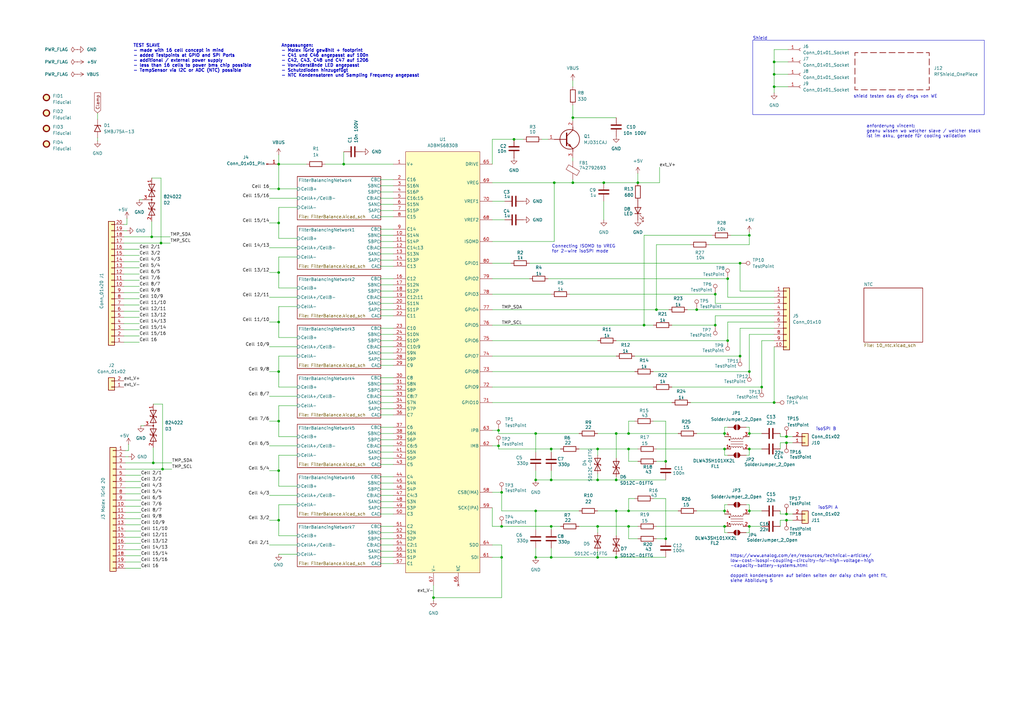
<source format=kicad_sch>
(kicad_sch
	(version 20231120)
	(generator "eeschema")
	(generator_version "8.0")
	(uuid "64eac9c4-e018-49db-b598-a7107a0db15b")
	(paper "A3")
	(lib_symbols
		(symbol "ADBMS6830B_lang:ADBMS6830B_Tall"
			(exclude_from_sim no)
			(in_bom yes)
			(on_board yes)
			(property "Reference" "U"
				(at 0 1.27 0)
				(effects
					(font
						(size 1.27 1.27)
					)
				)
			)
			(property "Value" "ADBMS6830B"
				(at 0 -1.27 0)
				(effects
					(font
						(size 1.27 1.27)
					)
				)
			)
			(property "Footprint" "ADBMS6830:QFP-80_12x12_Pitch0.5mm"
				(at -48.26 53.34 0)
				(effects
					(font
						(size 1.27 1.27)
					)
					(hide yes)
				)
			)
			(property "Datasheet" "~/ADBMS6830B_ADI.pdf"
				(at -48.26 53.34 0)
				(effects
					(font
						(size 1.27 1.27)
					)
					(hide yes)
				)
			)
			(property "Description" ""
				(at 0 0 0)
				(effects
					(font
						(size 1.27 1.27)
					)
					(hide yes)
				)
			)
			(symbol "ADBMS6830B_Tall_1_0"
				(pin input line
					(at -20.32 46.99 0)
					(length 5)
					(name "C14:13"
						(effects
							(font
								(size 1.27 1.27)
							)
						)
					)
					(number "12"
						(effects
							(font
								(size 1.27 1.27)
							)
						)
					)
				)
				(pin input line
					(at -20.32 6.35 0)
					(length 5)
					(name "C10:9"
						(effects
							(font
								(size 1.27 1.27)
							)
						)
					)
					(number "26"
						(effects
							(font
								(size 1.27 1.27)
							)
						)
					)
				)
				(pin input line
					(at -20.32 -13.97 0)
					(length 5)
					(name "C8:7"
						(effects
							(font
								(size 1.27 1.27)
							)
						)
					)
					(number "33"
						(effects
							(font
								(size 1.27 1.27)
							)
						)
					)
				)
				(pin input line
					(at -20.32 -34.29 0)
					(length 5)
					(name "C6:5"
						(effects
							(font
								(size 1.27 1.27)
							)
						)
					)
					(number "40"
						(effects
							(font
								(size 1.27 1.27)
							)
						)
					)
				)
				(pin input line
					(at -20.32 -54.61 0)
					(length 5)
					(name "C4:3"
						(effects
							(font
								(size 1.27 1.27)
							)
						)
					)
					(number "47"
						(effects
							(font
								(size 1.27 1.27)
							)
						)
					)
				)
				(pin input line
					(at -20.32 -74.93 0)
					(length 5)
					(name "C2:1"
						(effects
							(font
								(size 1.27 1.27)
							)
						)
					)
					(number "54"
						(effects
							(font
								(size 1.27 1.27)
							)
						)
					)
				)
				(pin no_connect line
					(at 6.35 -91.44 90)
					(length 5)
					(name "NC"
						(effects
							(font
								(size 1.27 1.27)
							)
						)
					)
					(number "66"
						(effects
							(font
								(size 1.27 1.27)
							)
						)
					)
				)
				(pin bidirectional line
					(at 20.32 -16.51 180)
					(length 5)
					(name "GPIO10"
						(effects
							(font
								(size 1.27 1.27)
							)
						)
					)
					(number "71"
						(effects
							(font
								(size 1.27 1.27)
							)
						)
					)
				)
			)
			(symbol "ADBMS6830B_Tall_1_1"
				(rectangle
					(start -15.24 86.36)
					(end 15.24 -86.36)
					(stroke
						(width 0)
						(type default)
					)
					(fill
						(type background)
					)
				)
				(pin power_out line
					(at -20.32 81.28 0)
					(length 5)
					(name "V+"
						(effects
							(font
								(size 1.27 1.27)
							)
						)
					)
					(number "1"
						(effects
							(font
								(size 1.27 1.27)
							)
						)
					)
				)
				(pin input line
					(at -20.32 52.07 0)
					(length 5)
					(name "S14N"
						(effects
							(font
								(size 1.27 1.27)
							)
						)
					)
					(number "10"
						(effects
							(font
								(size 1.27 1.27)
							)
						)
					)
				)
				(pin input line
					(at -20.32 49.53 0)
					(length 5)
					(name "S14P"
						(effects
							(font
								(size 1.27 1.27)
							)
						)
					)
					(number "11"
						(effects
							(font
								(size 1.27 1.27)
							)
						)
					)
				)
				(pin input line
					(at -20.32 44.45 0)
					(length 5)
					(name "S13N"
						(effects
							(font
								(size 1.27 1.27)
							)
						)
					)
					(number "13"
						(effects
							(font
								(size 1.27 1.27)
							)
						)
					)
				)
				(pin input line
					(at -20.32 41.91 0)
					(length 5)
					(name "S13P"
						(effects
							(font
								(size 1.27 1.27)
							)
						)
					)
					(number "14"
						(effects
							(font
								(size 1.27 1.27)
							)
						)
					)
				)
				(pin input line
					(at -20.32 39.37 0)
					(length 5)
					(name "C13"
						(effects
							(font
								(size 1.27 1.27)
							)
						)
					)
					(number "15"
						(effects
							(font
								(size 1.27 1.27)
							)
						)
					)
				)
				(pin input line
					(at -20.32 34.29 0)
					(length 5)
					(name "C12"
						(effects
							(font
								(size 1.27 1.27)
							)
						)
					)
					(number "16"
						(effects
							(font
								(size 1.27 1.27)
							)
						)
					)
				)
				(pin input line
					(at -20.32 31.75 0)
					(length 5)
					(name "S12N"
						(effects
							(font
								(size 1.27 1.27)
							)
						)
					)
					(number "17"
						(effects
							(font
								(size 1.27 1.27)
							)
						)
					)
				)
				(pin input line
					(at -20.32 29.21 0)
					(length 5)
					(name "S12P"
						(effects
							(font
								(size 1.27 1.27)
							)
						)
					)
					(number "18"
						(effects
							(font
								(size 1.27 1.27)
							)
						)
					)
				)
				(pin input line
					(at -20.32 26.67 0)
					(length 5)
					(name "C12:11"
						(effects
							(font
								(size 1.27 1.27)
							)
						)
					)
					(number "19"
						(effects
							(font
								(size 1.27 1.27)
							)
						)
					)
				)
				(pin input line
					(at -20.32 74.93 0)
					(length 5)
					(name "C16"
						(effects
							(font
								(size 1.27 1.27)
							)
						)
					)
					(number "2"
						(effects
							(font
								(size 1.27 1.27)
							)
						)
					)
				)
				(pin input line
					(at -20.32 24.13 0)
					(length 5)
					(name "S11N"
						(effects
							(font
								(size 1.27 1.27)
							)
						)
					)
					(number "20"
						(effects
							(font
								(size 1.27 1.27)
							)
						)
					)
				)
				(pin input line
					(at -20.32 21.59 0)
					(length 5)
					(name "S11P"
						(effects
							(font
								(size 1.27 1.27)
							)
						)
					)
					(number "21"
						(effects
							(font
								(size 1.27 1.27)
							)
						)
					)
				)
				(pin input line
					(at -20.32 19.05 0)
					(length 5)
					(name "C11"
						(effects
							(font
								(size 1.27 1.27)
							)
						)
					)
					(number "22"
						(effects
							(font
								(size 1.27 1.27)
							)
						)
					)
				)
				(pin input line
					(at -20.32 13.97 0)
					(length 5)
					(name "C10"
						(effects
							(font
								(size 1.27 1.27)
							)
						)
					)
					(number "23"
						(effects
							(font
								(size 1.27 1.27)
							)
						)
					)
				)
				(pin input line
					(at -20.32 11.43 0)
					(length 5)
					(name "S10N"
						(effects
							(font
								(size 1.27 1.27)
							)
						)
					)
					(number "24"
						(effects
							(font
								(size 1.27 1.27)
							)
						)
					)
				)
				(pin input line
					(at -20.32 8.89 0)
					(length 5)
					(name "S10P"
						(effects
							(font
								(size 1.27 1.27)
							)
						)
					)
					(number "25"
						(effects
							(font
								(size 1.27 1.27)
							)
						)
					)
				)
				(pin input line
					(at -20.32 3.81 0)
					(length 5)
					(name "S9N"
						(effects
							(font
								(size 1.27 1.27)
							)
						)
					)
					(number "27"
						(effects
							(font
								(size 1.27 1.27)
							)
						)
					)
				)
				(pin input line
					(at -20.32 1.27 0)
					(length 5)
					(name "S9P"
						(effects
							(font
								(size 1.27 1.27)
							)
						)
					)
					(number "28"
						(effects
							(font
								(size 1.27 1.27)
							)
						)
					)
				)
				(pin input line
					(at -20.32 -1.27 0)
					(length 5)
					(name "C9"
						(effects
							(font
								(size 1.27 1.27)
							)
						)
					)
					(number "29"
						(effects
							(font
								(size 1.27 1.27)
							)
						)
					)
				)
				(pin input line
					(at -20.32 72.39 0)
					(length 5)
					(name "S16N"
						(effects
							(font
								(size 1.27 1.27)
							)
						)
					)
					(number "3"
						(effects
							(font
								(size 1.27 1.27)
							)
						)
					)
				)
				(pin input line
					(at -20.32 -6.35 0)
					(length 5)
					(name "C8"
						(effects
							(font
								(size 1.27 1.27)
							)
						)
					)
					(number "30"
						(effects
							(font
								(size 1.27 1.27)
							)
						)
					)
				)
				(pin input line
					(at -20.32 -8.89 0)
					(length 5)
					(name "S8N"
						(effects
							(font
								(size 1.27 1.27)
							)
						)
					)
					(number "31"
						(effects
							(font
								(size 1.27 1.27)
							)
						)
					)
				)
				(pin input line
					(at -20.32 -11.43 0)
					(length 5)
					(name "S8P"
						(effects
							(font
								(size 1.27 1.27)
							)
						)
					)
					(number "32"
						(effects
							(font
								(size 1.27 1.27)
							)
						)
					)
				)
				(pin input line
					(at -20.32 -16.51 0)
					(length 5)
					(name "S7N"
						(effects
							(font
								(size 1.27 1.27)
							)
						)
					)
					(number "34"
						(effects
							(font
								(size 1.27 1.27)
							)
						)
					)
				)
				(pin input line
					(at -20.32 -19.05 0)
					(length 5)
					(name "S7P"
						(effects
							(font
								(size 1.27 1.27)
							)
						)
					)
					(number "35"
						(effects
							(font
								(size 1.27 1.27)
							)
						)
					)
				)
				(pin input line
					(at -20.32 -21.59 0)
					(length 5)
					(name "C7"
						(effects
							(font
								(size 1.27 1.27)
							)
						)
					)
					(number "36"
						(effects
							(font
								(size 1.27 1.27)
							)
						)
					)
				)
				(pin input line
					(at -20.32 -26.67 0)
					(length 5)
					(name "C6"
						(effects
							(font
								(size 1.27 1.27)
							)
						)
					)
					(number "37"
						(effects
							(font
								(size 1.27 1.27)
							)
						)
					)
				)
				(pin input line
					(at -20.32 -29.21 0)
					(length 5)
					(name "S6N"
						(effects
							(font
								(size 1.27 1.27)
							)
						)
					)
					(number "38"
						(effects
							(font
								(size 1.27 1.27)
							)
						)
					)
				)
				(pin input line
					(at -20.32 -31.75 0)
					(length 5)
					(name "S6P"
						(effects
							(font
								(size 1.27 1.27)
							)
						)
					)
					(number "39"
						(effects
							(font
								(size 1.27 1.27)
							)
						)
					)
				)
				(pin input line
					(at -20.32 69.85 0)
					(length 5)
					(name "S16P"
						(effects
							(font
								(size 1.27 1.27)
							)
						)
					)
					(number "4"
						(effects
							(font
								(size 1.27 1.27)
							)
						)
					)
				)
				(pin input line
					(at -20.32 -36.83 0)
					(length 5)
					(name "S5N"
						(effects
							(font
								(size 1.27 1.27)
							)
						)
					)
					(number "41"
						(effects
							(font
								(size 1.27 1.27)
							)
						)
					)
				)
				(pin input line
					(at -20.32 -39.37 0)
					(length 5)
					(name "S5P"
						(effects
							(font
								(size 1.27 1.27)
							)
						)
					)
					(number "42"
						(effects
							(font
								(size 1.27 1.27)
							)
						)
					)
				)
				(pin input line
					(at -20.32 -41.91 0)
					(length 5)
					(name "C5"
						(effects
							(font
								(size 1.27 1.27)
							)
						)
					)
					(number "43"
						(effects
							(font
								(size 1.27 1.27)
							)
						)
					)
				)
				(pin input line
					(at -20.32 -46.99 0)
					(length 5)
					(name "C4"
						(effects
							(font
								(size 1.27 1.27)
							)
						)
					)
					(number "44"
						(effects
							(font
								(size 1.27 1.27)
							)
						)
					)
				)
				(pin input line
					(at -20.32 -49.53 0)
					(length 5)
					(name "S4N"
						(effects
							(font
								(size 1.27 1.27)
							)
						)
					)
					(number "45"
						(effects
							(font
								(size 1.27 1.27)
							)
						)
					)
				)
				(pin input line
					(at -20.32 -52.07 0)
					(length 5)
					(name "S4P"
						(effects
							(font
								(size 1.27 1.27)
							)
						)
					)
					(number "46"
						(effects
							(font
								(size 1.27 1.27)
							)
						)
					)
				)
				(pin input line
					(at -20.32 -57.15 0)
					(length 5)
					(name "S3N"
						(effects
							(font
								(size 1.27 1.27)
							)
						)
					)
					(number "48"
						(effects
							(font
								(size 1.27 1.27)
							)
						)
					)
				)
				(pin input line
					(at -20.32 -59.69 0)
					(length 5)
					(name "S3P"
						(effects
							(font
								(size 1.27 1.27)
							)
						)
					)
					(number "49"
						(effects
							(font
								(size 1.27 1.27)
							)
						)
					)
				)
				(pin input line
					(at -20.32 67.31 0)
					(length 5)
					(name "C16:15"
						(effects
							(font
								(size 1.27 1.27)
							)
						)
					)
					(number "5"
						(effects
							(font
								(size 1.27 1.27)
							)
						)
					)
				)
				(pin input line
					(at -20.32 -62.23 0)
					(length 5)
					(name "C3"
						(effects
							(font
								(size 1.27 1.27)
							)
						)
					)
					(number "50"
						(effects
							(font
								(size 1.27 1.27)
							)
						)
					)
				)
				(pin input line
					(at -20.32 -67.31 0)
					(length 5)
					(name "C2"
						(effects
							(font
								(size 1.27 1.27)
							)
						)
					)
					(number "51"
						(effects
							(font
								(size 1.27 1.27)
							)
						)
					)
				)
				(pin input line
					(at -20.32 -69.85 0)
					(length 5)
					(name "S2N"
						(effects
							(font
								(size 1.27 1.27)
							)
						)
					)
					(number "52"
						(effects
							(font
								(size 1.27 1.27)
							)
						)
					)
				)
				(pin input line
					(at -20.32 -72.39 0)
					(length 5)
					(name "S2P"
						(effects
							(font
								(size 1.27 1.27)
							)
						)
					)
					(number "53"
						(effects
							(font
								(size 1.27 1.27)
							)
						)
					)
				)
				(pin input line
					(at -20.32 -77.47 0)
					(length 5)
					(name "S1N"
						(effects
							(font
								(size 1.27 1.27)
							)
						)
					)
					(number "55"
						(effects
							(font
								(size 1.27 1.27)
							)
						)
					)
				)
				(pin input line
					(at -20.32 -80.01 0)
					(length 5)
					(name "S1P"
						(effects
							(font
								(size 1.27 1.27)
							)
						)
					)
					(number "56"
						(effects
							(font
								(size 1.27 1.27)
							)
						)
					)
				)
				(pin input line
					(at -20.32 -82.55 0)
					(length 5)
					(name "C1"
						(effects
							(font
								(size 1.27 1.27)
							)
						)
					)
					(number "57"
						(effects
							(font
								(size 1.27 1.27)
							)
						)
					)
				)
				(pin bidirectional line
					(at 20.32 -53.34 180)
					(length 5)
					(name "CSB(IMA)"
						(effects
							(font
								(size 1.27 1.27)
							)
						)
					)
					(number "58"
						(effects
							(font
								(size 1.27 1.27)
							)
						)
					)
				)
				(pin bidirectional line
					(at 20.32 -59.69 180)
					(length 5)
					(name "SCK(IPA)"
						(effects
							(font
								(size 1.27 1.27)
							)
						)
					)
					(number "59"
						(effects
							(font
								(size 1.27 1.27)
							)
						)
					)
				)
				(pin input line
					(at -20.32 64.77 0)
					(length 5)
					(name "S15N"
						(effects
							(font
								(size 1.27 1.27)
							)
						)
					)
					(number "6"
						(effects
							(font
								(size 1.27 1.27)
							)
						)
					)
				)
				(pin bidirectional line
					(at 20.32 49.53 180)
					(length 5)
					(name "ISOMD"
						(effects
							(font
								(size 1.27 1.27)
							)
						)
					)
					(number "60"
						(effects
							(font
								(size 1.27 1.27)
							)
						)
					)
				)
				(pin bidirectional line
					(at 20.32 -80.01 180)
					(length 5)
					(name "SDI"
						(effects
							(font
								(size 1.27 1.27)
							)
						)
					)
					(number "61"
						(effects
							(font
								(size 1.27 1.27)
							)
						)
					)
				)
				(pin bidirectional line
					(at 20.32 -34.29 180)
					(length 5)
					(name "IMB"
						(effects
							(font
								(size 1.27 1.27)
							)
						)
					)
					(number "62"
						(effects
							(font
								(size 1.27 1.27)
							)
						)
					)
				)
				(pin bidirectional line
					(at 20.32 -27.94 180)
					(length 5)
					(name "IPB"
						(effects
							(font
								(size 1.27 1.27)
							)
						)
					)
					(number "63"
						(effects
							(font
								(size 1.27 1.27)
							)
						)
					)
				)
				(pin bidirectional line
					(at 20.32 -74.93 180)
					(length 5)
					(name "SDO"
						(effects
							(font
								(size 1.27 1.27)
							)
						)
					)
					(number "64"
						(effects
							(font
								(size 1.27 1.27)
							)
						)
					)
				)
				(pin bidirectional line
					(at 20.32 81.28 180)
					(length 5)
					(name "DRIVE"
						(effects
							(font
								(size 1.27 1.27)
							)
						)
					)
					(number "65"
						(effects
							(font
								(size 1.27 1.27)
							)
						)
					)
				)
				(pin input line
					(at -3.81 -91.44 90)
					(length 5)
					(name "V-"
						(effects
							(font
								(size 1.27 1.27)
							)
						)
					)
					(number "67"
						(effects
							(font
								(size 1.27 1.27)
							)
						)
					)
				)
				(pin power_out line
					(at 20.32 58.42 180)
					(length 5)
					(name "VREF2"
						(effects
							(font
								(size 1.27 1.27)
							)
						)
					)
					(number "68"
						(effects
							(font
								(size 1.27 1.27)
							)
						)
					)
				)
				(pin input line
					(at 20.32 73.66 180)
					(length 5)
					(name "VREG"
						(effects
							(font
								(size 1.27 1.27)
							)
						)
					)
					(number "69"
						(effects
							(font
								(size 1.27 1.27)
							)
						)
					)
				)
				(pin input line
					(at -20.32 62.23 0)
					(length 5)
					(name "S15P"
						(effects
							(font
								(size 1.27 1.27)
							)
						)
					)
					(number "7"
						(effects
							(font
								(size 1.27 1.27)
							)
						)
					)
				)
				(pin power_out line
					(at 20.32 66.04 180)
					(length 5)
					(name "VREF1"
						(effects
							(font
								(size 1.27 1.27)
							)
						)
					)
					(number "70"
						(effects
							(font
								(size 1.27 1.27)
							)
						)
					)
				)
				(pin bidirectional line
					(at 20.32 -10.16 180)
					(length 5)
					(name "GPIO9"
						(effects
							(font
								(size 1.27 1.27)
							)
						)
					)
					(number "72"
						(effects
							(font
								(size 1.27 1.27)
							)
						)
					)
				)
				(pin bidirectional line
					(at 20.32 -3.81 180)
					(length 5)
					(name "GPIO8"
						(effects
							(font
								(size 1.27 1.27)
							)
						)
					)
					(number "73"
						(effects
							(font
								(size 1.27 1.27)
							)
						)
					)
				)
				(pin bidirectional line
					(at 20.32 2.54 180)
					(length 5)
					(name "GPIO7"
						(effects
							(font
								(size 1.27 1.27)
							)
						)
					)
					(number "74"
						(effects
							(font
								(size 1.27 1.27)
							)
						)
					)
				)
				(pin bidirectional line
					(at 20.32 8.89 180)
					(length 5)
					(name "GPIO6"
						(effects
							(font
								(size 1.27 1.27)
							)
						)
					)
					(number "75"
						(effects
							(font
								(size 1.27 1.27)
							)
						)
					)
				)
				(pin bidirectional line
					(at 20.32 15.24 180)
					(length 5)
					(name "GPIO5"
						(effects
							(font
								(size 1.27 1.27)
							)
						)
					)
					(number "76"
						(effects
							(font
								(size 1.27 1.27)
							)
						)
					)
				)
				(pin bidirectional line
					(at 20.32 21.59 180)
					(length 5)
					(name "GPIO4"
						(effects
							(font
								(size 1.27 1.27)
							)
						)
					)
					(number "77"
						(effects
							(font
								(size 1.27 1.27)
							)
						)
					)
				)
				(pin bidirectional line
					(at 20.32 27.94 180)
					(length 5)
					(name "GPIO3"
						(effects
							(font
								(size 1.27 1.27)
							)
						)
					)
					(number "78"
						(effects
							(font
								(size 1.27 1.27)
							)
						)
					)
				)
				(pin bidirectional line
					(at 20.32 34.29 180)
					(length 5)
					(name "GPIO2"
						(effects
							(font
								(size 1.27 1.27)
							)
						)
					)
					(number "79"
						(effects
							(font
								(size 1.27 1.27)
							)
						)
					)
				)
				(pin input line
					(at -20.32 59.69 0)
					(length 5)
					(name "C15"
						(effects
							(font
								(size 1.27 1.27)
							)
						)
					)
					(number "8"
						(effects
							(font
								(size 1.27 1.27)
							)
						)
					)
				)
				(pin bidirectional line
					(at 20.32 40.64 180)
					(length 5)
					(name "GPIO1"
						(effects
							(font
								(size 1.27 1.27)
							)
						)
					)
					(number "80"
						(effects
							(font
								(size 1.27 1.27)
							)
						)
					)
				)
				(pin input line
					(at -20.32 54.61 0)
					(length 5)
					(name "C14"
						(effects
							(font
								(size 1.27 1.27)
							)
						)
					)
					(number "9"
						(effects
							(font
								(size 1.27 1.27)
							)
						)
					)
				)
			)
		)
		(symbol "Connector:Conn_01x01_Pin"
			(pin_names
				(offset 1.016) hide)
			(exclude_from_sim no)
			(in_bom yes)
			(on_board yes)
			(property "Reference" "J"
				(at 0 2.54 0)
				(effects
					(font
						(size 1.27 1.27)
					)
				)
			)
			(property "Value" "Conn_01x01_Pin"
				(at 0 -2.54 0)
				(effects
					(font
						(size 1.27 1.27)
					)
				)
			)
			(property "Footprint" ""
				(at 0 0 0)
				(effects
					(font
						(size 1.27 1.27)
					)
					(hide yes)
				)
			)
			(property "Datasheet" "~"
				(at 0 0 0)
				(effects
					(font
						(size 1.27 1.27)
					)
					(hide yes)
				)
			)
			(property "Description" "Generic connector, single row, 01x01, script generated"
				(at 0 0 0)
				(effects
					(font
						(size 1.27 1.27)
					)
					(hide yes)
				)
			)
			(property "ki_locked" ""
				(at 0 0 0)
				(effects
					(font
						(size 1.27 1.27)
					)
				)
			)
			(property "ki_keywords" "connector"
				(at 0 0 0)
				(effects
					(font
						(size 1.27 1.27)
					)
					(hide yes)
				)
			)
			(property "ki_fp_filters" "Connector*:*_1x??_*"
				(at 0 0 0)
				(effects
					(font
						(size 1.27 1.27)
					)
					(hide yes)
				)
			)
			(symbol "Conn_01x01_Pin_1_1"
				(polyline
					(pts
						(xy 1.27 0) (xy 0.8636 0)
					)
					(stroke
						(width 0.1524)
						(type default)
					)
					(fill
						(type none)
					)
				)
				(rectangle
					(start 0.8636 0.127)
					(end 0 -0.127)
					(stroke
						(width 0.1524)
						(type default)
					)
					(fill
						(type outline)
					)
				)
				(pin passive line
					(at 5.08 0 180)
					(length 3.81)
					(name "Pin_1"
						(effects
							(font
								(size 1.27 1.27)
							)
						)
					)
					(number "1"
						(effects
							(font
								(size 1.27 1.27)
							)
						)
					)
				)
			)
		)
		(symbol "Connector:Conn_01x01_Socket"
			(pin_names
				(offset 1.016) hide)
			(exclude_from_sim no)
			(in_bom yes)
			(on_board yes)
			(property "Reference" "J"
				(at 0 2.54 0)
				(effects
					(font
						(size 1.27 1.27)
					)
				)
			)
			(property "Value" "Conn_01x01_Socket"
				(at 0 -2.54 0)
				(effects
					(font
						(size 1.27 1.27)
					)
				)
			)
			(property "Footprint" ""
				(at 0 0 0)
				(effects
					(font
						(size 1.27 1.27)
					)
					(hide yes)
				)
			)
			(property "Datasheet" "~"
				(at 0 0 0)
				(effects
					(font
						(size 1.27 1.27)
					)
					(hide yes)
				)
			)
			(property "Description" "Generic connector, single row, 01x01, script generated"
				(at 0 0 0)
				(effects
					(font
						(size 1.27 1.27)
					)
					(hide yes)
				)
			)
			(property "ki_locked" ""
				(at 0 0 0)
				(effects
					(font
						(size 1.27 1.27)
					)
				)
			)
			(property "ki_keywords" "connector"
				(at 0 0 0)
				(effects
					(font
						(size 1.27 1.27)
					)
					(hide yes)
				)
			)
			(property "ki_fp_filters" "Connector*:*_1x??_*"
				(at 0 0 0)
				(effects
					(font
						(size 1.27 1.27)
					)
					(hide yes)
				)
			)
			(symbol "Conn_01x01_Socket_1_1"
				(polyline
					(pts
						(xy -1.27 0) (xy -0.508 0)
					)
					(stroke
						(width 0.1524)
						(type default)
					)
					(fill
						(type none)
					)
				)
				(arc
					(start 0 0.508)
					(mid -0.5058 0)
					(end 0 -0.508)
					(stroke
						(width 0.1524)
						(type default)
					)
					(fill
						(type none)
					)
				)
				(pin passive line
					(at -5.08 0 0)
					(length 3.81)
					(name "Pin_1"
						(effects
							(font
								(size 1.27 1.27)
							)
						)
					)
					(number "1"
						(effects
							(font
								(size 1.27 1.27)
							)
						)
					)
				)
			)
		)
		(symbol "Connector:TestPoint"
			(pin_numbers hide)
			(pin_names
				(offset 0.762) hide)
			(exclude_from_sim no)
			(in_bom yes)
			(on_board yes)
			(property "Reference" "TP"
				(at 0 6.858 0)
				(effects
					(font
						(size 1.27 1.27)
					)
				)
			)
			(property "Value" "TestPoint"
				(at 0 5.08 0)
				(effects
					(font
						(size 1.27 1.27)
					)
				)
			)
			(property "Footprint" ""
				(at 5.08 0 0)
				(effects
					(font
						(size 1.27 1.27)
					)
					(hide yes)
				)
			)
			(property "Datasheet" "~"
				(at 5.08 0 0)
				(effects
					(font
						(size 1.27 1.27)
					)
					(hide yes)
				)
			)
			(property "Description" "test point"
				(at 0 0 0)
				(effects
					(font
						(size 1.27 1.27)
					)
					(hide yes)
				)
			)
			(property "ki_keywords" "test point tp"
				(at 0 0 0)
				(effects
					(font
						(size 1.27 1.27)
					)
					(hide yes)
				)
			)
			(property "ki_fp_filters" "Pin* Test*"
				(at 0 0 0)
				(effects
					(font
						(size 1.27 1.27)
					)
					(hide yes)
				)
			)
			(symbol "TestPoint_0_1"
				(circle
					(center 0 3.302)
					(radius 0.762)
					(stroke
						(width 0)
						(type default)
					)
					(fill
						(type none)
					)
				)
			)
			(symbol "TestPoint_1_1"
				(pin passive line
					(at 0 0 90)
					(length 2.54)
					(name "1"
						(effects
							(font
								(size 1.27 1.27)
							)
						)
					)
					(number "1"
						(effects
							(font
								(size 1.27 1.27)
							)
						)
					)
				)
			)
		)
		(symbol "Connector_Generic:Conn_01x02"
			(pin_names
				(offset 1.016) hide)
			(exclude_from_sim no)
			(in_bom yes)
			(on_board yes)
			(property "Reference" "J"
				(at 0 2.54 0)
				(effects
					(font
						(size 1.27 1.27)
					)
				)
			)
			(property "Value" "Conn_01x02"
				(at 0 -5.08 0)
				(effects
					(font
						(size 1.27 1.27)
					)
				)
			)
			(property "Footprint" ""
				(at 0 0 0)
				(effects
					(font
						(size 1.27 1.27)
					)
					(hide yes)
				)
			)
			(property "Datasheet" "~"
				(at 0 0 0)
				(effects
					(font
						(size 1.27 1.27)
					)
					(hide yes)
				)
			)
			(property "Description" "Generic connector, single row, 01x02, script generated (kicad-library-utils/schlib/autogen/connector/)"
				(at 0 0 0)
				(effects
					(font
						(size 1.27 1.27)
					)
					(hide yes)
				)
			)
			(property "ki_keywords" "connector"
				(at 0 0 0)
				(effects
					(font
						(size 1.27 1.27)
					)
					(hide yes)
				)
			)
			(property "ki_fp_filters" "Connector*:*_1x??_*"
				(at 0 0 0)
				(effects
					(font
						(size 1.27 1.27)
					)
					(hide yes)
				)
			)
			(symbol "Conn_01x02_1_1"
				(rectangle
					(start -1.27 -2.413)
					(end 0 -2.667)
					(stroke
						(width 0.1524)
						(type default)
					)
					(fill
						(type none)
					)
				)
				(rectangle
					(start -1.27 0.127)
					(end 0 -0.127)
					(stroke
						(width 0.1524)
						(type default)
					)
					(fill
						(type none)
					)
				)
				(rectangle
					(start -1.27 1.27)
					(end 1.27 -3.81)
					(stroke
						(width 0.254)
						(type default)
					)
					(fill
						(type background)
					)
				)
				(pin passive line
					(at -5.08 0 0)
					(length 3.81)
					(name "Pin_1"
						(effects
							(font
								(size 1.27 1.27)
							)
						)
					)
					(number "1"
						(effects
							(font
								(size 1.27 1.27)
							)
						)
					)
				)
				(pin passive line
					(at -5.08 -2.54 0)
					(length 3.81)
					(name "Pin_2"
						(effects
							(font
								(size 1.27 1.27)
							)
						)
					)
					(number "2"
						(effects
							(font
								(size 1.27 1.27)
							)
						)
					)
				)
			)
		)
		(symbol "Connector_Generic:Conn_01x10"
			(pin_names
				(offset 1.016) hide)
			(exclude_from_sim no)
			(in_bom yes)
			(on_board yes)
			(property "Reference" "J"
				(at 0 12.7 0)
				(effects
					(font
						(size 1.27 1.27)
					)
				)
			)
			(property "Value" "Conn_01x10"
				(at 0 -15.24 0)
				(effects
					(font
						(size 1.27 1.27)
					)
				)
			)
			(property "Footprint" ""
				(at 0 0 0)
				(effects
					(font
						(size 1.27 1.27)
					)
					(hide yes)
				)
			)
			(property "Datasheet" "~"
				(at 0 0 0)
				(effects
					(font
						(size 1.27 1.27)
					)
					(hide yes)
				)
			)
			(property "Description" "Generic connector, single row, 01x10, script generated (kicad-library-utils/schlib/autogen/connector/)"
				(at 0 0 0)
				(effects
					(font
						(size 1.27 1.27)
					)
					(hide yes)
				)
			)
			(property "ki_keywords" "connector"
				(at 0 0 0)
				(effects
					(font
						(size 1.27 1.27)
					)
					(hide yes)
				)
			)
			(property "ki_fp_filters" "Connector*:*_1x??_*"
				(at 0 0 0)
				(effects
					(font
						(size 1.27 1.27)
					)
					(hide yes)
				)
			)
			(symbol "Conn_01x10_1_1"
				(rectangle
					(start -1.27 -12.573)
					(end 0 -12.827)
					(stroke
						(width 0.1524)
						(type default)
					)
					(fill
						(type none)
					)
				)
				(rectangle
					(start -1.27 -10.033)
					(end 0 -10.287)
					(stroke
						(width 0.1524)
						(type default)
					)
					(fill
						(type none)
					)
				)
				(rectangle
					(start -1.27 -7.493)
					(end 0 -7.747)
					(stroke
						(width 0.1524)
						(type default)
					)
					(fill
						(type none)
					)
				)
				(rectangle
					(start -1.27 -4.953)
					(end 0 -5.207)
					(stroke
						(width 0.1524)
						(type default)
					)
					(fill
						(type none)
					)
				)
				(rectangle
					(start -1.27 -2.413)
					(end 0 -2.667)
					(stroke
						(width 0.1524)
						(type default)
					)
					(fill
						(type none)
					)
				)
				(rectangle
					(start -1.27 0.127)
					(end 0 -0.127)
					(stroke
						(width 0.1524)
						(type default)
					)
					(fill
						(type none)
					)
				)
				(rectangle
					(start -1.27 2.667)
					(end 0 2.413)
					(stroke
						(width 0.1524)
						(type default)
					)
					(fill
						(type none)
					)
				)
				(rectangle
					(start -1.27 5.207)
					(end 0 4.953)
					(stroke
						(width 0.1524)
						(type default)
					)
					(fill
						(type none)
					)
				)
				(rectangle
					(start -1.27 7.747)
					(end 0 7.493)
					(stroke
						(width 0.1524)
						(type default)
					)
					(fill
						(type none)
					)
				)
				(rectangle
					(start -1.27 10.287)
					(end 0 10.033)
					(stroke
						(width 0.1524)
						(type default)
					)
					(fill
						(type none)
					)
				)
				(rectangle
					(start -1.27 11.43)
					(end 1.27 -13.97)
					(stroke
						(width 0.254)
						(type default)
					)
					(fill
						(type background)
					)
				)
				(pin passive line
					(at -5.08 10.16 0)
					(length 3.81)
					(name "Pin_1"
						(effects
							(font
								(size 1.27 1.27)
							)
						)
					)
					(number "1"
						(effects
							(font
								(size 1.27 1.27)
							)
						)
					)
				)
				(pin passive line
					(at -5.08 -12.7 0)
					(length 3.81)
					(name "Pin_10"
						(effects
							(font
								(size 1.27 1.27)
							)
						)
					)
					(number "10"
						(effects
							(font
								(size 1.27 1.27)
							)
						)
					)
				)
				(pin passive line
					(at -5.08 7.62 0)
					(length 3.81)
					(name "Pin_2"
						(effects
							(font
								(size 1.27 1.27)
							)
						)
					)
					(number "2"
						(effects
							(font
								(size 1.27 1.27)
							)
						)
					)
				)
				(pin passive line
					(at -5.08 5.08 0)
					(length 3.81)
					(name "Pin_3"
						(effects
							(font
								(size 1.27 1.27)
							)
						)
					)
					(number "3"
						(effects
							(font
								(size 1.27 1.27)
							)
						)
					)
				)
				(pin passive line
					(at -5.08 2.54 0)
					(length 3.81)
					(name "Pin_4"
						(effects
							(font
								(size 1.27 1.27)
							)
						)
					)
					(number "4"
						(effects
							(font
								(size 1.27 1.27)
							)
						)
					)
				)
				(pin passive line
					(at -5.08 0 0)
					(length 3.81)
					(name "Pin_5"
						(effects
							(font
								(size 1.27 1.27)
							)
						)
					)
					(number "5"
						(effects
							(font
								(size 1.27 1.27)
							)
						)
					)
				)
				(pin passive line
					(at -5.08 -2.54 0)
					(length 3.81)
					(name "Pin_6"
						(effects
							(font
								(size 1.27 1.27)
							)
						)
					)
					(number "6"
						(effects
							(font
								(size 1.27 1.27)
							)
						)
					)
				)
				(pin passive line
					(at -5.08 -5.08 0)
					(length 3.81)
					(name "Pin_7"
						(effects
							(font
								(size 1.27 1.27)
							)
						)
					)
					(number "7"
						(effects
							(font
								(size 1.27 1.27)
							)
						)
					)
				)
				(pin passive line
					(at -5.08 -7.62 0)
					(length 3.81)
					(name "Pin_8"
						(effects
							(font
								(size 1.27 1.27)
							)
						)
					)
					(number "8"
						(effects
							(font
								(size 1.27 1.27)
							)
						)
					)
				)
				(pin passive line
					(at -5.08 -10.16 0)
					(length 3.81)
					(name "Pin_9"
						(effects
							(font
								(size 1.27 1.27)
							)
						)
					)
					(number "9"
						(effects
							(font
								(size 1.27 1.27)
							)
						)
					)
				)
			)
		)
		(symbol "Connector_Generic:Conn_01x20"
			(pin_names
				(offset 1.016) hide)
			(exclude_from_sim no)
			(in_bom yes)
			(on_board yes)
			(property "Reference" "J"
				(at 0 25.4 0)
				(effects
					(font
						(size 1.27 1.27)
					)
				)
			)
			(property "Value" "Conn_01x20"
				(at 0 -27.94 0)
				(effects
					(font
						(size 1.27 1.27)
					)
				)
			)
			(property "Footprint" ""
				(at 0 0 0)
				(effects
					(font
						(size 1.27 1.27)
					)
					(hide yes)
				)
			)
			(property "Datasheet" "~"
				(at 0 0 0)
				(effects
					(font
						(size 1.27 1.27)
					)
					(hide yes)
				)
			)
			(property "Description" "Generic connector, single row, 01x20, script generated (kicad-library-utils/schlib/autogen/connector/)"
				(at 0 0 0)
				(effects
					(font
						(size 1.27 1.27)
					)
					(hide yes)
				)
			)
			(property "ki_keywords" "connector"
				(at 0 0 0)
				(effects
					(font
						(size 1.27 1.27)
					)
					(hide yes)
				)
			)
			(property "ki_fp_filters" "Connector*:*_1x??_*"
				(at 0 0 0)
				(effects
					(font
						(size 1.27 1.27)
					)
					(hide yes)
				)
			)
			(symbol "Conn_01x20_1_1"
				(rectangle
					(start -1.27 -25.273)
					(end 0 -25.527)
					(stroke
						(width 0.1524)
						(type default)
					)
					(fill
						(type none)
					)
				)
				(rectangle
					(start -1.27 -22.733)
					(end 0 -22.987)
					(stroke
						(width 0.1524)
						(type default)
					)
					(fill
						(type none)
					)
				)
				(rectangle
					(start -1.27 -20.193)
					(end 0 -20.447)
					(stroke
						(width 0.1524)
						(type default)
					)
					(fill
						(type none)
					)
				)
				(rectangle
					(start -1.27 -17.653)
					(end 0 -17.907)
					(stroke
						(width 0.1524)
						(type default)
					)
					(fill
						(type none)
					)
				)
				(rectangle
					(start -1.27 -15.113)
					(end 0 -15.367)
					(stroke
						(width 0.1524)
						(type default)
					)
					(fill
						(type none)
					)
				)
				(rectangle
					(start -1.27 -12.573)
					(end 0 -12.827)
					(stroke
						(width 0.1524)
						(type default)
					)
					(fill
						(type none)
					)
				)
				(rectangle
					(start -1.27 -10.033)
					(end 0 -10.287)
					(stroke
						(width 0.1524)
						(type default)
					)
					(fill
						(type none)
					)
				)
				(rectangle
					(start -1.27 -7.493)
					(end 0 -7.747)
					(stroke
						(width 0.1524)
						(type default)
					)
					(fill
						(type none)
					)
				)
				(rectangle
					(start -1.27 -4.953)
					(end 0 -5.207)
					(stroke
						(width 0.1524)
						(type default)
					)
					(fill
						(type none)
					)
				)
				(rectangle
					(start -1.27 -2.413)
					(end 0 -2.667)
					(stroke
						(width 0.1524)
						(type default)
					)
					(fill
						(type none)
					)
				)
				(rectangle
					(start -1.27 0.127)
					(end 0 -0.127)
					(stroke
						(width 0.1524)
						(type default)
					)
					(fill
						(type none)
					)
				)
				(rectangle
					(start -1.27 2.667)
					(end 0 2.413)
					(stroke
						(width 0.1524)
						(type default)
					)
					(fill
						(type none)
					)
				)
				(rectangle
					(start -1.27 5.207)
					(end 0 4.953)
					(stroke
						(width 0.1524)
						(type default)
					)
					(fill
						(type none)
					)
				)
				(rectangle
					(start -1.27 7.747)
					(end 0 7.493)
					(stroke
						(width 0.1524)
						(type default)
					)
					(fill
						(type none)
					)
				)
				(rectangle
					(start -1.27 10.287)
					(end 0 10.033)
					(stroke
						(width 0.1524)
						(type default)
					)
					(fill
						(type none)
					)
				)
				(rectangle
					(start -1.27 12.827)
					(end 0 12.573)
					(stroke
						(width 0.1524)
						(type default)
					)
					(fill
						(type none)
					)
				)
				(rectangle
					(start -1.27 15.367)
					(end 0 15.113)
					(stroke
						(width 0.1524)
						(type default)
					)
					(fill
						(type none)
					)
				)
				(rectangle
					(start -1.27 17.907)
					(end 0 17.653)
					(stroke
						(width 0.1524)
						(type default)
					)
					(fill
						(type none)
					)
				)
				(rectangle
					(start -1.27 20.447)
					(end 0 20.193)
					(stroke
						(width 0.1524)
						(type default)
					)
					(fill
						(type none)
					)
				)
				(rectangle
					(start -1.27 22.987)
					(end 0 22.733)
					(stroke
						(width 0.1524)
						(type default)
					)
					(fill
						(type none)
					)
				)
				(rectangle
					(start -1.27 24.13)
					(end 1.27 -26.67)
					(stroke
						(width 0.254)
						(type default)
					)
					(fill
						(type background)
					)
				)
				(pin passive line
					(at -5.08 22.86 0)
					(length 3.81)
					(name "Pin_1"
						(effects
							(font
								(size 1.27 1.27)
							)
						)
					)
					(number "1"
						(effects
							(font
								(size 1.27 1.27)
							)
						)
					)
				)
				(pin passive line
					(at -5.08 0 0)
					(length 3.81)
					(name "Pin_10"
						(effects
							(font
								(size 1.27 1.27)
							)
						)
					)
					(number "10"
						(effects
							(font
								(size 1.27 1.27)
							)
						)
					)
				)
				(pin passive line
					(at -5.08 -2.54 0)
					(length 3.81)
					(name "Pin_11"
						(effects
							(font
								(size 1.27 1.27)
							)
						)
					)
					(number "11"
						(effects
							(font
								(size 1.27 1.27)
							)
						)
					)
				)
				(pin passive line
					(at -5.08 -5.08 0)
					(length 3.81)
					(name "Pin_12"
						(effects
							(font
								(size 1.27 1.27)
							)
						)
					)
					(number "12"
						(effects
							(font
								(size 1.27 1.27)
							)
						)
					)
				)
				(pin passive line
					(at -5.08 -7.62 0)
					(length 3.81)
					(name "Pin_13"
						(effects
							(font
								(size 1.27 1.27)
							)
						)
					)
					(number "13"
						(effects
							(font
								(size 1.27 1.27)
							)
						)
					)
				)
				(pin passive line
					(at -5.08 -10.16 0)
					(length 3.81)
					(name "Pin_14"
						(effects
							(font
								(size 1.27 1.27)
							)
						)
					)
					(number "14"
						(effects
							(font
								(size 1.27 1.27)
							)
						)
					)
				)
				(pin passive line
					(at -5.08 -12.7 0)
					(length 3.81)
					(name "Pin_15"
						(effects
							(font
								(size 1.27 1.27)
							)
						)
					)
					(number "15"
						(effects
							(font
								(size 1.27 1.27)
							)
						)
					)
				)
				(pin passive line
					(at -5.08 -15.24 0)
					(length 3.81)
					(name "Pin_16"
						(effects
							(font
								(size 1.27 1.27)
							)
						)
					)
					(number "16"
						(effects
							(font
								(size 1.27 1.27)
							)
						)
					)
				)
				(pin passive line
					(at -5.08 -17.78 0)
					(length 3.81)
					(name "Pin_17"
						(effects
							(font
								(size 1.27 1.27)
							)
						)
					)
					(number "17"
						(effects
							(font
								(size 1.27 1.27)
							)
						)
					)
				)
				(pin passive line
					(at -5.08 -20.32 0)
					(length 3.81)
					(name "Pin_18"
						(effects
							(font
								(size 1.27 1.27)
							)
						)
					)
					(number "18"
						(effects
							(font
								(size 1.27 1.27)
							)
						)
					)
				)
				(pin passive line
					(at -5.08 -22.86 0)
					(length 3.81)
					(name "Pin_19"
						(effects
							(font
								(size 1.27 1.27)
							)
						)
					)
					(number "19"
						(effects
							(font
								(size 1.27 1.27)
							)
						)
					)
				)
				(pin passive line
					(at -5.08 20.32 0)
					(length 3.81)
					(name "Pin_2"
						(effects
							(font
								(size 1.27 1.27)
							)
						)
					)
					(number "2"
						(effects
							(font
								(size 1.27 1.27)
							)
						)
					)
				)
				(pin passive line
					(at -5.08 -25.4 0)
					(length 3.81)
					(name "Pin_20"
						(effects
							(font
								(size 1.27 1.27)
							)
						)
					)
					(number "20"
						(effects
							(font
								(size 1.27 1.27)
							)
						)
					)
				)
				(pin passive line
					(at -5.08 17.78 0)
					(length 3.81)
					(name "Pin_3"
						(effects
							(font
								(size 1.27 1.27)
							)
						)
					)
					(number "3"
						(effects
							(font
								(size 1.27 1.27)
							)
						)
					)
				)
				(pin passive line
					(at -5.08 15.24 0)
					(length 3.81)
					(name "Pin_4"
						(effects
							(font
								(size 1.27 1.27)
							)
						)
					)
					(number "4"
						(effects
							(font
								(size 1.27 1.27)
							)
						)
					)
				)
				(pin passive line
					(at -5.08 12.7 0)
					(length 3.81)
					(name "Pin_5"
						(effects
							(font
								(size 1.27 1.27)
							)
						)
					)
					(number "5"
						(effects
							(font
								(size 1.27 1.27)
							)
						)
					)
				)
				(pin passive line
					(at -5.08 10.16 0)
					(length 3.81)
					(name "Pin_6"
						(effects
							(font
								(size 1.27 1.27)
							)
						)
					)
					(number "6"
						(effects
							(font
								(size 1.27 1.27)
							)
						)
					)
				)
				(pin passive line
					(at -5.08 7.62 0)
					(length 3.81)
					(name "Pin_7"
						(effects
							(font
								(size 1.27 1.27)
							)
						)
					)
					(number "7"
						(effects
							(font
								(size 1.27 1.27)
							)
						)
					)
				)
				(pin passive line
					(at -5.08 5.08 0)
					(length 3.81)
					(name "Pin_8"
						(effects
							(font
								(size 1.27 1.27)
							)
						)
					)
					(number "8"
						(effects
							(font
								(size 1.27 1.27)
							)
						)
					)
				)
				(pin passive line
					(at -5.08 2.54 0)
					(length 3.81)
					(name "Pin_9"
						(effects
							(font
								(size 1.27 1.27)
							)
						)
					)
					(number "9"
						(effects
							(font
								(size 1.27 1.27)
							)
						)
					)
				)
			)
		)
		(symbol "Device:C"
			(pin_numbers hide)
			(pin_names
				(offset 0.254)
			)
			(exclude_from_sim no)
			(in_bom yes)
			(on_board yes)
			(property "Reference" "C"
				(at 0.635 2.54 0)
				(effects
					(font
						(size 1.27 1.27)
					)
					(justify left)
				)
			)
			(property "Value" "C"
				(at 0.635 -2.54 0)
				(effects
					(font
						(size 1.27 1.27)
					)
					(justify left)
				)
			)
			(property "Footprint" ""
				(at 0.9652 -3.81 0)
				(effects
					(font
						(size 1.27 1.27)
					)
					(hide yes)
				)
			)
			(property "Datasheet" "~"
				(at 0 0 0)
				(effects
					(font
						(size 1.27 1.27)
					)
					(hide yes)
				)
			)
			(property "Description" "Unpolarized capacitor"
				(at 0 0 0)
				(effects
					(font
						(size 1.27 1.27)
					)
					(hide yes)
				)
			)
			(property "ki_keywords" "cap capacitor"
				(at 0 0 0)
				(effects
					(font
						(size 1.27 1.27)
					)
					(hide yes)
				)
			)
			(property "ki_fp_filters" "C_*"
				(at 0 0 0)
				(effects
					(font
						(size 1.27 1.27)
					)
					(hide yes)
				)
			)
			(symbol "C_0_1"
				(polyline
					(pts
						(xy -2.032 -0.762) (xy 2.032 -0.762)
					)
					(stroke
						(width 0.508)
						(type default)
					)
					(fill
						(type none)
					)
				)
				(polyline
					(pts
						(xy -2.032 0.762) (xy 2.032 0.762)
					)
					(stroke
						(width 0.508)
						(type default)
					)
					(fill
						(type none)
					)
				)
			)
			(symbol "C_1_1"
				(pin passive line
					(at 0 3.81 270)
					(length 2.794)
					(name "~"
						(effects
							(font
								(size 1.27 1.27)
							)
						)
					)
					(number "1"
						(effects
							(font
								(size 1.27 1.27)
							)
						)
					)
				)
				(pin passive line
					(at 0 -3.81 90)
					(length 2.794)
					(name "~"
						(effects
							(font
								(size 1.27 1.27)
							)
						)
					)
					(number "2"
						(effects
							(font
								(size 1.27 1.27)
							)
						)
					)
				)
			)
		)
		(symbol "Device:D_TVS"
			(pin_numbers hide)
			(pin_names
				(offset 1.016) hide)
			(exclude_from_sim no)
			(in_bom yes)
			(on_board yes)
			(property "Reference" "D"
				(at 0 2.54 0)
				(effects
					(font
						(size 1.27 1.27)
					)
				)
			)
			(property "Value" "D_TVS"
				(at 0 -2.54 0)
				(effects
					(font
						(size 1.27 1.27)
					)
				)
			)
			(property "Footprint" ""
				(at 0 0 0)
				(effects
					(font
						(size 1.27 1.27)
					)
					(hide yes)
				)
			)
			(property "Datasheet" "~"
				(at 0 0 0)
				(effects
					(font
						(size 1.27 1.27)
					)
					(hide yes)
				)
			)
			(property "Description" "Bidirectional transient-voltage-suppression diode"
				(at 0 0 0)
				(effects
					(font
						(size 1.27 1.27)
					)
					(hide yes)
				)
			)
			(property "ki_keywords" "diode TVS thyrector"
				(at 0 0 0)
				(effects
					(font
						(size 1.27 1.27)
					)
					(hide yes)
				)
			)
			(property "ki_fp_filters" "TO-???* *_Diode_* *SingleDiode* D_*"
				(at 0 0 0)
				(effects
					(font
						(size 1.27 1.27)
					)
					(hide yes)
				)
			)
			(symbol "D_TVS_0_1"
				(polyline
					(pts
						(xy 1.27 0) (xy -1.27 0)
					)
					(stroke
						(width 0)
						(type default)
					)
					(fill
						(type none)
					)
				)
				(polyline
					(pts
						(xy 0.508 1.27) (xy 0 1.27) (xy 0 -1.27) (xy -0.508 -1.27)
					)
					(stroke
						(width 0.254)
						(type default)
					)
					(fill
						(type none)
					)
				)
				(polyline
					(pts
						(xy -2.54 1.27) (xy -2.54 -1.27) (xy 2.54 1.27) (xy 2.54 -1.27) (xy -2.54 1.27)
					)
					(stroke
						(width 0.254)
						(type default)
					)
					(fill
						(type none)
					)
				)
			)
			(symbol "D_TVS_1_1"
				(pin passive line
					(at -3.81 0 0)
					(length 2.54)
					(name "A1"
						(effects
							(font
								(size 1.27 1.27)
							)
						)
					)
					(number "1"
						(effects
							(font
								(size 1.27 1.27)
							)
						)
					)
				)
				(pin passive line
					(at 3.81 0 180)
					(length 2.54)
					(name "A2"
						(effects
							(font
								(size 1.27 1.27)
							)
						)
					)
					(number "2"
						(effects
							(font
								(size 1.27 1.27)
							)
						)
					)
				)
			)
		)
		(symbol "Device:D_TVS_Dual_AAC"
			(pin_names
				(offset 1.016) hide)
			(exclude_from_sim no)
			(in_bom yes)
			(on_board yes)
			(property "Reference" "D"
				(at 0 4.445 0)
				(effects
					(font
						(size 1.27 1.27)
					)
				)
			)
			(property "Value" "D_TVS_Dual_AAC"
				(at 0 2.54 0)
				(effects
					(font
						(size 1.27 1.27)
					)
				)
			)
			(property "Footprint" ""
				(at -3.81 0 0)
				(effects
					(font
						(size 1.27 1.27)
					)
					(hide yes)
				)
			)
			(property "Datasheet" "~"
				(at -3.81 0 0)
				(effects
					(font
						(size 1.27 1.27)
					)
					(hide yes)
				)
			)
			(property "Description" "Bidirectional dual transient-voltage-suppression diode, center on pin 3"
				(at 0 0 0)
				(effects
					(font
						(size 1.27 1.27)
					)
					(hide yes)
				)
			)
			(property "ki_keywords" "diode TVS thyrector"
				(at 0 0 0)
				(effects
					(font
						(size 1.27 1.27)
					)
					(hide yes)
				)
			)
			(symbol "D_TVS_Dual_AAC_0_0"
				(polyline
					(pts
						(xy 0 -1.27) (xy 0 0)
					)
					(stroke
						(width 0)
						(type default)
					)
					(fill
						(type none)
					)
				)
			)
			(symbol "D_TVS_Dual_AAC_0_1"
				(polyline
					(pts
						(xy -6.35 0) (xy 6.35 0)
					)
					(stroke
						(width 0)
						(type default)
					)
					(fill
						(type none)
					)
				)
				(polyline
					(pts
						(xy -3.302 1.27) (xy -3.81 1.27) (xy -3.81 -1.27) (xy -4.318 -1.27)
					)
					(stroke
						(width 0.254)
						(type default)
					)
					(fill
						(type none)
					)
				)
				(polyline
					(pts
						(xy 4.318 1.27) (xy 3.81 1.27) (xy 3.81 -1.27) (xy 3.302 -1.27)
					)
					(stroke
						(width 0.254)
						(type default)
					)
					(fill
						(type none)
					)
				)
				(polyline
					(pts
						(xy -6.35 1.27) (xy -1.27 -1.27) (xy -1.27 1.27) (xy -6.35 -1.27) (xy -6.35 1.27)
					)
					(stroke
						(width 0.254)
						(type default)
					)
					(fill
						(type none)
					)
				)
				(polyline
					(pts
						(xy 6.35 1.27) (xy 1.27 -1.27) (xy 1.27 1.27) (xy 6.35 -1.27) (xy 6.35 1.27)
					)
					(stroke
						(width 0.254)
						(type default)
					)
					(fill
						(type none)
					)
				)
				(circle
					(center 0 0)
					(radius 0.254)
					(stroke
						(width 0)
						(type default)
					)
					(fill
						(type outline)
					)
				)
			)
			(symbol "D_TVS_Dual_AAC_1_1"
				(pin passive line
					(at -8.89 0 0)
					(length 2.54)
					(name "A1"
						(effects
							(font
								(size 1.27 1.27)
							)
						)
					)
					(number "1"
						(effects
							(font
								(size 1.27 1.27)
							)
						)
					)
				)
				(pin passive line
					(at 8.89 0 180)
					(length 2.54)
					(name "A2"
						(effects
							(font
								(size 1.27 1.27)
							)
						)
					)
					(number "2"
						(effects
							(font
								(size 1.27 1.27)
							)
						)
					)
				)
				(pin input line
					(at 0 -3.81 90)
					(length 2.54)
					(name "common"
						(effects
							(font
								(size 1.27 1.27)
							)
						)
					)
					(number "3"
						(effects
							(font
								(size 1.27 1.27)
							)
						)
					)
				)
			)
		)
		(symbol "Device:FerriteBead"
			(pin_numbers hide)
			(pin_names
				(offset 0)
			)
			(exclude_from_sim no)
			(in_bom yes)
			(on_board yes)
			(property "Reference" "FB"
				(at -3.81 0.635 90)
				(effects
					(font
						(size 1.27 1.27)
					)
				)
			)
			(property "Value" "FerriteBead"
				(at 3.81 0 90)
				(effects
					(font
						(size 1.27 1.27)
					)
				)
			)
			(property "Footprint" ""
				(at -1.778 0 90)
				(effects
					(font
						(size 1.27 1.27)
					)
					(hide yes)
				)
			)
			(property "Datasheet" "~"
				(at 0 0 0)
				(effects
					(font
						(size 1.27 1.27)
					)
					(hide yes)
				)
			)
			(property "Description" "Ferrite bead"
				(at 0 0 0)
				(effects
					(font
						(size 1.27 1.27)
					)
					(hide yes)
				)
			)
			(property "ki_keywords" "L ferrite bead inductor filter"
				(at 0 0 0)
				(effects
					(font
						(size 1.27 1.27)
					)
					(hide yes)
				)
			)
			(property "ki_fp_filters" "Inductor_* L_* *Ferrite*"
				(at 0 0 0)
				(effects
					(font
						(size 1.27 1.27)
					)
					(hide yes)
				)
			)
			(symbol "FerriteBead_0_1"
				(polyline
					(pts
						(xy 0 -1.27) (xy 0 -1.2192)
					)
					(stroke
						(width 0)
						(type default)
					)
					(fill
						(type none)
					)
				)
				(polyline
					(pts
						(xy 0 1.27) (xy 0 1.2954)
					)
					(stroke
						(width 0)
						(type default)
					)
					(fill
						(type none)
					)
				)
				(polyline
					(pts
						(xy -2.7686 0.4064) (xy -1.7018 2.2606) (xy 2.7686 -0.3048) (xy 1.6764 -2.159) (xy -2.7686 0.4064)
					)
					(stroke
						(width 0)
						(type default)
					)
					(fill
						(type none)
					)
				)
			)
			(symbol "FerriteBead_1_1"
				(pin passive line
					(at 0 3.81 270)
					(length 2.54)
					(name "~"
						(effects
							(font
								(size 1.27 1.27)
							)
						)
					)
					(number "1"
						(effects
							(font
								(size 1.27 1.27)
							)
						)
					)
				)
				(pin passive line
					(at 0 -3.81 90)
					(length 2.54)
					(name "~"
						(effects
							(font
								(size 1.27 1.27)
							)
						)
					)
					(number "2"
						(effects
							(font
								(size 1.27 1.27)
							)
						)
					)
				)
			)
		)
		(symbol "Device:R"
			(pin_numbers hide)
			(pin_names
				(offset 0)
			)
			(exclude_from_sim no)
			(in_bom yes)
			(on_board yes)
			(property "Reference" "R"
				(at 2.032 0 90)
				(effects
					(font
						(size 1.27 1.27)
					)
				)
			)
			(property "Value" "R"
				(at 0 0 90)
				(effects
					(font
						(size 1.27 1.27)
					)
				)
			)
			(property "Footprint" ""
				(at -1.778 0 90)
				(effects
					(font
						(size 1.27 1.27)
					)
					(hide yes)
				)
			)
			(property "Datasheet" "~"
				(at 0 0 0)
				(effects
					(font
						(size 1.27 1.27)
					)
					(hide yes)
				)
			)
			(property "Description" "Resistor"
				(at 0 0 0)
				(effects
					(font
						(size 1.27 1.27)
					)
					(hide yes)
				)
			)
			(property "ki_keywords" "R res resistor"
				(at 0 0 0)
				(effects
					(font
						(size 1.27 1.27)
					)
					(hide yes)
				)
			)
			(property "ki_fp_filters" "R_*"
				(at 0 0 0)
				(effects
					(font
						(size 1.27 1.27)
					)
					(hide yes)
				)
			)
			(symbol "R_0_1"
				(rectangle
					(start -1.016 -2.54)
					(end 1.016 2.54)
					(stroke
						(width 0.254)
						(type default)
					)
					(fill
						(type none)
					)
				)
			)
			(symbol "R_1_1"
				(pin passive line
					(at 0 3.81 270)
					(length 1.27)
					(name "~"
						(effects
							(font
								(size 1.27 1.27)
							)
						)
					)
					(number "1"
						(effects
							(font
								(size 1.27 1.27)
							)
						)
					)
				)
				(pin passive line
					(at 0 -3.81 90)
					(length 1.27)
					(name "~"
						(effects
							(font
								(size 1.27 1.27)
							)
						)
					)
					(number "2"
						(effects
							(font
								(size 1.27 1.27)
							)
						)
					)
				)
			)
		)
		(symbol "Device:RFShield_OnePiece"
			(pin_names
				(offset 1.016)
			)
			(exclude_from_sim no)
			(in_bom yes)
			(on_board yes)
			(property "Reference" "J6"
				(at 17.145 1.27 0)
				(effects
					(font
						(size 1.27 1.27)
					)
					(justify left)
				)
			)
			(property "Value" "RFShield_OnePiece"
				(at 17.145 -1.27 0)
				(effects
					(font
						(size 1.27 1.27)
					)
					(justify left)
				)
			)
			(property "Footprint" ""
				(at 0 -2.54 0)
				(effects
					(font
						(size 1.27 1.27)
					)
					(hide yes)
				)
			)
			(property "Datasheet" "~"
				(at 0 -2.54 0)
				(effects
					(font
						(size 1.27 1.27)
					)
					(hide yes)
				)
			)
			(property "Description" "One-piece EMI RF shielding cabinet"
				(at 0 0 0)
				(effects
					(font
						(size 1.27 1.27)
					)
					(hide yes)
				)
			)
			(property "ki_keywords" "RF EMI shielding cabinet"
				(at 0 0 0)
				(effects
					(font
						(size 1.27 1.27)
					)
					(hide yes)
				)
			)
			(symbol "RFShield_OnePiece_0_1"
				(polyline
					(pts
						(xy -15.24 -5.08) (xy -15.24 -2.54)
					)
					(stroke
						(width 0.254)
						(type default)
					)
					(fill
						(type none)
					)
				)
				(polyline
					(pts
						(xy -15.24 -1.27) (xy -15.24 1.27)
					)
					(stroke
						(width 0.254)
						(type default)
					)
					(fill
						(type none)
					)
				)
				(polyline
					(pts
						(xy -15.24 2.54) (xy -15.24 5.08)
					)
					(stroke
						(width 0.254)
						(type default)
					)
					(fill
						(type none)
					)
				)
				(polyline
					(pts
						(xy -12.7 7.62) (xy -10.16 7.62)
					)
					(stroke
						(width 0.254)
						(type default)
					)
					(fill
						(type none)
					)
				)
				(polyline
					(pts
						(xy -10.16 -7.62) (xy -12.7 -7.62)
					)
					(stroke
						(width 0.254)
						(type default)
					)
					(fill
						(type none)
					)
				)
				(polyline
					(pts
						(xy -6.35 -7.62) (xy -8.89 -7.62)
					)
					(stroke
						(width 0.254)
						(type default)
					)
					(fill
						(type none)
					)
				)
				(polyline
					(pts
						(xy -6.35 7.62) (xy -8.89 7.62)
					)
					(stroke
						(width 0.254)
						(type default)
					)
					(fill
						(type none)
					)
				)
				(polyline
					(pts
						(xy -2.54 -7.62) (xy -5.08 -7.62)
					)
					(stroke
						(width 0.254)
						(type default)
					)
					(fill
						(type none)
					)
				)
				(polyline
					(pts
						(xy -2.54 7.62) (xy -5.08 7.62)
					)
					(stroke
						(width 0.254)
						(type default)
					)
					(fill
						(type none)
					)
				)
				(polyline
					(pts
						(xy -1.27 -7.62) (xy 1.27 -7.62)
					)
					(stroke
						(width 0.254)
						(type default)
					)
					(fill
						(type none)
					)
				)
				(polyline
					(pts
						(xy 1.27 7.62) (xy -1.27 7.62)
					)
					(stroke
						(width 0.254)
						(type default)
					)
					(fill
						(type none)
					)
				)
				(polyline
					(pts
						(xy 2.54 -7.62) (xy 5.08 -7.62)
					)
					(stroke
						(width 0.254)
						(type default)
					)
					(fill
						(type none)
					)
				)
				(polyline
					(pts
						(xy 5.08 7.62) (xy 2.54 7.62)
					)
					(stroke
						(width 0.254)
						(type default)
					)
					(fill
						(type none)
					)
				)
				(polyline
					(pts
						(xy 6.35 -7.62) (xy 8.89 -7.62)
					)
					(stroke
						(width 0.254)
						(type default)
					)
					(fill
						(type none)
					)
				)
				(polyline
					(pts
						(xy 8.89 7.62) (xy 6.35 7.62)
					)
					(stroke
						(width 0.254)
						(type default)
					)
					(fill
						(type none)
					)
				)
				(polyline
					(pts
						(xy 10.16 -7.62) (xy 12.7 -7.62)
					)
					(stroke
						(width 0.254)
						(type default)
					)
					(fill
						(type none)
					)
				)
				(polyline
					(pts
						(xy 12.7 7.62) (xy 10.16 7.62)
					)
					(stroke
						(width 0.254)
						(type default)
					)
					(fill
						(type none)
					)
				)
				(polyline
					(pts
						(xy 15.24 -5.08) (xy 15.24 -2.54)
					)
					(stroke
						(width 0.254)
						(type default)
					)
					(fill
						(type none)
					)
				)
				(polyline
					(pts
						(xy 15.24 -1.27) (xy 15.24 1.27)
					)
					(stroke
						(width 0.254)
						(type default)
					)
					(fill
						(type none)
					)
				)
				(polyline
					(pts
						(xy 15.24 2.54) (xy 15.24 5.08)
					)
					(stroke
						(width 0.254)
						(type default)
					)
					(fill
						(type none)
					)
				)
				(polyline
					(pts
						(xy -15.24 6.35) (xy -15.24 7.62) (xy -13.97 7.62)
					)
					(stroke
						(width 0.254)
						(type default)
					)
					(fill
						(type none)
					)
				)
				(polyline
					(pts
						(xy -13.97 -7.62) (xy -15.24 -7.62) (xy -15.24 -6.35)
					)
					(stroke
						(width 0.254)
						(type default)
					)
					(fill
						(type none)
					)
				)
				(polyline
					(pts
						(xy 13.97 -7.62) (xy 15.24 -7.62) (xy 15.24 -6.35)
					)
					(stroke
						(width 0.254)
						(type default)
					)
					(fill
						(type none)
					)
				)
				(polyline
					(pts
						(xy 15.24 6.35) (xy 15.24 7.62) (xy 13.97 7.62)
					)
					(stroke
						(width 0.254)
						(type default)
					)
					(fill
						(type none)
					)
				)
			)
		)
		(symbol "Diode:SMAJ350A"
			(pin_numbers hide)
			(pin_names
				(offset 1.016) hide)
			(exclude_from_sim no)
			(in_bom yes)
			(on_board yes)
			(property "Reference" "D"
				(at 0 2.54 0)
				(effects
					(font
						(size 1.27 1.27)
					)
				)
			)
			(property "Value" "SMAJ350A"
				(at 0 -2.54 0)
				(effects
					(font
						(size 1.27 1.27)
					)
				)
			)
			(property "Footprint" "Diode_SMD:D_SMA"
				(at 0 -5.08 0)
				(effects
					(font
						(size 1.27 1.27)
					)
					(hide yes)
				)
			)
			(property "Datasheet" "https://www.littelfuse.com/media?resourcetype=datasheets&itemid=75e32973-b177-4ee3-a0ff-cedaf1abdb93&filename=smaj-datasheet"
				(at -1.27 0 0)
				(effects
					(font
						(size 1.27 1.27)
					)
					(hide yes)
				)
			)
			(property "Description" "600W unidirectional Transient Voltage Suppressor, 350.0Vr, SMA(DO-214AC)"
				(at 0 0 0)
				(effects
					(font
						(size 1.27 1.27)
					)
					(hide yes)
				)
			)
			(property "ki_keywords" "unidirectional diode TVS voltage suppressor"
				(at 0 0 0)
				(effects
					(font
						(size 1.27 1.27)
					)
					(hide yes)
				)
			)
			(property "ki_fp_filters" "D*SMA*"
				(at 0 0 0)
				(effects
					(font
						(size 1.27 1.27)
					)
					(hide yes)
				)
			)
			(symbol "SMAJ350A_0_1"
				(polyline
					(pts
						(xy -0.762 1.27) (xy -1.27 1.27) (xy -1.27 -1.27)
					)
					(stroke
						(width 0.254)
						(type default)
					)
					(fill
						(type none)
					)
				)
				(polyline
					(pts
						(xy 1.27 1.27) (xy 1.27 -1.27) (xy -1.27 0) (xy 1.27 1.27)
					)
					(stroke
						(width 0.254)
						(type default)
					)
					(fill
						(type none)
					)
				)
			)
			(symbol "SMAJ350A_1_1"
				(pin passive line
					(at -3.81 0 0)
					(length 2.54)
					(name "A1"
						(effects
							(font
								(size 1.27 1.27)
							)
						)
					)
					(number "1"
						(effects
							(font
								(size 1.27 1.27)
							)
						)
					)
				)
				(pin passive line
					(at 3.81 0 180)
					(length 2.54)
					(name "A2"
						(effects
							(font
								(size 1.27 1.27)
							)
						)
					)
					(number "2"
						(effects
							(font
								(size 1.27 1.27)
							)
						)
					)
				)
			)
		)
		(symbol "FaSTTUBe_LEDs:0603_red"
			(pin_numbers hide)
			(pin_names
				(offset 1.016) hide)
			(exclude_from_sim no)
			(in_bom yes)
			(on_board yes)
			(property "Reference" "D"
				(at 0 2.54 0)
				(effects
					(font
						(size 1.27 1.27)
					)
				)
			)
			(property "Value" "0603_red"
				(at 0 -3.81 0)
				(effects
					(font
						(size 1.27 1.27)
					)
				)
			)
			(property "Footprint" "LED_SMD:LED_0603_1608Metric"
				(at 0 5.08 0)
				(effects
					(font
						(size 1.27 1.27)
					)
					(hide yes)
				)
			)
			(property "Datasheet" "~"
				(at 0 0 0)
				(effects
					(font
						(size 1.27 1.27)
					)
					(hide yes)
				)
			)
			(property "Description" "LED red 150060RS75000"
				(at 0 0 0)
				(effects
					(font
						(size 1.27 1.27)
					)
					(hide yes)
				)
			)
			(property "ki_keywords" "LED diode red"
				(at 0 0 0)
				(effects
					(font
						(size 1.27 1.27)
					)
					(hide yes)
				)
			)
			(property "ki_fp_filters" "LED* LED_SMD:* LED_THT:*"
				(at 0 0 0)
				(effects
					(font
						(size 1.27 1.27)
					)
					(hide yes)
				)
			)
			(symbol "0603_red_0_1"
				(polyline
					(pts
						(xy -1.27 -1.27) (xy -1.27 1.27)
					)
					(stroke
						(width 0.254)
						(type default)
					)
					(fill
						(type none)
					)
				)
				(polyline
					(pts
						(xy -1.27 0) (xy 1.27 0)
					)
					(stroke
						(width 0)
						(type default)
					)
					(fill
						(type none)
					)
				)
				(polyline
					(pts
						(xy 1.27 -1.27) (xy 1.27 1.27) (xy -1.27 0) (xy 1.27 -1.27)
					)
					(stroke
						(width 0.254)
						(type default)
					)
					(fill
						(type none)
					)
				)
				(polyline
					(pts
						(xy -3.048 -0.762) (xy -4.572 -2.286) (xy -3.81 -2.286) (xy -4.572 -2.286) (xy -4.572 -1.524)
					)
					(stroke
						(width 0)
						(type default)
					)
					(fill
						(type none)
					)
				)
				(polyline
					(pts
						(xy -1.778 -0.762) (xy -3.302 -2.286) (xy -2.54 -2.286) (xy -3.302 -2.286) (xy -3.302 -1.524)
					)
					(stroke
						(width 0)
						(type default)
					)
					(fill
						(type none)
					)
				)
			)
			(symbol "0603_red_1_1"
				(pin passive line
					(at -3.81 0 0)
					(length 2.54)
					(name "K"
						(effects
							(font
								(size 1.27 1.27)
							)
						)
					)
					(number "1"
						(effects
							(font
								(size 1.27 1.27)
							)
						)
					)
				)
				(pin passive line
					(at 3.81 0 180)
					(length 2.54)
					(name "A"
						(effects
							(font
								(size 1.27 1.27)
							)
						)
					)
					(number "2"
						(effects
							(font
								(size 1.27 1.27)
							)
						)
					)
				)
			)
		)
		(symbol "Filter:Choke_Coilcraft_0603USB-222"
			(pin_names
				(offset 0.254) hide)
			(exclude_from_sim no)
			(in_bom yes)
			(on_board yes)
			(property "Reference" "FL"
				(at 0 4.445 0)
				(effects
					(font
						(size 1.27 1.27)
					)
				)
			)
			(property "Value" "Choke_Coilcraft_0603USB-222"
				(at 0 -4.445 0)
				(effects
					(font
						(size 1.27 1.27)
					)
				)
			)
			(property "Footprint" "Inductor_SMD:L_CommonModeChoke_Coilcraft_0603USB"
				(at 0 -6.35 0)
				(effects
					(font
						(size 1.27 1.27)
					)
					(hide yes)
				)
			)
			(property "Datasheet" "https://www.coilcraft.com/pdfs/0603usb.pdf"
				(at 0 -8.255 0)
				(effects
					(font
						(size 1.27 1.27)
					)
					(hide yes)
				)
			)
			(property "Description" "Common mode choke, 500mA, 250VAC, 150nH, 209mohm, 0.96Ghz, "
				(at 0 0 0)
				(effects
					(font
						(size 1.27 1.27)
					)
					(hide yes)
				)
			)
			(property "ki_keywords" "common-mode common mode choke signal line filter"
				(at 0 0 0)
				(effects
					(font
						(size 1.27 1.27)
					)
					(hide yes)
				)
			)
			(property "ki_fp_filters" "L*CommonModeChoke*Coilcraft*0603USB*"
				(at 0 0 0)
				(effects
					(font
						(size 1.27 1.27)
					)
					(hide yes)
				)
			)
			(symbol "Choke_Coilcraft_0603USB-222_0_1"
				(circle
					(center -3.048 -1.27)
					(radius 0.254)
					(stroke
						(width 0)
						(type default)
					)
					(fill
						(type outline)
					)
				)
				(circle
					(center -3.048 1.524)
					(radius 0.254)
					(stroke
						(width 0)
						(type default)
					)
					(fill
						(type outline)
					)
				)
				(arc
					(start -2.54 2.032)
					(mid -2.032 1.5262)
					(end -1.524 2.032)
					(stroke
						(width 0)
						(type default)
					)
					(fill
						(type none)
					)
				)
				(arc
					(start -1.524 -2.032)
					(mid -2.032 -1.5262)
					(end -2.54 -2.032)
					(stroke
						(width 0)
						(type default)
					)
					(fill
						(type none)
					)
				)
				(arc
					(start -1.524 2.032)
					(mid -1.016 1.5262)
					(end -0.508 2.032)
					(stroke
						(width 0)
						(type default)
					)
					(fill
						(type none)
					)
				)
				(arc
					(start -0.508 -2.032)
					(mid -1.016 -1.5262)
					(end -1.524 -2.032)
					(stroke
						(width 0)
						(type default)
					)
					(fill
						(type none)
					)
				)
				(arc
					(start -0.508 2.032)
					(mid 0 1.5262)
					(end 0.508 2.032)
					(stroke
						(width 0)
						(type default)
					)
					(fill
						(type none)
					)
				)
				(polyline
					(pts
						(xy -2.54 -2.032) (xy -2.54 -2.54)
					)
					(stroke
						(width 0)
						(type default)
					)
					(fill
						(type none)
					)
				)
				(polyline
					(pts
						(xy -2.54 0.508) (xy 2.54 0.508)
					)
					(stroke
						(width 0)
						(type default)
					)
					(fill
						(type none)
					)
				)
				(polyline
					(pts
						(xy -2.54 2.032) (xy -2.54 2.54)
					)
					(stroke
						(width 0)
						(type default)
					)
					(fill
						(type none)
					)
				)
				(polyline
					(pts
						(xy 2.54 -2.032) (xy 2.54 -2.54)
					)
					(stroke
						(width 0)
						(type default)
					)
					(fill
						(type none)
					)
				)
				(polyline
					(pts
						(xy 2.54 -0.508) (xy -2.54 -0.508)
					)
					(stroke
						(width 0)
						(type default)
					)
					(fill
						(type none)
					)
				)
				(polyline
					(pts
						(xy 2.54 2.54) (xy 2.54 2.032)
					)
					(stroke
						(width 0)
						(type default)
					)
					(fill
						(type none)
					)
				)
				(arc
					(start 0.508 -2.032)
					(mid 0 -1.5262)
					(end -0.508 -2.032)
					(stroke
						(width 0)
						(type default)
					)
					(fill
						(type none)
					)
				)
				(arc
					(start 0.508 2.032)
					(mid 1.016 1.5262)
					(end 1.524 2.032)
					(stroke
						(width 0)
						(type default)
					)
					(fill
						(type none)
					)
				)
				(arc
					(start 1.524 -2.032)
					(mid 1.016 -1.5262)
					(end 0.508 -2.032)
					(stroke
						(width 0)
						(type default)
					)
					(fill
						(type none)
					)
				)
				(arc
					(start 1.524 2.032)
					(mid 2.032 1.5262)
					(end 2.54 2.032)
					(stroke
						(width 0)
						(type default)
					)
					(fill
						(type none)
					)
				)
				(arc
					(start 2.54 -2.032)
					(mid 2.032 -1.5262)
					(end 1.524 -2.032)
					(stroke
						(width 0)
						(type default)
					)
					(fill
						(type none)
					)
				)
			)
			(symbol "Choke_Coilcraft_0603USB-222_1_1"
				(pin passive line
					(at -5.08 2.54 0)
					(length 2.54)
					(name "1"
						(effects
							(font
								(size 1.27 1.27)
							)
						)
					)
					(number "1"
						(effects
							(font
								(size 1.27 1.27)
							)
						)
					)
				)
				(pin passive line
					(at 5.08 2.54 180)
					(length 2.54)
					(name "2"
						(effects
							(font
								(size 1.27 1.27)
							)
						)
					)
					(number "2"
						(effects
							(font
								(size 1.27 1.27)
							)
						)
					)
				)
				(pin passive line
					(at 5.08 -2.54 180)
					(length 2.54)
					(name "3"
						(effects
							(font
								(size 1.27 1.27)
							)
						)
					)
					(number "3"
						(effects
							(font
								(size 1.27 1.27)
							)
						)
					)
				)
				(pin passive line
					(at -5.08 -2.54 0)
					(length 2.54)
					(name "4"
						(effects
							(font
								(size 1.27 1.27)
							)
						)
					)
					(number "4"
						(effects
							(font
								(size 1.27 1.27)
							)
						)
					)
				)
			)
		)
		(symbol "Jumper:SolderJumper_2_Open"
			(pin_numbers hide)
			(pin_names
				(offset 0) hide)
			(exclude_from_sim yes)
			(in_bom no)
			(on_board yes)
			(property "Reference" "JP"
				(at 0 2.032 0)
				(effects
					(font
						(size 1.27 1.27)
					)
				)
			)
			(property "Value" "SolderJumper_2_Open"
				(at 0 -2.54 0)
				(effects
					(font
						(size 1.27 1.27)
					)
				)
			)
			(property "Footprint" ""
				(at 0 0 0)
				(effects
					(font
						(size 1.27 1.27)
					)
					(hide yes)
				)
			)
			(property "Datasheet" "~"
				(at 0 0 0)
				(effects
					(font
						(size 1.27 1.27)
					)
					(hide yes)
				)
			)
			(property "Description" "Solder Jumper, 2-pole, open"
				(at 0 0 0)
				(effects
					(font
						(size 1.27 1.27)
					)
					(hide yes)
				)
			)
			(property "ki_keywords" "solder jumper SPST"
				(at 0 0 0)
				(effects
					(font
						(size 1.27 1.27)
					)
					(hide yes)
				)
			)
			(property "ki_fp_filters" "SolderJumper*Open*"
				(at 0 0 0)
				(effects
					(font
						(size 1.27 1.27)
					)
					(hide yes)
				)
			)
			(symbol "SolderJumper_2_Open_0_1"
				(arc
					(start -0.254 1.016)
					(mid -1.2656 0)
					(end -0.254 -1.016)
					(stroke
						(width 0)
						(type default)
					)
					(fill
						(type none)
					)
				)
				(arc
					(start -0.254 1.016)
					(mid -1.2656 0)
					(end -0.254 -1.016)
					(stroke
						(width 0)
						(type default)
					)
					(fill
						(type outline)
					)
				)
				(polyline
					(pts
						(xy -0.254 1.016) (xy -0.254 -1.016)
					)
					(stroke
						(width 0)
						(type default)
					)
					(fill
						(type none)
					)
				)
				(polyline
					(pts
						(xy 0.254 1.016) (xy 0.254 -1.016)
					)
					(stroke
						(width 0)
						(type default)
					)
					(fill
						(type none)
					)
				)
				(arc
					(start 0.254 -1.016)
					(mid 1.2656 0)
					(end 0.254 1.016)
					(stroke
						(width 0)
						(type default)
					)
					(fill
						(type none)
					)
				)
				(arc
					(start 0.254 -1.016)
					(mid 1.2656 0)
					(end 0.254 1.016)
					(stroke
						(width 0)
						(type default)
					)
					(fill
						(type outline)
					)
				)
			)
			(symbol "SolderJumper_2_Open_1_1"
				(pin passive line
					(at -3.81 0 0)
					(length 2.54)
					(name "A"
						(effects
							(font
								(size 1.27 1.27)
							)
						)
					)
					(number "1"
						(effects
							(font
								(size 1.27 1.27)
							)
						)
					)
				)
				(pin passive line
					(at 3.81 0 180)
					(length 2.54)
					(name "B"
						(effects
							(font
								(size 1.27 1.27)
							)
						)
					)
					(number "2"
						(effects
							(font
								(size 1.27 1.27)
							)
						)
					)
				)
			)
		)
		(symbol "MJD31CAJ:MJD31CAJ"
			(pin_names hide)
			(exclude_from_sim no)
			(in_bom yes)
			(on_board yes)
			(property "Reference" "Q"
				(at 13.97 1.27 0)
				(effects
					(font
						(size 1.27 1.27)
					)
					(justify left top)
				)
			)
			(property "Value" "MJD31CAJ"
				(at 13.97 -1.27 0)
				(effects
					(font
						(size 1.27 1.27)
					)
					(justify left top)
				)
			)
			(property "Footprint" "MJD31CAJ"
				(at 13.97 -101.27 0)
				(effects
					(font
						(size 1.27 1.27)
					)
					(justify left top)
					(hide yes)
				)
			)
			(property "Datasheet" "https://assets.nexperia.com/documents/data-sheet/MJD31CA.pdf"
				(at 13.97 -201.27 0)
				(effects
					(font
						(size 1.27 1.27)
					)
					(justify left top)
					(hide yes)
				)
			)
			(property "Description" "Bipolar (BJT) Transistor NPN 100 V 3 A 3MHz 1.6 W Surface Mount DPAK"
				(at 0 0 0)
				(effects
					(font
						(size 1.27 1.27)
					)
					(hide yes)
				)
			)
			(property "Height" "2.38"
				(at 13.97 -401.27 0)
				(effects
					(font
						(size 1.27 1.27)
					)
					(justify left top)
					(hide yes)
				)
			)
			(property "Mouser Part Number" "771-MJD31CAJ"
				(at 13.97 -501.27 0)
				(effects
					(font
						(size 1.27 1.27)
					)
					(justify left top)
					(hide yes)
				)
			)
			(property "Mouser Price/Stock" "https://www.mouser.co.uk/ProductDetail/Nexperia/MJD31CAJ?qs=Lw5w8Rbia2XIR2GSKHXSCQ%3D%3D"
				(at 13.97 -601.27 0)
				(effects
					(font
						(size 1.27 1.27)
					)
					(justify left top)
					(hide yes)
				)
			)
			(property "Manufacturer_Name" "Nexperia"
				(at 13.97 -701.27 0)
				(effects
					(font
						(size 1.27 1.27)
					)
					(justify left top)
					(hide yes)
				)
			)
			(property "Manufacturer_Part_Number" "MJD31CAJ"
				(at 13.97 -801.27 0)
				(effects
					(font
						(size 1.27 1.27)
					)
					(justify left top)
					(hide yes)
				)
			)
			(symbol "MJD31CAJ_1_1"
				(polyline
					(pts
						(xy 2.54 0) (xy 7.62 0)
					)
					(stroke
						(width 0.254)
						(type default)
					)
					(fill
						(type none)
					)
				)
				(polyline
					(pts
						(xy 7.62 -1.27) (xy 10.16 -3.81)
					)
					(stroke
						(width 0.254)
						(type default)
					)
					(fill
						(type none)
					)
				)
				(polyline
					(pts
						(xy 7.62 1.27) (xy 10.16 3.81)
					)
					(stroke
						(width 0.254)
						(type default)
					)
					(fill
						(type none)
					)
				)
				(polyline
					(pts
						(xy 7.62 2.54) (xy 7.62 -2.54)
					)
					(stroke
						(width 0.508)
						(type default)
					)
					(fill
						(type none)
					)
				)
				(polyline
					(pts
						(xy 10.16 -3.81) (xy 10.16 -5.08)
					)
					(stroke
						(width 0.254)
						(type default)
					)
					(fill
						(type none)
					)
				)
				(polyline
					(pts
						(xy 10.16 3.81) (xy 10.16 5.08)
					)
					(stroke
						(width 0.254)
						(type default)
					)
					(fill
						(type none)
					)
				)
				(polyline
					(pts
						(xy 8.382 -2.54) (xy 8.89 -2.032) (xy 9.398 -3.048) (xy 8.382 -2.54)
					)
					(stroke
						(width 0.254)
						(type default)
					)
					(fill
						(type outline)
					)
				)
				(circle
					(center 8.89 0)
					(radius 4.016)
					(stroke
						(width 0.254)
						(type default)
					)
					(fill
						(type none)
					)
				)
				(pin passive line
					(at 0 0 0)
					(length 2.54)
					(name "B"
						(effects
							(font
								(size 1.27 1.27)
							)
						)
					)
					(number "1"
						(effects
							(font
								(size 1.27 1.27)
							)
						)
					)
				)
				(pin passive line
					(at 10.16 7.62 270)
					(length 2.54)
					(name "C"
						(effects
							(font
								(size 1.27 1.27)
							)
						)
					)
					(number "2"
						(effects
							(font
								(size 1.27 1.27)
							)
						)
					)
				)
				(pin passive line
					(at 10.16 -7.62 90)
					(length 2.54)
					(name "E"
						(effects
							(font
								(size 1.27 1.27)
							)
						)
					)
					(number "3"
						(effects
							(font
								(size 1.27 1.27)
							)
						)
					)
				)
			)
		)
		(symbol "Mechanical:Fiducial"
			(exclude_from_sim no)
			(in_bom yes)
			(on_board yes)
			(property "Reference" "FID"
				(at 0 5.08 0)
				(effects
					(font
						(size 1.27 1.27)
					)
				)
			)
			(property "Value" "Fiducial"
				(at 0 3.175 0)
				(effects
					(font
						(size 1.27 1.27)
					)
				)
			)
			(property "Footprint" ""
				(at 0 0 0)
				(effects
					(font
						(size 1.27 1.27)
					)
					(hide yes)
				)
			)
			(property "Datasheet" "~"
				(at 0 0 0)
				(effects
					(font
						(size 1.27 1.27)
					)
					(hide yes)
				)
			)
			(property "Description" "Fiducial Marker"
				(at 0 0 0)
				(effects
					(font
						(size 1.27 1.27)
					)
					(hide yes)
				)
			)
			(property "ki_keywords" "fiducial marker"
				(at 0 0 0)
				(effects
					(font
						(size 1.27 1.27)
					)
					(hide yes)
				)
			)
			(property "ki_fp_filters" "Fiducial*"
				(at 0 0 0)
				(effects
					(font
						(size 1.27 1.27)
					)
					(hide yes)
				)
			)
			(symbol "Fiducial_0_1"
				(circle
					(center 0 0)
					(radius 1.27)
					(stroke
						(width 0.508)
						(type default)
					)
					(fill
						(type background)
					)
				)
			)
		)
		(symbol "VBUS_1"
			(power)
			(pin_numbers hide)
			(pin_names
				(offset 0) hide)
			(exclude_from_sim no)
			(in_bom yes)
			(on_board yes)
			(property "Reference" "#PWR"
				(at 0 -3.81 0)
				(effects
					(font
						(size 1.27 1.27)
					)
					(hide yes)
				)
			)
			(property "Value" "VBUS"
				(at 0 3.556 0)
				(effects
					(font
						(size 1.27 1.27)
					)
				)
			)
			(property "Footprint" ""
				(at 0 0 0)
				(effects
					(font
						(size 1.27 1.27)
					)
					(hide yes)
				)
			)
			(property "Datasheet" ""
				(at 0 0 0)
				(effects
					(font
						(size 1.27 1.27)
					)
					(hide yes)
				)
			)
			(property "Description" "Power symbol creates a global label with name \"VBUS\""
				(at 0 0 0)
				(effects
					(font
						(size 1.27 1.27)
					)
					(hide yes)
				)
			)
			(property "ki_keywords" "global power"
				(at 0 0 0)
				(effects
					(font
						(size 1.27 1.27)
					)
					(hide yes)
				)
			)
			(symbol "VBUS_1_0_1"
				(polyline
					(pts
						(xy -0.762 1.27) (xy 0 2.54)
					)
					(stroke
						(width 0)
						(type default)
					)
					(fill
						(type none)
					)
				)
				(polyline
					(pts
						(xy 0 0) (xy 0 2.54)
					)
					(stroke
						(width 0)
						(type default)
					)
					(fill
						(type none)
					)
				)
				(polyline
					(pts
						(xy 0 2.54) (xy 0.762 1.27)
					)
					(stroke
						(width 0)
						(type default)
					)
					(fill
						(type none)
					)
				)
			)
			(symbol "VBUS_1_1_1"
				(pin power_in line
					(at 0 0 90)
					(length 0)
					(name "~"
						(effects
							(font
								(size 1.27 1.27)
							)
						)
					)
					(number "1"
						(effects
							(font
								(size 1.27 1.27)
							)
						)
					)
				)
			)
		)
		(symbol "VBUS_2"
			(power)
			(pin_numbers hide)
			(pin_names
				(offset 0) hide)
			(exclude_from_sim no)
			(in_bom yes)
			(on_board yes)
			(property "Reference" "#PWR"
				(at 0 -3.81 0)
				(effects
					(font
						(size 1.27 1.27)
					)
					(hide yes)
				)
			)
			(property "Value" "VBUS"
				(at 0 3.556 0)
				(effects
					(font
						(size 1.27 1.27)
					)
				)
			)
			(property "Footprint" ""
				(at 0 0 0)
				(effects
					(font
						(size 1.27 1.27)
					)
					(hide yes)
				)
			)
			(property "Datasheet" ""
				(at 0 0 0)
				(effects
					(font
						(size 1.27 1.27)
					)
					(hide yes)
				)
			)
			(property "Description" "Power symbol creates a global label with name \"VBUS\""
				(at 0 0 0)
				(effects
					(font
						(size 1.27 1.27)
					)
					(hide yes)
				)
			)
			(property "ki_keywords" "global power"
				(at 0 0 0)
				(effects
					(font
						(size 1.27 1.27)
					)
					(hide yes)
				)
			)
			(symbol "VBUS_2_0_1"
				(polyline
					(pts
						(xy -0.762 1.27) (xy 0 2.54)
					)
					(stroke
						(width 0)
						(type default)
					)
					(fill
						(type none)
					)
				)
				(polyline
					(pts
						(xy 0 0) (xy 0 2.54)
					)
					(stroke
						(width 0)
						(type default)
					)
					(fill
						(type none)
					)
				)
				(polyline
					(pts
						(xy 0 2.54) (xy 0.762 1.27)
					)
					(stroke
						(width 0)
						(type default)
					)
					(fill
						(type none)
					)
				)
			)
			(symbol "VBUS_2_1_1"
				(pin power_in line
					(at 0 0 90)
					(length 0)
					(name "~"
						(effects
							(font
								(size 1.27 1.27)
							)
						)
					)
					(number "1"
						(effects
							(font
								(size 1.27 1.27)
							)
						)
					)
				)
			)
		)
		(symbol "power:+5V"
			(power)
			(pin_numbers hide)
			(pin_names
				(offset 0) hide)
			(exclude_from_sim no)
			(in_bom yes)
			(on_board yes)
			(property "Reference" "#PWR"
				(at 0 -3.81 0)
				(effects
					(font
						(size 1.27 1.27)
					)
					(hide yes)
				)
			)
			(property "Value" "+5V"
				(at 0 3.556 0)
				(effects
					(font
						(size 1.27 1.27)
					)
				)
			)
			(property "Footprint" ""
				(at 0 0 0)
				(effects
					(font
						(size 1.27 1.27)
					)
					(hide yes)
				)
			)
			(property "Datasheet" ""
				(at 0 0 0)
				(effects
					(font
						(size 1.27 1.27)
					)
					(hide yes)
				)
			)
			(property "Description" "Power symbol creates a global label with name \"+5V\""
				(at 0 0 0)
				(effects
					(font
						(size 1.27 1.27)
					)
					(hide yes)
				)
			)
			(property "ki_keywords" "global power"
				(at 0 0 0)
				(effects
					(font
						(size 1.27 1.27)
					)
					(hide yes)
				)
			)
			(symbol "+5V_0_1"
				(polyline
					(pts
						(xy -0.762 1.27) (xy 0 2.54)
					)
					(stroke
						(width 0)
						(type default)
					)
					(fill
						(type none)
					)
				)
				(polyline
					(pts
						(xy 0 0) (xy 0 2.54)
					)
					(stroke
						(width 0)
						(type default)
					)
					(fill
						(type none)
					)
				)
				(polyline
					(pts
						(xy 0 2.54) (xy 0.762 1.27)
					)
					(stroke
						(width 0)
						(type default)
					)
					(fill
						(type none)
					)
				)
			)
			(symbol "+5V_1_1"
				(pin power_in line
					(at 0 0 90)
					(length 0)
					(name "~"
						(effects
							(font
								(size 1.27 1.27)
							)
						)
					)
					(number "1"
						(effects
							(font
								(size 1.27 1.27)
							)
						)
					)
				)
			)
		)
		(symbol "power:GND"
			(power)
			(pin_numbers hide)
			(pin_names
				(offset 0) hide)
			(exclude_from_sim no)
			(in_bom yes)
			(on_board yes)
			(property "Reference" "#PWR"
				(at 0 -6.35 0)
				(effects
					(font
						(size 1.27 1.27)
					)
					(hide yes)
				)
			)
			(property "Value" "GND"
				(at 0 -3.81 0)
				(effects
					(font
						(size 1.27 1.27)
					)
				)
			)
			(property "Footprint" ""
				(at 0 0 0)
				(effects
					(font
						(size 1.27 1.27)
					)
					(hide yes)
				)
			)
			(property "Datasheet" ""
				(at 0 0 0)
				(effects
					(font
						(size 1.27 1.27)
					)
					(hide yes)
				)
			)
			(property "Description" "Power symbol creates a global label with name \"GND\" , ground"
				(at 0 0 0)
				(effects
					(font
						(size 1.27 1.27)
					)
					(hide yes)
				)
			)
			(property "ki_keywords" "global power"
				(at 0 0 0)
				(effects
					(font
						(size 1.27 1.27)
					)
					(hide yes)
				)
			)
			(symbol "GND_0_1"
				(polyline
					(pts
						(xy 0 0) (xy 0 -1.27) (xy 1.27 -1.27) (xy 0 -2.54) (xy -1.27 -1.27) (xy 0 -1.27)
					)
					(stroke
						(width 0)
						(type default)
					)
					(fill
						(type none)
					)
				)
			)
			(symbol "GND_1_1"
				(pin power_in line
					(at 0 0 270)
					(length 0)
					(name "~"
						(effects
							(font
								(size 1.27 1.27)
							)
						)
					)
					(number "1"
						(effects
							(font
								(size 1.27 1.27)
							)
						)
					)
				)
			)
		)
		(symbol "power:PWR_FLAG"
			(power)
			(pin_numbers hide)
			(pin_names
				(offset 0) hide)
			(exclude_from_sim no)
			(in_bom yes)
			(on_board yes)
			(property "Reference" "#FLG"
				(at 0 1.905 0)
				(effects
					(font
						(size 1.27 1.27)
					)
					(hide yes)
				)
			)
			(property "Value" "PWR_FLAG"
				(at 0 3.81 0)
				(effects
					(font
						(size 1.27 1.27)
					)
				)
			)
			(property "Footprint" ""
				(at 0 0 0)
				(effects
					(font
						(size 1.27 1.27)
					)
					(hide yes)
				)
			)
			(property "Datasheet" "~"
				(at 0 0 0)
				(effects
					(font
						(size 1.27 1.27)
					)
					(hide yes)
				)
			)
			(property "Description" "Special symbol for telling ERC where power comes from"
				(at 0 0 0)
				(effects
					(font
						(size 1.27 1.27)
					)
					(hide yes)
				)
			)
			(property "ki_keywords" "flag power"
				(at 0 0 0)
				(effects
					(font
						(size 1.27 1.27)
					)
					(hide yes)
				)
			)
			(symbol "PWR_FLAG_0_0"
				(pin power_out line
					(at 0 0 90)
					(length 0)
					(name "~"
						(effects
							(font
								(size 1.27 1.27)
							)
						)
					)
					(number "1"
						(effects
							(font
								(size 1.27 1.27)
							)
						)
					)
				)
			)
			(symbol "PWR_FLAG_0_1"
				(polyline
					(pts
						(xy 0 0) (xy 0 1.27) (xy -1.016 1.905) (xy 0 2.54) (xy 1.016 1.905) (xy 0 1.27)
					)
					(stroke
						(width 0)
						(type default)
					)
					(fill
						(type none)
					)
				)
			)
		)
		(symbol "power:VBUS"
			(power)
			(pin_numbers hide)
			(pin_names
				(offset 0) hide)
			(exclude_from_sim no)
			(in_bom yes)
			(on_board yes)
			(property "Reference" "#PWR"
				(at 0 -3.81 0)
				(effects
					(font
						(size 1.27 1.27)
					)
					(hide yes)
				)
			)
			(property "Value" "VBUS"
				(at 0 3.556 0)
				(effects
					(font
						(size 1.27 1.27)
					)
				)
			)
			(property "Footprint" ""
				(at 0 0 0)
				(effects
					(font
						(size 1.27 1.27)
					)
					(hide yes)
				)
			)
			(property "Datasheet" ""
				(at 0 0 0)
				(effects
					(font
						(size 1.27 1.27)
					)
					(hide yes)
				)
			)
			(property "Description" "Power symbol creates a global label with name \"VBUS\""
				(at 0 0 0)
				(effects
					(font
						(size 1.27 1.27)
					)
					(hide yes)
				)
			)
			(property "ki_keywords" "global power"
				(at 0 0 0)
				(effects
					(font
						(size 1.27 1.27)
					)
					(hide yes)
				)
			)
			(symbol "VBUS_0_1"
				(polyline
					(pts
						(xy -0.762 1.27) (xy 0 2.54)
					)
					(stroke
						(width 0)
						(type default)
					)
					(fill
						(type none)
					)
				)
				(polyline
					(pts
						(xy 0 0) (xy 0 2.54)
					)
					(stroke
						(width 0)
						(type default)
					)
					(fill
						(type none)
					)
				)
				(polyline
					(pts
						(xy 0 2.54) (xy 0.762 1.27)
					)
					(stroke
						(width 0)
						(type default)
					)
					(fill
						(type none)
					)
				)
			)
			(symbol "VBUS_1_1"
				(pin power_in line
					(at 0 0 90)
					(length 0)
					(name "~"
						(effects
							(font
								(size 1.27 1.27)
							)
						)
					)
					(number "1"
						(effects
							(font
								(size 1.27 1.27)
							)
						)
					)
				)
			)
		)
	)
	(junction
		(at 205.74 228.6)
		(diameter 0)
		(color 0 0 0 0)
		(uuid "0321ae80-1d13-427c-b8df-0ee35cc5d692")
	)
	(junction
		(at 114.3 67.31)
		(diameter 0)
		(color 0 0 0 0)
		(uuid "0338c4b5-72fc-45e4-9ec4-fda63b5cf9aa")
	)
	(junction
		(at 114.3 91.44)
		(diameter 0)
		(color 0 0 0 0)
		(uuid "04d130f2-48ac-424b-a826-4dc9795579d0")
	)
	(junction
		(at 312.42 158.75)
		(diameter 0)
		(color 0 0 0 0)
		(uuid "094cdbf1-787e-46f0-a181-a680504cc672")
	)
	(junction
		(at 322.58 213.36)
		(diameter 0)
		(color 0 0 0 0)
		(uuid "0a956bd1-e12e-4587-9e0b-42df1881fd52")
	)
	(junction
		(at 298.45 114.3)
		(diameter 0)
		(color 0 0 0 0)
		(uuid "0c3c17ee-6c68-4d96-be3d-9d6ba8122b08")
	)
	(junction
		(at 247.65 74.93)
		(diameter 0)
		(color 0 0 0 0)
		(uuid "10725970-18f8-4d98-876c-0bda7df23bc0")
	)
	(junction
		(at 269.24 127)
		(diameter 0)
		(color 0 0 0 0)
		(uuid "10d58861-4d77-42ca-bcd4-f41c1b147cd9")
	)
	(junction
		(at 297.18 184.15)
		(diameter 0)
		(color 0 0 0 0)
		(uuid "1af4fc3b-bac2-447c-b393-dbe61cb9946d")
	)
	(junction
		(at 317.5 30.48)
		(diameter 0)
		(color 0 0 0 0)
		(uuid "2537e6f6-9a06-4580-884b-df060af75df8")
	)
	(junction
		(at 293.37 120.65)
		(diameter 0)
		(color 0 0 0 0)
		(uuid "2f12bb97-087d-4877-9bc1-9d5c407b49ec")
	)
	(junction
		(at 62.865 189.865)
		(diameter 0)
		(color 0 0 0 0)
		(uuid "2f586737-9d46-4d6c-8e2c-01edef3de2c2")
	)
	(junction
		(at 210.82 57.15)
		(diameter 0)
		(color 0 0 0 0)
		(uuid "3123fa91-7a03-4eda-b137-b6e84eb66033")
	)
	(junction
		(at 252.73 177.8)
		(diameter 0)
		(color 0 0 0 0)
		(uuid "362d7d90-849d-4946-a567-17a9b79943de")
	)
	(junction
		(at 285.75 127)
		(diameter 0)
		(color 0 0 0 0)
		(uuid "37266c45-c067-42ce-84a5-8bebfa59b30b")
	)
	(junction
		(at 317.5 165.1)
		(diameter 0)
		(color 0 0 0 0)
		(uuid "405face1-9ab6-437b-b4e9-20eeaf18c19c")
	)
	(junction
		(at 261.62 74.93)
		(diameter 0)
		(color 0 0 0 0)
		(uuid "4275216c-5a51-4a8f-806c-d8a6d6efce4a")
	)
	(junction
		(at 234.95 74.93)
		(diameter 0)
		(color 0 0 0 0)
		(uuid "4675c689-448b-46c0-8f9e-c22979937adc")
	)
	(junction
		(at 307.34 209.55)
		(diameter 0)
		(color 0 0 0 0)
		(uuid "46da73e7-a3c7-4e75-8e7c-5aa077686401")
	)
	(junction
		(at 114.3 172.72)
		(diameter 0)
		(color 0 0 0 0)
		(uuid "47897780-22c4-44f4-94c6-2e5c6018e092")
	)
	(junction
		(at 307.34 96.52)
		(diameter 0)
		(color 0 0 0 0)
		(uuid "478fd425-28ba-4620-98e4-0b2be0a1ea78")
	)
	(junction
		(at 297.18 209.55)
		(diameter 0)
		(color 0 0 0 0)
		(uuid "48d00205-344f-4fe7-bb0d-f84b62dd6bd5")
	)
	(junction
		(at 257.81 215.9)
		(diameter 0)
		(color 0 0 0 0)
		(uuid "4d67ab5b-2095-4942-b6ee-c22fafcb3326")
	)
	(junction
		(at 307.34 177.8)
		(diameter 0)
		(color 0 0 0 0)
		(uuid "51dbe123-e0d1-44fe-960e-102c719a2861")
	)
	(junction
		(at 219.71 228.6)
		(diameter 0)
		(color 0 0 0 0)
		(uuid "52871513-bbf0-4cc7-a65f-9f0d8b822b13")
	)
	(junction
		(at 226.06 196.85)
		(diameter 0)
		(color 0 0 0 0)
		(uuid "52992cf4-d829-4562-b163-ef73b3e61cee")
	)
	(junction
		(at 298.45 139.7)
		(diameter 0)
		(color 0 0 0 0)
		(uuid "57f8749e-4ecc-4ad6-9f8e-8eb19134f66c")
	)
	(junction
		(at 273.05 189.23)
		(diameter 0)
		(color 0 0 0 0)
		(uuid "582f9a58-4297-4677-9337-ce14da0e3690")
	)
	(junction
		(at 322.58 179.07)
		(diameter 0)
		(color 0 0 0 0)
		(uuid "5b71e099-d0c7-41d6-89de-fa54963d7bf4")
	)
	(junction
		(at 293.37 133.35)
		(diameter 0)
		(color 0 0 0 0)
		(uuid "5c9171dc-1d22-4ddc-9dba-85317848cf7f")
	)
	(junction
		(at 219.71 177.8)
		(diameter 0)
		(color 0 0 0 0)
		(uuid "5e63f531-6f72-4b31-ac19-bffd7fa24818")
	)
	(junction
		(at 205.74 215.9)
		(diameter 0)
		(color 0 0 0 0)
		(uuid "5f2ba569-1cb4-4d3e-aa7d-6f8f5e0a5263")
	)
	(junction
		(at 317.5 35.56)
		(diameter 0)
		(color 0 0 0 0)
		(uuid "66967ff6-dce5-410d-8c47-1a9d1e295e37")
	)
	(junction
		(at 66.675 192.405)
		(diameter 0)
		(color 0 0 0 0)
		(uuid "69a9154a-a796-466a-a2ec-8a24fe0bb96e")
	)
	(junction
		(at 204.47 176.53)
		(diameter 0)
		(color 0 0 0 0)
		(uuid "6a404e1d-54b4-4be2-876e-d4588a5a980c")
	)
	(junction
		(at 245.11 228.6)
		(diameter 0)
		(color 0 0 0 0)
		(uuid "719915fd-1f41-4d71-8f08-08960b838a56")
	)
	(junction
		(at 257.81 177.8)
		(diameter 0)
		(color 0 0 0 0)
		(uuid "72da08a5-ad18-439f-88d0-71e549834d56")
	)
	(junction
		(at 303.53 107.95)
		(diameter 0)
		(color 0 0 0 0)
		(uuid "74f9d044-4756-419e-addf-acffe5fb1768")
	)
	(junction
		(at 62.23 97.155)
		(diameter 0)
		(color 0 0 0 0)
		(uuid "75699991-fa43-42d6-a20f-ab99d021dae1")
	)
	(junction
		(at 114.3 152.4)
		(diameter 0)
		(color 0 0 0 0)
		(uuid "7662e49f-45fd-4a6d-aefc-a1982904dd69")
	)
	(junction
		(at 205.74 201.93)
		(diameter 0)
		(color 0 0 0 0)
		(uuid "7f13c58c-f8bc-499c-9868-11d3e605a031")
	)
	(junction
		(at 264.16 133.35)
		(diameter 0)
		(color 0 0 0 0)
		(uuid "7fa98ace-bfad-4bbd-ae71-4a5c858a01da")
	)
	(junction
		(at 114.3 193.04)
		(diameter 0)
		(color 0 0 0 0)
		(uuid "82f6fe30-d790-4fca-affa-e0dfa2b7744c")
	)
	(junction
		(at 322.58 181.61)
		(diameter 0)
		(color 0 0 0 0)
		(uuid "8b8b8feb-48d6-48bc-adb4-a85f19150211")
	)
	(junction
		(at 226.06 215.9)
		(diameter 0)
		(color 0 0 0 0)
		(uuid "90bc8d72-353a-43ce-a251-d345c4b73f37")
	)
	(junction
		(at 257.81 184.15)
		(diameter 0)
		(color 0 0 0 0)
		(uuid "953e009d-eb62-4eb5-ac9f-6d4dfa9a48ed")
	)
	(junction
		(at 297.18 177.8)
		(diameter 0)
		(color 0 0 0 0)
		(uuid "965adc3d-7806-48d7-a43e-5e616223df9d")
	)
	(junction
		(at 257.81 209.55)
		(diameter 0)
		(color 0 0 0 0)
		(uuid "9db31d49-26c4-46f1-86d6-a2414b78bb73")
	)
	(junction
		(at 307.34 215.9)
		(diameter 0)
		(color 0 0 0 0)
		(uuid "a6130fbd-a673-4281-a0c2-30c4da8926d1")
	)
	(junction
		(at 317.5 25.4)
		(diameter 0)
		(color 0 0 0 0)
		(uuid "a7c45355-8f9c-429a-9b27-5114829e8bf4")
	)
	(junction
		(at 307.34 152.4)
		(diameter 0)
		(color 0 0 0 0)
		(uuid "a808ce7b-defa-4463-b02f-af410c50ae36")
	)
	(junction
		(at 114.3 132.08)
		(diameter 0)
		(color 0 0 0 0)
		(uuid "ab7ce259-1614-45cb-8cff-5fb70cdf2b28")
	)
	(junction
		(at 114.3 213.36)
		(diameter 0)
		(color 0 0 0 0)
		(uuid "b461f488-f611-48c9-9b61-8ecc1a01493d")
	)
	(junction
		(at 322.58 210.82)
		(diameter 0)
		(color 0 0 0 0)
		(uuid "b74732d6-055f-40b3-a522-2f8f38f3c232")
	)
	(junction
		(at 204.47 182.88)
		(diameter 0)
		(color 0 0 0 0)
		(uuid "bb516b5c-cc8f-4231-95e4-fcdf04dede50")
	)
	(junction
		(at 219.71 209.55)
		(diameter 0)
		(color 0 0 0 0)
		(uuid "bb734bb9-8271-4de8-acfe-53b1d60b2483")
	)
	(junction
		(at 66.04 99.695)
		(diameter 0)
		(color 0 0 0 0)
		(uuid "bdd89976-62c7-44b9-b7ae-5e5444d015cf")
	)
	(junction
		(at 303.53 146.05)
		(diameter 0)
		(color 0 0 0 0)
		(uuid "c082b225-bde6-4546-9d93-11155877e63e")
	)
	(junction
		(at 177.8 245.11)
		(diameter 0)
		(color 0 0 0 0)
		(uuid "c0a54ea1-9c93-4dde-b7a3-5f375705ae46")
	)
	(junction
		(at 219.71 196.85)
		(diameter 0)
		(color 0 0 0 0)
		(uuid "cf8e5ffb-94aa-46cf-8c94-f87a17570742")
	)
	(junction
		(at 227.33 74.93)
		(diameter 0)
		(color 0 0 0 0)
		(uuid "d842d554-874c-4f11-94ea-d57798cffd69")
	)
	(junction
		(at 114.3 111.76)
		(diameter 0)
		(color 0 0 0 0)
		(uuid "dc7d67c9-1a6d-4e52-a282-f7f72930de92")
	)
	(junction
		(at 245.11 184.15)
		(diameter 0)
		(color 0 0 0 0)
		(uuid "e7b6e235-dbce-45f4-bcaf-a0cb7157ba3b")
	)
	(junction
		(at 273.05 220.98)
		(diameter 0)
		(color 0 0 0 0)
		(uuid "e86fded8-83f1-4bd0-8602-3127825c40e5")
	)
	(junction
		(at 234.95 48.26)
		(diameter 0)
		(color 0 0 0 0)
		(uuid "e9082205-991a-4da8-9436-fbc65b391924")
	)
	(junction
		(at 114.3 77.47)
		(diameter 0)
		(color 0 0 0 0)
		(uuid "eadf1f6e-a4db-41db-b9b0-7091e73435ec")
	)
	(junction
		(at 245.11 196.85)
		(diameter 0)
		(color 0 0 0 0)
		(uuid "f2623360-d024-4691-b79a-bbe5f7e0e27a")
	)
	(junction
		(at 252.73 228.6)
		(diameter 0)
		(color 0 0 0 0)
		(uuid "f26eb8dc-4957-4a03-8990-baa4eab2687b")
	)
	(junction
		(at 297.18 215.9)
		(diameter 0)
		(color 0 0 0 0)
		(uuid "f414683c-7526-4124-8a19-ca080c0cb03d")
	)
	(junction
		(at 226.06 184.15)
		(diameter 0)
		(color 0 0 0 0)
		(uuid "f516c014-a86d-4354-8318-7dc7a5aa65c9")
	)
	(junction
		(at 140.97 67.31)
		(diameter 0)
		(color 0 0 0 0)
		(uuid "f71cca4b-163e-42e9-abbb-4b78998817cb")
	)
	(junction
		(at 252.73 196.85)
		(diameter 0)
		(color 0 0 0 0)
		(uuid "f7b6b824-d397-43d2-9d8f-752b849f5dc0")
	)
	(junction
		(at 226.06 228.6)
		(diameter 0)
		(color 0 0 0 0)
		(uuid "fa0c0443-0fa5-4d61-820c-e644d85f48f1")
	)
	(junction
		(at 307.34 184.15)
		(diameter 0)
		(color 0 0 0 0)
		(uuid "fbebe2b8-1a6e-4ee7-84bf-23ec16cb5a61")
	)
	(junction
		(at 245.11 215.9)
		(diameter 0)
		(color 0 0 0 0)
		(uuid "fc7456d4-0dfc-405c-909f-a19ed93aea40")
	)
	(junction
		(at 252.73 209.55)
		(diameter 0)
		(color 0 0 0 0)
		(uuid "fcf03bfc-449b-4854-8fad-09ab3de9a175")
	)
	(wire
		(pts
			(xy 320.04 181.61) (xy 320.04 184.15)
		)
		(stroke
			(width 0)
			(type default)
		)
		(uuid "01d2d53b-f814-44be-a9b6-aa2b50aebbea")
	)
	(wire
		(pts
			(xy 156.21 73.66) (xy 161.29 73.66)
		)
		(stroke
			(width 0)
			(type default)
		)
		(uuid "027c99a8-0185-43ee-9c9b-daceb39f5783")
	)
	(wire
		(pts
			(xy 307.34 96.52) (xy 307.34 100.33)
		)
		(stroke
			(width 0)
			(type default)
		)
		(uuid "043422d5-76f2-4767-ae5c-a971b9fa2c0b")
	)
	(wire
		(pts
			(xy 226.06 196.85) (xy 245.11 196.85)
		)
		(stroke
			(width 0)
			(type default)
		)
		(uuid "0445547d-4e7e-4afd-afe7-19afc03262a1")
	)
	(wire
		(pts
			(xy 297.18 177.8) (xy 285.75 177.8)
		)
		(stroke
			(width 0)
			(type default)
		)
		(uuid "04981d2f-0ffb-4402-bc47-aae19b2fdcf1")
	)
	(wire
		(pts
			(xy 303.53 146.05) (xy 303.53 134.62)
		)
		(stroke
			(width 0)
			(type default)
		)
		(uuid "04b7be57-9ea4-4b67-9607-290044a8c897")
	)
	(wire
		(pts
			(xy 114.3 172.72) (xy 114.3 179.07)
		)
		(stroke
			(width 0)
			(type default)
		)
		(uuid "072fe8ad-dd65-4cb5-916d-7e16136bfb24")
	)
	(wire
		(pts
			(xy 114.3 67.31) (xy 125.73 67.31)
		)
		(stroke
			(width 0)
			(type default)
		)
		(uuid "07576066-477f-493f-a8db-3507443681c1")
	)
	(wire
		(pts
			(xy 317.5 35.56) (xy 323.215 35.56)
		)
		(stroke
			(width 0)
			(type default)
		)
		(uuid "07762496-291a-4210-83db-55a3cb978a3c")
	)
	(wire
		(pts
			(xy 320.04 177.8) (xy 320.04 179.07)
		)
		(stroke
			(width 0)
			(type default)
		)
		(uuid "0777a477-c6d6-4b39-96f1-d47b80a0260e")
	)
	(wire
		(pts
			(xy 110.49 152.4) (xy 114.3 152.4)
		)
		(stroke
			(width 0)
			(type default)
		)
		(uuid "09b62f8e-3b0b-421f-9caa-627b73554dbc")
	)
	(wire
		(pts
			(xy 317.5 25.4) (xy 317.5 30.48)
		)
		(stroke
			(width 0)
			(type default)
		)
		(uuid "0b491ab7-ba23-4570-af1b-df19f052fb9e")
	)
	(wire
		(pts
			(xy 257.81 204.47) (xy 260.35 204.47)
		)
		(stroke
			(width 0)
			(type default)
		)
		(uuid "0d3ad743-667a-4ea1-8e8b-193e3ce6ef45")
	)
	(wire
		(pts
			(xy 307.34 137.16) (xy 317.5 137.16)
		)
		(stroke
			(width 0)
			(type default)
		)
		(uuid "0d5a5551-63bc-46db-81fa-6f8221ee3115")
	)
	(wire
		(pts
			(xy 260.35 146.05) (xy 303.53 146.05)
		)
		(stroke
			(width 0)
			(type default)
		)
		(uuid "0e812195-fba4-48ff-a91d-9952b1813e63")
	)
	(wire
		(pts
			(xy 51.435 205.105) (xy 57.785 205.105)
		)
		(stroke
			(width 0)
			(type default)
		)
		(uuid "0e912494-981b-45cd-8c12-a536520bd251")
	)
	(wire
		(pts
			(xy 293.37 133.35) (xy 293.37 129.54)
		)
		(stroke
			(width 0)
			(type default)
		)
		(uuid "0f57f051-4c9d-416d-b6d0-c8b032fb545e")
	)
	(wire
		(pts
			(xy 50.8 104.775) (xy 57.15 104.775)
		)
		(stroke
			(width 0)
			(type default)
		)
		(uuid "0ff00a59-da64-419e-a2f1-9be84eb78a4a")
	)
	(wire
		(pts
			(xy 270.51 68.58) (xy 270.51 74.93)
		)
		(stroke
			(width 0)
			(type default)
		)
		(uuid "104221ca-ff9d-42c4-8e9b-6180e33d9a07")
	)
	(wire
		(pts
			(xy 307.34 186.69) (xy 307.34 184.15)
		)
		(stroke
			(width 0)
			(type default)
		)
		(uuid "109082ec-6ec8-4fad-95c6-62310f43a30d")
	)
	(wire
		(pts
			(xy 226.06 193.04) (xy 226.06 196.85)
		)
		(stroke
			(width 0)
			(type default)
		)
		(uuid "115b347a-9297-45eb-97c8-7045677b9644")
	)
	(wire
		(pts
			(xy 110.49 101.6) (xy 121.92 101.6)
		)
		(stroke
			(width 0)
			(type default)
		)
		(uuid "11eca655-65ed-4d84-b5da-a813fef9911f")
	)
	(wire
		(pts
			(xy 156.21 101.6) (xy 161.29 101.6)
		)
		(stroke
			(width 0)
			(type default)
		)
		(uuid "122fedf0-75b1-46ef-8a80-e5622e8b6094")
	)
	(wire
		(pts
			(xy 273.05 204.47) (xy 273.05 220.98)
		)
		(stroke
			(width 0)
			(type default)
		)
		(uuid "1287777e-48bd-46c6-aa2d-1de9f5cc9486")
	)
	(wire
		(pts
			(xy 307.34 215.9) (xy 307.34 218.44)
		)
		(stroke
			(width 0)
			(type default)
		)
		(uuid "1358189d-9d56-4db2-b169-6a84e0f41958")
	)
	(wire
		(pts
			(xy 257.81 220.98) (xy 261.62 220.98)
		)
		(stroke
			(width 0)
			(type default)
		)
		(uuid "13b42257-e59f-4736-be61-3aa76a33ba25")
	)
	(wire
		(pts
			(xy 110.49 77.47) (xy 114.3 77.47)
		)
		(stroke
			(width 0)
			(type default)
		)
		(uuid "14f6a812-6328-4930-92a9-9bd6238fa947")
	)
	(wire
		(pts
			(xy 293.37 120.65) (xy 293.37 124.46)
		)
		(stroke
			(width 0)
			(type default)
		)
		(uuid "1534068d-645b-42ce-8db1-1f5bf5a07d0d")
	)
	(wire
		(pts
			(xy 114.3 227.33) (xy 121.92 227.33)
		)
		(stroke
			(width 0)
			(type default)
		)
		(uuid "160b9d4c-84d0-4980-888d-8e3af6bff498")
	)
	(wire
		(pts
			(xy 307.34 210.82) (xy 307.34 209.55)
		)
		(stroke
			(width 0)
			(type default)
		)
		(uuid "16477373-0c32-417f-bb5c-5243e3325d6d")
	)
	(wire
		(pts
			(xy 110.49 182.88) (xy 121.92 182.88)
		)
		(stroke
			(width 0)
			(type default)
		)
		(uuid "165dd179-4f97-4803-b192-9ec71d2989bb")
	)
	(wire
		(pts
			(xy 257.81 215.9) (xy 257.81 220.98)
		)
		(stroke
			(width 0)
			(type default)
		)
		(uuid "16a0b762-7020-419a-b9cf-b96651b7779c")
	)
	(wire
		(pts
			(xy 226.06 217.17) (xy 226.06 215.9)
		)
		(stroke
			(width 0)
			(type default)
		)
		(uuid "170ccf13-6dfd-4c3c-8299-e1835d9e8422")
	)
	(wire
		(pts
			(xy 307.34 209.55) (xy 312.42 209.55)
		)
		(stroke
			(width 0)
			(type default)
		)
		(uuid "178505b3-2f9d-4601-adb6-474334d88cf4")
	)
	(wire
		(pts
			(xy 245.11 226.06) (xy 245.11 228.6)
		)
		(stroke
			(width 0)
			(type default)
		)
		(uuid "17bfe70b-9427-4811-8f40-9dab27551c71")
	)
	(wire
		(pts
			(xy 156.21 129.54) (xy 161.29 129.54)
		)
		(stroke
			(width 0)
			(type default)
		)
		(uuid "18214d91-0c3d-443a-8f6a-fc514da50355")
	)
	(wire
		(pts
			(xy 52.07 89.535) (xy 52.07 92.075)
		)
		(stroke
			(width 0)
			(type default)
		)
		(uuid "18f1d8c0-73ac-4f6c-ba6c-85733ee926f5")
	)
	(wire
		(pts
			(xy 233.68 120.65) (xy 293.37 120.65)
		)
		(stroke
			(width 0)
			(type default)
		)
		(uuid "1b8f1146-9dc6-47d9-931e-b55143359e21")
	)
	(wire
		(pts
			(xy 322.58 213.36) (xy 325.12 213.36)
		)
		(stroke
			(width 0)
			(type default)
		)
		(uuid "1ba945d2-57c2-46c6-bb4a-2786dc4e28e4")
	)
	(wire
		(pts
			(xy 226.06 184.15) (xy 229.87 184.15)
		)
		(stroke
			(width 0)
			(type default)
		)
		(uuid "1be00a22-eb0c-468d-883b-de53311210d5")
	)
	(wire
		(pts
			(xy 66.04 73.025) (xy 62.23 73.025)
		)
		(stroke
			(width 0)
			(type default)
		)
		(uuid "1d096471-b63a-43fb-a083-a116ff43bcf2")
	)
	(wire
		(pts
			(xy 219.71 217.17) (xy 219.71 209.55)
		)
		(stroke
			(width 0)
			(type default)
		)
		(uuid "1d252f34-d916-48ac-bd8e-65d4bef35e19")
	)
	(wire
		(pts
			(xy 269.24 215.9) (xy 297.18 215.9)
		)
		(stroke
			(width 0)
			(type default)
		)
		(uuid "1d9bbf60-f363-4db8-90e5-fc4db87940de")
	)
	(wire
		(pts
			(xy 156.21 157.48) (xy 161.29 157.48)
		)
		(stroke
			(width 0)
			(type default)
		)
		(uuid "1e29b51d-8d4a-4494-b162-bdb7b9fd62c8")
	)
	(wire
		(pts
			(xy 269.24 100.33) (xy 269.24 127)
		)
		(stroke
			(width 0)
			(type default)
		)
		(uuid "1edba3b5-26e4-4631-80b8-5f5561357074")
	)
	(wire
		(pts
			(xy 51.435 192.405) (xy 66.675 192.405)
		)
		(stroke
			(width 0)
			(type default)
		)
		(uuid "1eea35f3-a6ff-4cc4-aba7-24e1b7452919")
	)
	(wire
		(pts
			(xy 234.95 74.93) (xy 247.65 74.93)
		)
		(stroke
			(width 0)
			(type default)
		)
		(uuid "1eed60a8-1f18-4656-ba75-e790e12b50f7")
	)
	(wire
		(pts
			(xy 110.49 203.2) (xy 121.92 203.2)
		)
		(stroke
			(width 0)
			(type default)
		)
		(uuid "22187f52-1f81-48d6-b337-553545466458")
	)
	(wire
		(pts
			(xy 110.49 162.56) (xy 121.92 162.56)
		)
		(stroke
			(width 0)
			(type default)
		)
		(uuid "23027e83-2852-4aa8-bcaf-0b0985ea5b6c")
	)
	(wire
		(pts
			(xy 306.07 175.26) (xy 307.34 175.26)
		)
		(stroke
			(width 0)
			(type default)
		)
		(uuid "24c07660-d31d-46a3-8796-517665a96de6")
	)
	(wire
		(pts
			(xy 307.34 177.8) (xy 312.42 177.8)
		)
		(stroke
			(width 0)
			(type default)
		)
		(uuid "24f09ea3-8658-458e-b707-f8212ff65639")
	)
	(wire
		(pts
			(xy 66.04 73.025) (xy 66.04 99.695)
		)
		(stroke
			(width 0)
			(type default)
		)
		(uuid "2533beca-9256-4858-bca6-44adaf7526e6")
	)
	(wire
		(pts
			(xy 219.71 209.55) (xy 237.49 209.55)
		)
		(stroke
			(width 0)
			(type default)
		)
		(uuid "25758ba9-5d4e-4fd1-b8e6-3e6ad7019355")
	)
	(wire
		(pts
			(xy 114.3 166.37) (xy 114.3 172.72)
		)
		(stroke
			(width 0)
			(type default)
		)
		(uuid "258dc274-7b05-4455-aa66-af28fcafb95f")
	)
	(wire
		(pts
			(xy 62.23 90.805) (xy 62.23 97.155)
		)
		(stroke
			(width 0)
			(type default)
		)
		(uuid "26d1c03f-d493-4bd8-bf45-3f0bcd0ce9d1")
	)
	(wire
		(pts
			(xy 156.21 205.74) (xy 161.29 205.74)
		)
		(stroke
			(width 0)
			(type default)
		)
		(uuid "27004681-96d2-4cd4-bf82-dcf3fba3b555")
	)
	(wire
		(pts
			(xy 219.71 185.42) (xy 219.71 177.8)
		)
		(stroke
			(width 0)
			(type default)
		)
		(uuid "27c40206-fbaa-4af1-9f6b-49d6a1b2dd59")
	)
	(wire
		(pts
			(xy 156.21 121.92) (xy 161.29 121.92)
		)
		(stroke
			(width 0)
			(type default)
		)
		(uuid "2986f6bd-ba1d-49f2-8e7b-28dd3ecd3a46")
	)
	(wire
		(pts
			(xy 222.25 57.15) (xy 224.79 57.15)
		)
		(stroke
			(width 0)
			(type default)
		)
		(uuid "29b01216-62ac-4a3a-86bf-0900f8d32893")
	)
	(wire
		(pts
			(xy 312.42 139.7) (xy 317.5 139.7)
		)
		(stroke
			(width 0)
			(type default)
		)
		(uuid "29b3dd15-55ed-44b9-bac6-91d1728fbe7c")
	)
	(wire
		(pts
			(xy 161.29 67.31) (xy 140.97 67.31)
		)
		(stroke
			(width 0)
			(type default)
		)
		(uuid "29c9f9b2-bd47-40ef-b170-1a7f91b17513")
	)
	(wire
		(pts
			(xy 50.8 107.315) (xy 57.15 107.315)
		)
		(stroke
			(width 0)
			(type default)
		)
		(uuid "2a36a03a-f2b7-4b24-848f-c7088e951c62")
	)
	(wire
		(pts
			(xy 51.435 212.725) (xy 57.785 212.725)
		)
		(stroke
			(width 0)
			(type default)
		)
		(uuid "2ab39c3c-65b0-4269-8878-f25e8f29a3dd")
	)
	(wire
		(pts
			(xy 114.3 207.01) (xy 114.3 213.36)
		)
		(stroke
			(width 0)
			(type default)
		)
		(uuid "2b1d9f51-2eb9-4506-95b3-8f73e19b25a4")
	)
	(wire
		(pts
			(xy 51.435 207.645) (xy 57.785 207.645)
		)
		(stroke
			(width 0)
			(type default)
		)
		(uuid "2b5f2c09-81ea-48e4-a71c-da464401bdd5")
	)
	(wire
		(pts
			(xy 156.21 182.88) (xy 161.29 182.88)
		)
		(stroke
			(width 0)
			(type default)
		)
		(uuid "2bd00c51-a395-4333-b290-ee7f7860b9bf")
	)
	(wire
		(pts
			(xy 156.21 147.32) (xy 161.29 147.32)
		)
		(stroke
			(width 0)
			(type default)
		)
		(uuid "2c01413b-0b8a-4881-9552-66118f397be2")
	)
	(wire
		(pts
			(xy 320.04 213.36) (xy 320.04 215.9)
		)
		(stroke
			(width 0)
			(type default)
		)
		(uuid "2c7e7a25-43a9-4513-81d0-adf1926ee15b")
	)
	(wire
		(pts
			(xy 226.06 185.42) (xy 226.06 184.15)
		)
		(stroke
			(width 0)
			(type default)
		)
		(uuid "2d1a9806-a021-4f00-bfda-b9b9c39cafe0")
	)
	(wire
		(pts
			(xy 234.95 73.66) (xy 234.95 74.93)
		)
		(stroke
			(width 0)
			(type default)
		)
		(uuid "2d5407f0-a914-4d2a-9fcb-9b957b152c8e")
	)
	(wire
		(pts
			(xy 237.49 184.15) (xy 245.11 184.15)
		)
		(stroke
			(width 0)
			(type default)
		)
		(uuid "2ed19e7d-a4dc-4315-a444-09412ebc4694")
	)
	(wire
		(pts
			(xy 234.95 48.26) (xy 252.73 48.26)
		)
		(stroke
			(width 0)
			(type default)
		)
		(uuid "2fab9d70-9f1e-4fbf-94d2-3cab2b1367db")
	)
	(wire
		(pts
			(xy 306.07 186.69) (xy 307.34 186.69)
		)
		(stroke
			(width 0)
			(type default)
		)
		(uuid "302f1cdf-3c55-4680-a34c-020becb9ba3f")
	)
	(wire
		(pts
			(xy 156.21 114.3) (xy 161.29 114.3)
		)
		(stroke
			(width 0)
			(type default)
		)
		(uuid "32394d09-56ab-4861-a37e-345cc80f75ce")
	)
	(wire
		(pts
			(xy 156.21 139.7) (xy 161.29 139.7)
		)
		(stroke
			(width 0)
			(type default)
		)
		(uuid "33164397-41cf-4bbd-b88e-54cfa377d12f")
	)
	(wire
		(pts
			(xy 297.18 218.44) (xy 298.45 218.44)
		)
		(stroke
			(width 0)
			(type default)
		)
		(uuid "33650ae1-406a-4812-ae84-15f61c423b88")
	)
	(wire
		(pts
			(xy 201.93 158.75) (xy 267.97 158.75)
		)
		(stroke
			(width 0)
			(type default)
		)
		(uuid "34c7866e-1dd5-458d-b65f-4a46001674a7")
	)
	(wire
		(pts
			(xy 50.8 94.615) (xy 52.07 94.615)
		)
		(stroke
			(width 0)
			(type default)
		)
		(uuid "35a6c66d-f9c6-4175-b57f-656dd85cf2e9")
	)
	(wire
		(pts
			(xy 52.07 92.075) (xy 50.8 92.075)
		)
		(stroke
			(width 0)
			(type default)
		)
		(uuid "361b5ed7-096c-4e66-a062-e179c7fb7eb2")
	)
	(wire
		(pts
			(xy 50.8 109.855) (xy 57.15 109.855)
		)
		(stroke
			(width 0)
			(type default)
		)
		(uuid "37efa5c9-035d-43b9-be65-c126f9e2903e")
	)
	(wire
		(pts
			(xy 217.17 107.95) (xy 303.53 107.95)
		)
		(stroke
			(width 0)
			(type default)
		)
		(uuid "3804a900-b270-4b07-b119-d0405c126d6b")
	)
	(wire
		(pts
			(xy 285.75 209.55) (xy 297.18 209.55)
		)
		(stroke
			(width 0)
			(type default)
		)
		(uuid "3950bc79-64db-485f-9c83-37207da0a9c6")
	)
	(wire
		(pts
			(xy 261.62 74.93) (xy 270.51 74.93)
		)
		(stroke
			(width 0)
			(type default)
		)
		(uuid "3a2083c1-1ef5-40a9-a4a6-a4a5a26ba63b")
	)
	(wire
		(pts
			(xy 245.11 184.15) (xy 245.11 186.69)
		)
		(stroke
			(width 0)
			(type default)
		)
		(uuid "3a42ad5c-e8a3-42fd-960c-f9b3f833c459")
	)
	(wire
		(pts
			(xy 156.21 76.2) (xy 161.29 76.2)
		)
		(stroke
			(width 0)
			(type default)
		)
		(uuid "3b507fc8-7003-4185-a0dc-4559b4e909cf")
	)
	(wire
		(pts
			(xy 298.45 121.92) (xy 317.5 121.92)
		)
		(stroke
			(width 0)
			(type default)
		)
		(uuid "3d1fb4ee-1277-4eb5-ba54-8fa536d645ac")
	)
	(wire
		(pts
			(xy 51.435 220.345) (xy 57.785 220.345)
		)
		(stroke
			(width 0)
			(type default)
		)
		(uuid "3d343c96-feba-413d-9865-18052e8c0790")
	)
	(wire
		(pts
			(xy 306.07 207.01) (xy 307.34 207.01)
		)
		(stroke
			(width 0)
			(type default)
		)
		(uuid "3d45e11e-1c76-4877-bb32-4d646a3fdcbd")
	)
	(wire
		(pts
			(xy 267.97 204.47) (xy 273.05 204.47)
		)
		(stroke
			(width 0)
			(type default)
		)
		(uuid "3e320282-90ea-47b6-95ee-823d81339c1e")
	)
	(wire
		(pts
			(xy 320.04 210.82) (xy 322.58 210.82)
		)
		(stroke
			(width 0)
			(type default)
		)
		(uuid "3eeb76be-9705-42b6-b609-82c5497d3f19")
	)
	(wire
		(pts
			(xy 156.21 228.6) (xy 161.29 228.6)
		)
		(stroke
			(width 0)
			(type default)
		)
		(uuid "403c07d8-e1b9-4a73-bf26-f595078cee97")
	)
	(wire
		(pts
			(xy 245.11 177.8) (xy 252.73 177.8)
		)
		(stroke
			(width 0)
			(type default)
		)
		(uuid "40eafd90-7398-40f9-bdcc-ee6e986e2ec4")
	)
	(wire
		(pts
			(xy 226.06 228.6) (xy 245.11 228.6)
		)
		(stroke
			(width 0)
			(type default)
		)
		(uuid "416ff0d7-1510-45c6-a025-78c30b336354")
	)
	(wire
		(pts
			(xy 298.45 215.9) (xy 297.18 215.9)
		)
		(stroke
			(width 0)
			(type default)
		)
		(uuid "41c9f265-4111-4a4f-84c3-5c2194b84063")
	)
	(wire
		(pts
			(xy 114.3 166.37) (xy 121.92 166.37)
		)
		(stroke
			(width 0)
			(type default)
		)
		(uuid "42668e92-0a2b-4ebc-bcbb-9341ba548e18")
	)
	(wire
		(pts
			(xy 201.93 223.52) (xy 205.74 223.52)
		)
		(stroke
			(width 0)
			(type default)
		)
		(uuid "42683faf-01e7-4ed6-8ad8-92c78d0efc28")
	)
	(wire
		(pts
			(xy 227.33 99.06) (xy 227.33 74.93)
		)
		(stroke
			(width 0)
			(type default)
		)
		(uuid "433e67bd-2515-43aa-9775-5a843545624f")
	)
	(wire
		(pts
			(xy 252.73 139.7) (xy 298.45 139.7)
		)
		(stroke
			(width 0)
			(type default)
		)
		(uuid "43bed0b4-e8a0-488b-be63-9e07d0e745dd")
	)
	(wire
		(pts
			(xy 234.95 43.18) (xy 234.95 48.26)
		)
		(stroke
			(width 0)
			(type default)
		)
		(uuid "45fc0fe2-5d96-49eb-a2a1-e48c9623bbc9")
	)
	(wire
		(pts
			(xy 226.06 215.9) (xy 229.87 215.9)
		)
		(stroke
			(width 0)
			(type default)
		)
		(uuid "46cdb9b4-a264-484a-8658-b89fe685d477")
	)
	(wire
		(pts
			(xy 156.21 142.24) (xy 161.29 142.24)
		)
		(stroke
			(width 0)
			(type default)
		)
		(uuid "487c3d60-4d7f-45bb-b60b-c310ac8102b2")
	)
	(wire
		(pts
			(xy 156.21 154.94) (xy 161.29 154.94)
		)
		(stroke
			(width 0)
			(type default)
		)
		(uuid "4a213a75-15f5-4919-8062-95cf1d35e21a")
	)
	(wire
		(pts
			(xy 219.71 228.6) (xy 219.71 224.79)
		)
		(stroke
			(width 0)
			(type default)
		)
		(uuid "4ac3d7fd-4773-4d94-af5a-7ab5f6b0254f")
	)
	(wire
		(pts
			(xy 156.21 149.86) (xy 161.29 149.86)
		)
		(stroke
			(width 0)
			(type default)
		)
		(uuid "4cbfb485-d013-4511-96f9-a444a71b05bb")
	)
	(wire
		(pts
			(xy 219.71 196.85) (xy 219.71 193.04)
		)
		(stroke
			(width 0)
			(type default)
		)
		(uuid "4ea478be-a4ba-4b01-8a25-dfa639b4d97e")
	)
	(wire
		(pts
			(xy 156.21 116.84) (xy 161.29 116.84)
		)
		(stroke
			(width 0)
			(type default)
		)
		(uuid "4ee9cbcb-2bb6-4464-97d7-acdf880d70d7")
	)
	(wire
		(pts
			(xy 66.04 99.695) (xy 69.85 99.695)
		)
		(stroke
			(width 0)
			(type default)
		)
		(uuid "4f0227da-e4d8-46b1-bbb6-c06d4e3227fe")
	)
	(wire
		(pts
			(xy 303.53 107.95) (xy 303.53 119.38)
		)
		(stroke
			(width 0)
			(type default)
		)
		(uuid "502b3718-1f21-4209-a5a8-066a66029f32")
	)
	(wire
		(pts
			(xy 290.83 100.33) (xy 307.34 100.33)
		)
		(stroke
			(width 0)
			(type default)
		)
		(uuid "50e0c7ca-4188-4d34-9696-9ff4e3ff097a")
	)
	(wire
		(pts
			(xy 121.92 199.39) (xy 114.3 199.39)
		)
		(stroke
			(width 0)
			(type default)
		)
		(uuid "51ba0161-0720-4e66-851a-c4e8ea77299e")
	)
	(wire
		(pts
			(xy 50.8 102.235) (xy 57.15 102.235)
		)
		(stroke
			(width 0)
			(type default)
		)
		(uuid "51daaf18-fa72-45fa-93e0-860392c0b0c8")
	)
	(wire
		(pts
			(xy 323.215 25.4) (xy 317.5 25.4)
		)
		(stroke
			(width 0)
			(type default)
		)
		(uuid "522ea2e3-6e95-4a61-874d-68825a5422c2")
	)
	(wire
		(pts
			(xy 312.42 158.75) (xy 312.42 139.7)
		)
		(stroke
			(width 0)
			(type default)
		)
		(uuid "52e14ce5-c589-4310-a6ce-0cc9cf234ce3")
	)
	(wire
		(pts
			(xy 114.3 125.73) (xy 121.92 125.73)
		)
		(stroke
			(width 0)
			(type default)
		)
		(uuid "53f3ffa4-8f66-4fa6-9ba3-2313bbf41941")
	)
	(wire
		(pts
			(xy 51.435 202.565) (xy 57.785 202.565)
		)
		(stroke
			(width 0)
			(type default)
		)
		(uuid "548fb9af-f865-423e-bdc8-73012dc03261")
	)
	(wire
		(pts
			(xy 51.435 210.185) (xy 57.785 210.185)
		)
		(stroke
			(width 0)
			(type default)
		)
		(uuid "549aef6e-f4fb-4a05-91df-a77cc6821d85")
	)
	(wire
		(pts
			(xy 156.21 177.8) (xy 161.29 177.8)
		)
		(stroke
			(width 0)
			(type default)
		)
		(uuid "56af7151-4841-4510-a0c6-c500d3cb7484")
	)
	(wire
		(pts
			(xy 269.24 127) (xy 274.32 127)
		)
		(stroke
			(width 0)
			(type default)
		)
		(uuid "574545cf-426d-451e-9c56-11529eff4b83")
	)
	(wire
		(pts
			(xy 273.05 172.72) (xy 273.05 189.23)
		)
		(stroke
			(width 0)
			(type default)
		)
		(uuid "591bd59d-5b9e-472d-ae3f-287b170799a1")
	)
	(wire
		(pts
			(xy 110.49 142.24) (xy 121.92 142.24)
		)
		(stroke
			(width 0)
			(type default)
		)
		(uuid "592b63b1-91c7-4464-b3d5-be5eea6818b2")
	)
	(wire
		(pts
			(xy 201.93 152.4) (xy 260.35 152.4)
		)
		(stroke
			(width 0)
			(type default)
		)
		(uuid "5ab066a9-e8e7-407a-857e-b032b796de03")
	)
	(wire
		(pts
			(xy 204.47 184.15) (xy 226.06 184.15)
		)
		(stroke
			(width 0)
			(type default)
		)
		(uuid "5b6bf064-f25a-44a7-aeba-71edcbf5eb99")
	)
	(wire
		(pts
			(xy 257.81 215.9) (xy 261.62 215.9)
		)
		(stroke
			(width 0)
			(type default)
		)
		(uuid "5c3a329e-e587-414f-8e1d-da9ed0f5b8a9")
	)
	(wire
		(pts
			(xy 51.435 215.265) (xy 57.785 215.265)
		)
		(stroke
			(width 0)
			(type default)
		)
		(uuid "5c5632bf-4adb-40cb-bb20-29f56728f79d")
	)
	(wire
		(pts
			(xy 201.93 120.65) (xy 226.06 120.65)
		)
		(stroke
			(width 0)
			(type default)
		)
		(uuid "5fc4b58c-d8a2-4d33-bf20-cbbf2973dd2e")
	)
	(wire
		(pts
			(xy 264.16 96.52) (xy 264.16 133.35)
		)
		(stroke
			(width 0)
			(type default)
		)
		(uuid "605c9c59-4b18-4973-a0cb-30dbb9b0d465")
	)
	(wire
		(pts
			(xy 299.72 96.52) (xy 307.34 96.52)
		)
		(stroke
			(width 0)
			(type default)
		)
		(uuid "60e59188-48a1-48e4-990d-ab32d663aafa")
	)
	(wire
		(pts
			(xy 114.3 91.44) (xy 114.3 97.79)
		)
		(stroke
			(width 0)
			(type default)
		)
		(uuid "61a22e83-0ce4-44a9-8d00-2e5c9bf9a486")
	)
	(wire
		(pts
			(xy 50.8 114.935) (xy 57.15 114.935)
		)
		(stroke
			(width 0)
			(type default)
		)
		(uuid "61bf1bc6-a3f0-437f-a2db-bca85050d0fe")
	)
	(wire
		(pts
			(xy 306.07 218.44) (xy 307.34 218.44)
		)
		(stroke
			(width 0)
			(type default)
		)
		(uuid "623688e0-9378-427f-b73e-1597696aa29e")
	)
	(wire
		(pts
			(xy 156.21 109.22) (xy 161.29 109.22)
		)
		(stroke
			(width 0)
			(type default)
		)
		(uuid "6374ab91-cc0a-46b6-b41c-2dc13ce3d1a8")
	)
	(wire
		(pts
			(xy 269.24 184.15) (xy 297.18 184.15)
		)
		(stroke
			(width 0)
			(type default)
		)
		(uuid "656b0a38-a27b-4af6-9166-fb3e6c424515")
	)
	(wire
		(pts
			(xy 50.8 97.155) (xy 62.23 97.155)
		)
		(stroke
			(width 0)
			(type default)
		)
		(uuid "6577faa9-fc4e-4d37-8444-57d5b84ca41f")
	)
	(wire
		(pts
			(xy 110.49 111.76) (xy 114.3 111.76)
		)
		(stroke
			(width 0)
			(type default)
		)
		(uuid "661abda0-fa94-4142-b733-b8410024626a")
	)
	(wire
		(pts
			(xy 50.8 140.335) (xy 57.15 140.335)
		)
		(stroke
			(width 0)
			(type default)
		)
		(uuid "66a8d93d-991f-4712-a404-32984afc429e")
	)
	(wire
		(pts
			(xy 114.3 213.36) (xy 114.3 219.71)
		)
		(stroke
			(width 0)
			(type default)
		)
		(uuid "6746306a-2513-479f-8609-902fefc82629")
	)
	(wire
		(pts
			(xy 298.45 132.08) (xy 317.5 132.08)
		)
		(stroke
			(width 0)
			(type default)
		)
		(uuid "6768ba4c-1ca9-4cae-98d1-43a3a591cb1c")
	)
	(wire
		(pts
			(xy 293.37 129.54) (xy 317.5 129.54)
		)
		(stroke
			(width 0)
			(type default)
		)
		(uuid "6771ddf3-79d8-43f8-bbfa-d972a4a4f5cc")
	)
	(wire
		(pts
			(xy 114.3 105.41) (xy 121.92 105.41)
		)
		(stroke
			(width 0)
			(type default)
		)
		(uuid "68125833-68c2-4b19-8646-08f994d05da7")
	)
	(wire
		(pts
			(xy 275.59 158.75) (xy 312.42 158.75)
		)
		(stroke
			(width 0)
			(type default)
		)
		(uuid "690bdd4a-cf16-4fe3-a62c-9522e520188a")
	)
	(wire
		(pts
			(xy 156.21 190.5) (xy 161.29 190.5)
		)
		(stroke
			(width 0)
			(type default)
		)
		(uuid "698fd71c-42c4-4a08-a4b4-a3bcac63075c")
	)
	(wire
		(pts
			(xy 252.73 196.85) (xy 273.05 196.85)
		)
		(stroke
			(width 0)
			(type default)
		)
		(uuid "699457d8-6dbb-4c89-affd-63e4787bd6fc")
	)
	(wire
		(pts
			(xy 51.435 227.965) (xy 57.785 227.965)
		)
		(stroke
			(width 0)
			(type default)
		)
		(uuid "69a347d9-de27-44fc-ac20-8547d9e556c8")
	)
	(wire
		(pts
			(xy 114.3 186.69) (xy 114.3 193.04)
		)
		(stroke
			(width 0)
			(type default)
		)
		(uuid "69c4158f-efed-4af3-a15f-14f55fc318a2")
	)
	(wire
		(pts
			(xy 121.92 97.79) (xy 114.3 97.79)
		)
		(stroke
			(width 0)
			(type default)
		)
		(uuid "69e66c02-cdeb-40c7-898c-73edf5c8997e")
	)
	(wire
		(pts
			(xy 245.11 196.85) (xy 252.73 196.85)
		)
		(stroke
			(width 0)
			(type default)
		)
		(uuid "6b2b6b34-4776-4b67-9df1-93ab13fed340")
	)
	(wire
		(pts
			(xy 307.34 184.15) (xy 312.42 184.15)
		)
		(stroke
			(width 0)
			(type default)
		)
		(uuid "6ba3cd70-93ef-4649-926f-bfffbbf605d9")
	)
	(wire
		(pts
			(xy 156.21 93.98) (xy 161.29 93.98)
		)
		(stroke
			(width 0)
			(type default)
		)
		(uuid "6c1497c5-795c-4878-a572-14fc1dd384b8")
	)
	(wire
		(pts
			(xy 224.79 114.3) (xy 298.45 114.3)
		)
		(stroke
			(width 0)
			(type default)
		)
		(uuid "6ccaab7c-c10f-47bd-b58d-653bed9b6e3d")
	)
	(wire
		(pts
			(xy 156.21 86.36) (xy 161.29 86.36)
		)
		(stroke
			(width 0)
			(type default)
		)
		(uuid "6d0dcfcf-5f4b-4278-b854-9dbdf9d8aeda")
	)
	(wire
		(pts
			(xy 51.435 222.885) (xy 57.785 222.885)
		)
		(stroke
			(width 0)
			(type default)
		)
		(uuid "6ea4973f-2f41-4763-8d8c-9a5b7d1dfc9d")
	)
	(wire
		(pts
			(xy 114.3 67.31) (xy 114.3 77.47)
		)
		(stroke
			(width 0)
			(type default)
		)
		(uuid "6f0642ac-6c4f-46bc-aaae-a9f969425c37")
	)
	(wire
		(pts
			(xy 51.435 197.485) (xy 57.785 197.485)
		)
		(stroke
			(width 0)
			(type default)
		)
		(uuid "72204b10-d8e4-4786-94fd-1e76fec7d74c")
	)
	(wire
		(pts
			(xy 156.21 167.64) (xy 161.29 167.64)
		)
		(stroke
			(width 0)
			(type default)
		)
		(uuid "72ca8380-b184-44e4-ad75-3ef9efe40740")
	)
	(wire
		(pts
			(xy 201.93 165.1) (xy 275.59 165.1)
		)
		(stroke
			(width 0)
			(type default)
		)
		(uuid "752fe7e8-49c4-4add-b1a4-72f19679c5c2")
	)
	(wire
		(pts
			(xy 110.49 213.36) (xy 114.3 213.36)
		)
		(stroke
			(width 0)
			(type default)
		)
		(uuid "75aa87c9-d3d1-427a-ae0b-13ebae165498")
	)
	(wire
		(pts
			(xy 156.21 88.9) (xy 161.29 88.9)
		)
		(stroke
			(width 0)
			(type default)
		)
		(uuid "75ad05c6-e65a-41dc-8852-69f74553bcb1")
	)
	(wire
		(pts
			(xy 252.73 177.8) (xy 252.73 187.96)
		)
		(stroke
			(width 0)
			(type default)
		)
		(uuid "77878439-6751-484e-b899-6cad3cec7451")
	)
	(wire
		(pts
			(xy 298.45 114.3) (xy 298.45 121.92)
		)
		(stroke
			(width 0)
			(type default)
		)
		(uuid "781f5fb1-16c8-4ebc-919a-2afe8e3fd871")
	)
	(wire
		(pts
			(xy 201.93 182.88) (xy 204.47 182.88)
		)
		(stroke
			(width 0)
			(type default)
		)
		(uuid "78cea7ad-137c-4061-a4f7-6bb9e003cae1")
	)
	(wire
		(pts
			(xy 114.3 105.41) (xy 114.3 111.76)
		)
		(stroke
			(width 0)
			(type default)
		)
		(uuid "7a1d971a-74be-4a27-aa40-e0589fff8305")
	)
	(wire
		(pts
			(xy 269.24 100.33) (xy 283.21 100.33)
		)
		(stroke
			(width 0)
			(type default)
		)
		(uuid "7a5bccfd-6d72-4286-87f4-938b0dc25307")
	)
	(wire
		(pts
			(xy 50.8 130.175) (xy 57.15 130.175)
		)
		(stroke
			(width 0)
			(type default)
		)
		(uuid "7c60a9ca-9e4c-48ca-8cef-9eb59733b8a0")
	)
	(wire
		(pts
			(xy 283.21 165.1) (xy 317.5 165.1)
		)
		(stroke
			(width 0)
			(type default)
		)
		(uuid "7d74be38-5636-44a8-a94c-113e23cb6371")
	)
	(wire
		(pts
			(xy 247.65 74.93) (xy 261.62 74.93)
		)
		(stroke
			(width 0)
			(type default)
		)
		(uuid "7eb8e644-7627-4e14-8ae2-dd5519732001")
	)
	(wire
		(pts
			(xy 201.93 176.53) (xy 204.47 176.53)
		)
		(stroke
			(width 0)
			(type default)
		)
		(uuid "7eceb42d-55d0-4c58-a6cd-e7e82e041f1c")
	)
	(wire
		(pts
			(xy 156.21 198.12) (xy 161.29 198.12)
		)
		(stroke
			(width 0)
			(type default)
		)
		(uuid "7f207b78-04ec-4cd7-9c49-557272938fd6")
	)
	(wire
		(pts
			(xy 204.47 182.88) (xy 204.47 184.15)
		)
		(stroke
			(width 0)
			(type default)
		)
		(uuid "7f252c6e-e174-4bc5-b60d-f9ea3c49900f")
	)
	(wire
		(pts
			(xy 66.675 165.735) (xy 66.675 192.405)
		)
		(stroke
			(width 0)
			(type default)
		)
		(uuid "7fde09ec-b9ca-490a-93ed-53b0b280be02")
	)
	(wire
		(pts
			(xy 322.58 179.07) (xy 325.12 179.07)
		)
		(stroke
			(width 0)
			(type default)
		)
		(uuid "805f8f4c-70f8-47d8-8451-ef89382d6a6f")
	)
	(wire
		(pts
			(xy 52.705 184.785) (xy 51.435 184.785)
		)
		(stroke
			(width 0)
			(type default)
		)
		(uuid "80d8496c-ca29-44e1-8128-ffc1cb9234dc")
	)
	(wire
		(pts
			(xy 257.81 209.55) (xy 257.81 204.47)
		)
		(stroke
			(width 0)
			(type default)
		)
		(uuid "80f38981-c7a5-408f-993f-a0236994aea7")
	)
	(wire
		(pts
			(xy 201.93 99.06) (xy 227.33 99.06)
		)
		(stroke
			(width 0)
			(type default)
		)
		(uuid "80f5d6ff-ae9d-4a8d-a625-a2a458e20b25")
	)
	(wire
		(pts
			(xy 322.58 210.82) (xy 325.12 210.82)
		)
		(stroke
			(width 0)
			(type default)
		)
		(uuid "816a122f-6fd3-47f4-b1a9-905067726a65")
	)
	(wire
		(pts
			(xy 252.73 227.33) (xy 252.73 228.6)
		)
		(stroke
			(width 0)
			(type default)
		)
		(uuid "8210d4dd-8c2e-4af7-bb71-866903aea6c6")
	)
	(wire
		(pts
			(xy 307.34 175.26) (xy 307.34 177.8)
		)
		(stroke
			(width 0)
			(type default)
		)
		(uuid "825e7323-10ea-4e84-92af-3a35049ca67f")
	)
	(wire
		(pts
			(xy 293.37 124.46) (xy 317.5 124.46)
		)
		(stroke
			(width 0)
			(type default)
		)
		(uuid "838e4550-fc0b-4faf-80e3-3eb5dea68fa3")
	)
	(wire
		(pts
			(xy 156.21 180.34) (xy 161.29 180.34)
		)
		(stroke
			(width 0)
			(type default)
		)
		(uuid "83d2763d-47ad-44a9-80f5-7163aaa23ea8")
	)
	(wire
		(pts
			(xy 297.18 215.9) (xy 297.18 218.44)
		)
		(stroke
			(width 0)
			(type default)
		)
		(uuid "84f0e31e-8357-4218-aa2f-f1ac43c8e20a")
	)
	(wire
		(pts
			(xy 156.21 165.1) (xy 161.29 165.1)
		)
		(stroke
			(width 0)
			(type default)
		)
		(uuid "85b95ec0-5984-4248-bd98-76f3dba8f011")
	)
	(wire
		(pts
			(xy 317.5 35.56) (xy 317.5 38.1)
		)
		(stroke
			(width 0)
			(type default)
		)
		(uuid "86562087-2acd-4efa-99b1-a3157417936a")
	)
	(wire
		(pts
			(xy 114.3 85.09) (xy 121.92 85.09)
		)
		(stroke
			(width 0)
			(type default)
		)
		(uuid "89e8ecba-e681-4f3f-b07b-886f7d35169b")
	)
	(wire
		(pts
			(xy 219.71 228.6) (xy 226.06 228.6)
		)
		(stroke
			(width 0)
			(type default)
		)
		(uuid "8a1f403f-980a-4487-98c7-7bd38d293524")
	)
	(wire
		(pts
			(xy 121.92 158.75) (xy 114.3 158.75)
		)
		(stroke
			(width 0)
			(type default)
		)
		(uuid "8b39dfc1-8c97-406d-92a3-92a2fb0661da")
	)
	(wire
		(pts
			(xy 297.18 207.01) (xy 297.18 209.55)
		)
		(stroke
			(width 0)
			(type default)
		)
		(uuid "8c230f62-55f2-4864-a4a1-27f630caa378")
	)
	(wire
		(pts
			(xy 114.3 125.73) (xy 114.3 132.08)
		)
		(stroke
			(width 0)
			(type default)
		)
		(uuid "8c2a5002-e6b0-4bf6-a0bf-545154930930")
	)
	(wire
		(pts
			(xy 156.21 223.52) (xy 161.29 223.52)
		)
		(stroke
			(width 0)
			(type default)
		)
		(uuid "8c364044-cabe-43e3-b330-d0f353cf099d")
	)
	(wire
		(pts
			(xy 252.73 177.8) (xy 257.81 177.8)
		)
		(stroke
			(width 0)
			(type default)
		)
		(uuid "8d2fd9fb-e05f-4722-bfa0-a889ffc73596")
	)
	(wire
		(pts
			(xy 156.21 106.68) (xy 161.29 106.68)
		)
		(stroke
			(width 0)
			(type default)
		)
		(uuid "8de9b2af-433e-4539-9eb2-2150b6a4a234")
	)
	(wire
		(pts
			(xy 219.71 177.8) (xy 237.49 177.8)
		)
		(stroke
			(width 0)
			(type default)
		)
		(uuid "8df0f854-4eff-450c-b881-b1473c71bdf9")
	)
	(wire
		(pts
			(xy 110.49 121.92) (xy 121.92 121.92)
		)
		(stroke
			(width 0)
			(type default)
		)
		(uuid "8e9f1a1b-77b5-4fdf-8828-9fecc879e468")
	)
	(wire
		(pts
			(xy 320.04 181.61) (xy 322.58 181.61)
		)
		(stroke
			(width 0)
			(type default)
		)
		(uuid "8edfa69a-29ea-44f2-a7dd-cb61a389d4f5")
	)
	(wire
		(pts
			(xy 273.05 220.98) (xy 269.24 220.98)
		)
		(stroke
			(width 0)
			(type default)
		)
		(uuid "91ade569-9797-414b-ad0b-ea9e4665adc6")
	)
	(wire
		(pts
			(xy 317.5 20.32) (xy 323.215 20.32)
		)
		(stroke
			(width 0)
			(type default)
		)
		(uuid "92ae0648-31b3-4c4f-bb47-705c6160ad22")
	)
	(wire
		(pts
			(xy 297.18 186.69) (xy 298.45 186.69)
		)
		(stroke
			(width 0)
			(type default)
		)
		(uuid "931ae769-6611-47ee-98f1-3f288ec0d028")
	)
	(wire
		(pts
			(xy 204.47 176.53) (xy 204.47 177.8)
		)
		(stroke
			(width 0)
			(type default)
		)
		(uuid "93385b96-3f72-40fc-bac3-95524e9ab46e")
	)
	(wire
		(pts
			(xy 156.21 200.66) (xy 161.29 200.66)
		)
		(stroke
			(width 0)
			(type default)
		)
		(uuid "933cd1b9-2366-48c4-aae9-1f7835aff497")
	)
	(wire
		(pts
			(xy 110.49 132.08) (xy 114.3 132.08)
		)
		(stroke
			(width 0)
			(type default)
		)
		(uuid "93886553-9194-42a7-a638-b53dd1747b1d")
	)
	(wire
		(pts
			(xy 114.3 146.05) (xy 121.92 146.05)
		)
		(stroke
			(width 0)
			(type default)
		)
		(uuid "9395a59e-7e79-41e5-80ef-bfa2ba41de3c")
	)
	(wire
		(pts
			(xy 257.81 177.8) (xy 257.81 172.72)
		)
		(stroke
			(width 0)
			(type default)
		)
		(uuid "939658ef-0822-4afa-9e3f-af1c9b132c6a")
	)
	(wire
		(pts
			(xy 245.11 209.55) (xy 252.73 209.55)
		)
		(stroke
			(width 0)
			(type default)
		)
		(uuid "955b6309-8e83-4ec2-8552-524b49ec2c3d")
	)
	(wire
		(pts
			(xy 320.04 213.36) (xy 322.58 213.36)
		)
		(stroke
			(width 0)
			(type default)
		)
		(uuid "95ea1b5d-4f3a-44ce-912c-dbb4019a7bff")
	)
	(wire
		(pts
			(xy 297.18 210.82) (xy 297.18 209.55)
		)
		(stroke
			(width 0)
			(type default)
		)
		(uuid "96a0eb12-4970-456a-b2f7-ef3dff9e34c2")
	)
	(wire
		(pts
			(xy 156.21 124.46) (xy 161.29 124.46)
		)
		(stroke
			(width 0)
			(type default)
		)
		(uuid "97c5edc0-1e68-4f99-802f-7c1aefd5ab25")
	)
	(wire
		(pts
			(xy 201.93 57.15) (xy 201.93 67.31)
		)
		(stroke
			(width 0)
			(type default)
		)
		(uuid "988758f2-a5e1-4041-9ef4-f91d09635c8a")
	)
	(wire
		(pts
			(xy 257.81 177.8) (xy 278.13 177.8)
		)
		(stroke
			(width 0)
			(type default)
		)
		(uuid "99a9e377-91a4-4807-b2d9-1024b414109c")
	)
	(wire
		(pts
			(xy 267.97 172.72) (xy 273.05 172.72)
		)
		(stroke
			(width 0)
			(type default)
		)
		(uuid "9a5b0493-faed-49fa-a2af-616532b500dc")
	)
	(wire
		(pts
			(xy 110.49 81.28) (xy 121.92 81.28)
		)
		(stroke
			(width 0)
			(type default)
		)
		(uuid "9a7a5fb5-0a86-41c2-b180-18f31a80fe0d")
	)
	(wire
		(pts
			(xy 114.3 193.04) (xy 114.3 199.39)
		)
		(stroke
			(width 0)
			(type default)
		)
		(uuid "9a9806ca-6313-4641-bbb2-f6224be2f283")
	)
	(wire
		(pts
			(xy 156.21 160.02) (xy 161.29 160.02)
		)
		(stroke
			(width 0)
			(type default)
		)
		(uuid "9c413bb9-d82d-4e88-9cc5-4ae8851eb4f6")
	)
	(wire
		(pts
			(xy 307.34 207.01) (xy 307.34 209.55)
		)
		(stroke
			(width 0)
			(type default)
		)
		(uuid "9c858bbd-6f3d-4e29-a722-9e1f97efb6b3")
	)
	(wire
		(pts
			(xy 205.74 245.11) (xy 177.8 245.11)
		)
		(stroke
			(width 0)
			(type default)
		)
		(uuid "9e2022a8-2fda-473c-960c-639b06471b0e")
	)
	(wire
		(pts
			(xy 247.65 82.55) (xy 247.65 90.17)
		)
		(stroke
			(width 0)
			(type default)
		)
		(uuid "9e4301f2-6155-4300-b9d1-ac967568c19c")
	)
	(wire
		(pts
			(xy 205.74 201.93) (xy 205.74 209.55)
		)
		(stroke
			(width 0)
			(type default)
		)
		(uuid "9e5c1681-89f9-4bfd-9e7b-172e24fe860d")
	)
	(wire
		(pts
			(xy 303.53 134.62) (xy 317.5 134.62)
		)
		(stroke
			(width 0)
			(type default)
		)
		(uuid "9fa88a42-e6b3-4049-a258-2c893dbd4fa3")
	)
	(wire
		(pts
			(xy 264.16 96.52) (xy 292.1 96.52)
		)
		(stroke
			(width 0)
			(type default)
		)
		(uuid "a05a26ae-34bb-427c-8f52-f8e76b2671dc")
	)
	(wire
		(pts
			(xy 273.05 189.23) (xy 269.24 189.23)
		)
		(stroke
			(width 0)
			(type default)
		)
		(uuid "a08aa4e7-7b2a-4126-b1dd-5dddb59262d3")
	)
	(wire
		(pts
			(xy 156.21 134.62) (xy 161.29 134.62)
		)
		(stroke
			(width 0)
			(type default)
		)
		(uuid "a238496b-c38b-402c-8c19-98b06e29eff2")
	)
	(wire
		(pts
			(xy 285.75 127) (xy 317.5 127)
		)
		(stroke
			(width 0)
			(type default)
		)
		(uuid "a275ee20-b3a8-4b13-9d3c-9e7435ced894")
	)
	(wire
		(pts
			(xy 298.45 139.7) (xy 298.45 132.08)
		)
		(stroke
			(width 0)
			(type default)
		)
		(uuid "a388b0db-b52d-4a55-9997-ebd7f34324eb")
	)
	(wire
		(pts
			(xy 156.21 99.06) (xy 161.29 99.06)
		)
		(stroke
			(width 0)
			(type default)
		)
		(uuid "a3a05fc3-152e-443a-aa04-2b1d735af0aa")
	)
	(wire
		(pts
			(xy 245.11 184.15) (xy 257.81 184.15)
		)
		(stroke
			(width 0)
			(type default)
		)
		(uuid "a3fbd932-6825-4c1c-8bd2-be537f9befe5")
	)
	(wire
		(pts
			(xy 51.435 200.025) (xy 57.785 200.025)
		)
		(stroke
			(width 0)
			(type default)
		)
		(uuid "a69d115c-b7da-4d55-acdf-c8b81750ae4e")
	)
	(wire
		(pts
			(xy 156.21 78.74) (xy 161.29 78.74)
		)
		(stroke
			(width 0)
			(type default)
		)
		(uuid "a6a3e152-65c7-476b-b18a-71e2631045c8")
	)
	(wire
		(pts
			(xy 156.21 210.82) (xy 161.29 210.82)
		)
		(stroke
			(width 0)
			(type default)
		)
		(uuid "a749991d-0294-4133-8045-648be19af1e8")
	)
	(wire
		(pts
			(xy 245.11 215.9) (xy 245.11 218.44)
		)
		(stroke
			(width 0)
			(type default)
		)
		(uuid "a80dfa98-faa1-4a47-b31d-478028179dd4")
	)
	(wire
		(pts
			(xy 201.93 133.35) (xy 264.16 133.35)
		)
		(stroke
			(width 0)
			(type default)
		)
		(uuid "a930118d-d259-47f8-a31d-82800eb013d3")
	)
	(wire
		(pts
			(xy 114.3 132.08) (xy 114.3 138.43)
		)
		(stroke
			(width 0)
			(type default)
		)
		(uuid "a95efa6c-2579-450b-ad2f-6f5e31c86b0d")
	)
	(wire
		(pts
			(xy 307.34 215.9) (xy 312.42 215.9)
		)
		(stroke
			(width 0)
			(type default)
		)
		(uuid "a9777e43-e97d-49d1-a968-5feb4ae9d73c")
	)
	(wire
		(pts
			(xy 307.34 152.4) (xy 307.34 137.16)
		)
		(stroke
			(width 0)
			(type default)
		)
		(uuid "aa0fb0c6-3c31-4c18-9be0-eec421e40172")
	)
	(wire
		(pts
			(xy 201.93 201.93) (xy 205.74 201.93)
		)
		(stroke
			(width 0)
			(type default)
		)
		(uuid "aa273ba9-f65f-4309-8efa-d1aff7442fc8")
	)
	(wire
		(pts
			(xy 62.865 183.515) (xy 62.865 189.865)
		)
		(stroke
			(width 0)
			(type default)
		)
		(uuid "aa7b372a-ef75-4056-bbe5-eb87f61e29c8")
	)
	(wire
		(pts
			(xy 205.74 228.6) (xy 205.74 245.11)
		)
		(stroke
			(width 0)
			(type default)
		)
		(uuid "abf5a693-3677-4630-918c-08db2c2d2a0c")
	)
	(wire
		(pts
			(xy 201.93 74.93) (xy 227.33 74.93)
		)
		(stroke
			(width 0)
			(type default)
		)
		(uuid "ac2a17ec-5212-47b1-ab5c-048c52bad3c9")
	)
	(wire
		(pts
			(xy 201.93 215.9) (xy 205.74 215.9)
		)
		(stroke
			(width 0)
			(type default)
		)
		(uuid "ad00f7a3-0f0a-42bd-901d-7a66f87b6cc9")
	)
	(wire
		(pts
			(xy 50.8 122.555) (xy 57.15 122.555)
		)
		(stroke
			(width 0)
			(type default)
		)
		(uuid "aed1dff7-54a7-4568-99f2-5cf1ffb736b1")
	)
	(wire
		(pts
			(xy 50.8 132.715) (xy 57.15 132.715)
		)
		(stroke
			(width 0)
			(type default)
		)
		(uuid "af06e66d-a0ce-4c6d-8d44-d3367667bbbb")
	)
	(wire
		(pts
			(xy 201.93 127) (xy 269.24 127)
		)
		(stroke
			(width 0)
			(type default)
		)
		(uuid "af8317ae-67a6-458d-9b9c-b2052d2358c5")
	)
	(wire
		(pts
			(xy 245.11 228.6) (xy 252.73 228.6)
		)
		(stroke
			(width 0)
			(type default)
		)
		(uuid "b2673c4d-8990-4f7a-9a03-78363c59eaf8")
	)
	(wire
		(pts
			(xy 50.8 117.475) (xy 57.15 117.475)
		)
		(stroke
			(width 0)
			(type default)
		)
		(uuid "b28dffa1-e26a-46ab-b635-75740c061529")
	)
	(wire
		(pts
			(xy 201.93 146.05) (xy 252.73 146.05)
		)
		(stroke
			(width 0)
			(type default)
		)
		(uuid "b35463bf-0390-4606-bd9e-c11223883d53")
	)
	(wire
		(pts
			(xy 114.3 85.09) (xy 114.3 91.44)
		)
		(stroke
			(width 0)
			(type default)
		)
		(uuid "b390eccb-d1b7-469b-907d-e74d71de8f12")
	)
	(wire
		(pts
			(xy 51.435 230.505) (xy 57.785 230.505)
		)
		(stroke
			(width 0)
			(type default)
		)
		(uuid "b3e78a1f-3a79-41f4-a520-d1ce48df2746")
	)
	(wire
		(pts
			(xy 156.21 119.38) (xy 161.29 119.38)
		)
		(stroke
			(width 0)
			(type default)
		)
		(uuid "b413e41a-bbb3-4e82-9155-a03a1175a8a6")
	)
	(wire
		(pts
			(xy 50.8 135.255) (xy 57.15 135.255)
		)
		(stroke
			(width 0)
			(type default)
		)
		(uuid "b4d11fe1-0b7c-42af-a66d-37d899af3482")
	)
	(wire
		(pts
			(xy 323.215 30.48) (xy 317.5 30.48)
		)
		(stroke
			(width 0)
			(type default)
		)
		(uuid "b69d4d50-7efe-42a2-83ff-c4f9265e2b8a")
	)
	(wire
		(pts
			(xy 320.04 209.55) (xy 320.04 210.82)
		)
		(stroke
			(width 0)
			(type default)
		)
		(uuid "b6a50dfa-9316-449b-894d-7c0fa12e54bb")
	)
	(wire
		(pts
			(xy 57.15 81.915) (xy 58.42 81.915)
		)
		(stroke
			(width 0)
			(type default)
		)
		(uuid "b6cf63a1-d8a4-4839-973b-bcc7e55cf6e4")
	)
	(wire
		(pts
			(xy 156.21 170.18) (xy 161.29 170.18)
		)
		(stroke
			(width 0)
			(type default)
		)
		(uuid "b7096050-05a9-41cb-9492-cdf4989dcbb4")
	)
	(wire
		(pts
			(xy 156.21 96.52) (xy 161.29 96.52)
		)
		(stroke
			(width 0)
			(type default)
		)
		(uuid "b726fe1e-e57f-4893-8cf7-9b86efa3f80f")
	)
	(wire
		(pts
			(xy 317.5 30.48) (xy 317.5 35.56)
		)
		(stroke
			(width 0)
			(type default)
		)
		(uuid "b736b560-0264-4cf0-b62a-f712e471a239")
	)
	(wire
		(pts
			(xy 156.21 185.42) (xy 161.29 185.42)
		)
		(stroke
			(width 0)
			(type default)
		)
		(uuid "b796a5af-5fba-439a-91af-577704635170")
	)
	(wire
		(pts
			(xy 156.21 81.28) (xy 161.29 81.28)
		)
		(stroke
			(width 0)
			(type default)
		)
		(uuid "b7e4a440-0b16-43df-b14f-2ff4e80ed012")
	)
	(wire
		(pts
			(xy 201.93 228.6) (xy 205.74 228.6)
		)
		(stroke
			(width 0)
			(type default)
		)
		(uuid "b862c9a4-6231-4bbc-9e05-f3866fab4f7e")
	)
	(wire
		(pts
			(xy 234.95 33.02) (xy 234.95 35.56)
		)
		(stroke
			(width 0)
			(type default)
		)
		(uuid "b9031b18-5f8f-45fb-b270-d6d1e4a1a55e")
	)
	(wire
		(pts
			(xy 156.21 220.98) (xy 161.29 220.98)
		)
		(stroke
			(width 0)
			(type default)
		)
		(uuid "bae5c8eb-6395-41dd-9dd1-67d25ff65551")
	)
	(wire
		(pts
			(xy 177.8 246.38) (xy 177.8 245.11)
		)
		(stroke
			(width 0)
			(type default)
		)
		(uuid "bbb4a6ab-e22f-475e-9a28-36ae50995c75")
	)
	(wire
		(pts
			(xy 201.93 139.7) (xy 245.11 139.7)
		)
		(stroke
			(width 0)
			(type default)
		)
		(uuid "bbc6064e-42d4-4e35-a2fc-390a0b2362e9")
	)
	(wire
		(pts
			(xy 257.81 209.55) (xy 278.13 209.55)
		)
		(stroke
			(width 0)
			(type default)
		)
		(uuid "bc48055c-486d-42bc-a036-60e75a683d36")
	)
	(wire
		(pts
			(xy 50.8 120.015) (xy 57.15 120.015)
		)
		(stroke
			(width 0)
			(type default)
		)
		(uuid "bc9a617c-1edf-4c8a-88f8-e403fedc708e")
	)
	(wire
		(pts
			(xy 201.93 208.28) (xy 201.93 215.9)
		)
		(stroke
			(width 0)
			(type default)
		)
		(uuid "bcaa80e7-53f0-42c9-9dcc-cb5eed97e834")
	)
	(wire
		(pts
			(xy 156.21 187.96) (xy 161.29 187.96)
		)
		(stroke
			(width 0)
			(type default)
		)
		(uuid "bd5d444d-b611-46ec-9078-8faa458d638a")
	)
	(wire
		(pts
			(xy 121.92 219.71) (xy 114.3 219.71)
		)
		(stroke
			(width 0)
			(type default)
		)
		(uuid "bde81849-030d-400b-8b0c-28977357922c")
	)
	(wire
		(pts
			(xy 156.21 208.28) (xy 161.29 208.28)
		)
		(stroke
			(width 0)
			(type default)
		)
		(uuid "be43dc4a-b2d2-4056-b4d4-ac5e818c75f8")
	)
	(wire
		(pts
			(xy 66.675 165.735) (xy 62.865 165.735)
		)
		(stroke
			(width 0)
			(type default)
		)
		(uuid "be78487d-7c0d-4ef8-936b-b34c39dd4ac9")
	)
	(wire
		(pts
			(xy 51.435 194.945) (xy 57.785 194.945)
		)
		(stroke
			(width 0)
			(type default)
		)
		(uuid "bf5f710a-4178-4f9a-b158-3e5d11b16c79")
	)
	(wire
		(pts
			(xy 317.5 142.24) (xy 317.5 165.1)
		)
		(stroke
			(width 0)
			(type default)
		)
		(uuid "c04e25ff-f134-483e-aea0-204bb5643bfe")
	)
	(wire
		(pts
			(xy 245.11 215.9) (xy 257.81 215.9)
		)
		(stroke
			(width 0)
			(type default)
		)
		(uuid "c0aa8884-069f-47b3-8e34-9de06def8f72")
	)
	(wire
		(pts
			(xy 261.62 71.12) (xy 261.62 74.93)
		)
		(stroke
			(width 0)
			(type default)
		)
		(uuid "c1a86fcd-ade0-477c-8e9f-0f9af1fc7a0f")
	)
	(wire
		(pts
			(xy 237.49 215.9) (xy 245.11 215.9)
		)
		(stroke
			(width 0)
			(type default)
		)
		(uuid "c1c94b75-379f-4b2f-94d6-65d7a0b2d9cb")
	)
	(wire
		(pts
			(xy 156.21 218.44) (xy 161.29 218.44)
		)
		(stroke
			(width 0)
			(type default)
		)
		(uuid "c2084a30-6833-4a50-8ac4-049f5735f535")
	)
	(wire
		(pts
			(xy 114.3 207.01) (xy 121.92 207.01)
		)
		(stroke
			(width 0)
			(type default)
		)
		(uuid "c20a6283-a94a-4066-9ddd-d6b3745b34fb")
	)
	(wire
		(pts
			(xy 267.97 152.4) (xy 307.34 152.4)
		)
		(stroke
			(width 0)
			(type default)
		)
		(uuid "c2774e22-2268-4ab8-b0fb-49c92f8402ed")
	)
	(wire
		(pts
			(xy 52.705 182.245) (xy 52.705 184.785)
		)
		(stroke
			(width 0)
			(type default)
		)
		(uuid "c3e88ca0-d7db-4740-8fa2-42965c676da1")
	)
	(wire
		(pts
			(xy 57.785 174.625) (xy 59.055 174.625)
		)
		(stroke
			(width 0)
			(type default)
		)
		(uuid "c55cc8e1-f985-4968-83b2-147606633a2a")
	)
	(wire
		(pts
			(xy 51.435 217.805) (xy 57.785 217.805)
		)
		(stroke
			(width 0)
			(type default)
		)
		(uuid "c6f96601-494a-489f-911b-a8bc6a75d8d0")
	)
	(wire
		(pts
			(xy 252.73 209.55) (xy 252.73 219.71)
		)
		(stroke
			(width 0)
			(type default)
		)
		(uuid "c7598eb5-1829-4a1f-9ed2-ee0a7a13838c")
	)
	(wire
		(pts
			(xy 177.8 240.03) (xy 177.8 245.11)
		)
		(stroke
			(width 0)
			(type default)
		)
		(uuid "c7b111f9-d42f-41f8-ba7e-c489799cbd13")
	)
	(wire
		(pts
			(xy 297.18 175.26) (xy 297.18 177.8)
		)
		(stroke
			(width 0)
			(type default)
		)
		(uuid "c84f8445-1bb4-40c9-8772-9ec8ca888b1b")
	)
	(wire
		(pts
			(xy 201.93 57.15) (xy 210.82 57.15)
		)
		(stroke
			(width 0)
			(type default)
		)
		(uuid "c8ab48a8-057d-46e7-a06b-68d427be68ab")
	)
	(wire
		(pts
			(xy 156.21 195.58) (xy 161.29 195.58)
		)
		(stroke
			(width 0)
			(type default)
		)
		(uuid "c991f672-919a-46d6-9478-9f06f4260105")
	)
	(wire
		(pts
			(xy 297.18 177.8) (xy 297.18 179.07)
		)
		(stroke
			(width 0)
			(type default)
		)
		(uuid "c9ba19b5-d9a1-4545-81d5-4246603dedc2")
	)
	(wire
		(pts
			(xy 62.23 97.155) (xy 69.85 97.155)
		)
		(stroke
			(width 0)
			(type default)
		)
		(uuid "c9f3e9fb-d95b-41f1-ab49-5c34df3c906c")
	)
	(wire
		(pts
			(xy 51.435 187.325) (xy 52.705 187.325)
		)
		(stroke
			(width 0)
			(type default)
		)
		(uuid "cb487053-731c-485a-b817-3b41e0bf6a07")
	)
	(wire
		(pts
			(xy 156.21 83.82) (xy 161.29 83.82)
		)
		(stroke
			(width 0)
			(type default)
		)
		(uuid "cdd35d58-d672-456a-a70e-42a52aad8772")
	)
	(wire
		(pts
			(xy 307.34 95.25) (xy 307.34 96.52)
		)
		(stroke
			(width 0)
			(type default)
		)
		(uuid "ce424bf2-8696-48f2-8070-7205e01ebc18")
	)
	(wire
		(pts
			(xy 201.93 107.95) (xy 209.55 107.95)
		)
		(stroke
			(width 0)
			(type default)
		)
		(uuid "ce996270-aad3-482c-b3c6-730c074d5770")
	)
	(wire
		(pts
			(xy 51.435 225.425) (xy 57.785 225.425)
		)
		(stroke
			(width 0)
			(type default)
		)
		(uuid "cef31ef2-832a-4603-bc9b-707dfcee4ef2")
	)
	(wire
		(pts
			(xy 156.21 215.9) (xy 161.29 215.9)
		)
		(stroke
			(width 0)
			(type default)
		)
		(uuid "cf871335-b8d3-43d4-b9d5-aff5f1290ee9")
	)
	(wire
		(pts
			(xy 156.21 203.2) (xy 161.29 203.2)
		)
		(stroke
			(width 0)
			(type default)
		)
		(uuid "cfc0f776-0f28-4b70-a4aa-e2b85a523922")
	)
	(wire
		(pts
			(xy 234.95 64.77) (xy 234.95 66.04)
		)
		(stroke
			(width 0)
			(type default)
		)
		(uuid "cfeb7ef7-3422-47ed-ad50-c265f4d0ecd7")
	)
	(wire
		(pts
			(xy 121.92 77.47) (xy 114.3 77.47)
		)
		(stroke
			(width 0)
			(type default)
		)
		(uuid "d03780f5-5736-4c84-93fb-ce6d3e67d3da")
	)
	(wire
		(pts
			(xy 281.94 127) (xy 285.75 127)
		)
		(stroke
			(width 0)
			(type default)
		)
		(uuid "d1b58965-8755-47b3-b089-4b3cb9243dab")
	)
	(wire
		(pts
			(xy 62.865 189.865) (xy 70.485 189.865)
		)
		(stroke
			(width 0)
			(type default)
		)
		(uuid "d2d780ac-7631-453c-990d-ffad69e43a1a")
	)
	(wire
		(pts
			(xy 257.81 184.15) (xy 257.81 189.23)
		)
		(stroke
			(width 0)
			(type default)
		)
		(uuid "d3baddba-0425-4986-8d04-77815e2f7120")
	)
	(wire
		(pts
			(xy 252.73 209.55) (xy 257.81 209.55)
		)
		(stroke
			(width 0)
			(type default)
		)
		(uuid "d49c1662-f3b0-42ec-9b0f-242f65cd19bb")
	)
	(wire
		(pts
			(xy 50.8 112.395) (xy 57.15 112.395)
		)
		(stroke
			(width 0)
			(type default)
		)
		(uuid "d50c239b-de4e-45b6-bdfb-0e600d40320d")
	)
	(wire
		(pts
			(xy 205.74 223.52) (xy 205.74 228.6)
		)
		(stroke
			(width 0)
			(type default)
		)
		(uuid "d58cdda8-4011-4291-ad79-1f5f023a308d")
	)
	(wire
		(pts
			(xy 140.97 62.23) (xy 140.97 67.31)
		)
		(stroke
			(width 0)
			(type default)
		)
		(uuid "d5a77d2d-50e5-478e-b88d-702eab178709")
	)
	(wire
		(pts
			(xy 50.8 125.095) (xy 57.15 125.095)
		)
		(stroke
			(width 0)
			(type default)
		)
		(uuid "d5f50b87-a85d-4e75-8d6f-69b455fa4264")
	)
	(wire
		(pts
			(xy 317.5 20.32) (xy 317.5 25.4)
		)
		(stroke
			(width 0)
			(type default)
		)
		(uuid "d7077b80-bd98-41b6-b15c-dd4a45fc5b7a")
	)
	(wire
		(pts
			(xy 140.97 67.31) (xy 133.35 67.31)
		)
		(stroke
			(width 0)
			(type default)
		)
		(uuid "d8bf19df-d12a-4f6b-903a-206ae667c65c")
	)
	(wire
		(pts
			(xy 50.8 137.795) (xy 57.15 137.795)
		)
		(stroke
			(width 0)
			(type default)
		)
		(uuid "dbddcea6-b8d0-410a-b699-3609e074e537")
	)
	(wire
		(pts
			(xy 110.49 193.04) (xy 114.3 193.04)
		)
		(stroke
			(width 0)
			(type default)
		)
		(uuid "dcd24bee-6b16-46b3-983f-21a275b95404")
	)
	(wire
		(pts
			(xy 297.18 184.15) (xy 297.18 186.69)
		)
		(stroke
			(width 0)
			(type default)
		)
		(uuid "ddb87b28-bcd3-42c0-8435-0fd0a66bd715")
	)
	(wire
		(pts
			(xy 226.06 224.79) (xy 226.06 228.6)
		)
		(stroke
			(width 0)
			(type default)
		)
		(uuid "de4c8437-5244-4654-8761-270b3a27ca2a")
	)
	(wire
		(pts
			(xy 252.73 195.58) (xy 252.73 196.85)
		)
		(stroke
			(width 0)
			(type default)
		)
		(uuid "e0bf6e1b-ec0e-43d6-a144-bdc531c397fc")
	)
	(wire
		(pts
			(xy 156.21 162.56) (xy 161.29 162.56)
		)
		(stroke
			(width 0)
			(type default)
		)
		(uuid "e12dff48-070c-4bc7-ae3e-1bc458bdab3b")
	)
	(wire
		(pts
			(xy 297.18 207.01) (xy 298.45 207.01)
		)
		(stroke
			(width 0)
			(type default)
		)
		(uuid "e2259f2a-2ce5-4372-9c11-27dbd4901e5a")
	)
	(wire
		(pts
			(xy 121.92 179.07) (xy 114.3 179.07)
		)
		(stroke
			(width 0)
			(type default)
		)
		(uuid "e564b41e-2f65-43c9-b2d8-733485c28447")
	)
	(wire
		(pts
			(xy 322.58 181.61) (xy 325.12 181.61)
		)
		(stroke
			(width 0)
			(type default)
		)
		(uuid "e5f66fa2-4d0e-413a-b8b2-c483046c8e87")
	)
	(wire
		(pts
			(xy 307.34 177.8) (xy 307.34 179.07)
		)
		(stroke
			(width 0)
			(type default)
		)
		(uuid "e64946be-60ac-42b4-9dbd-1443ef01d0d1")
	)
	(wire
		(pts
			(xy 156.21 104.14) (xy 161.29 104.14)
		)
		(stroke
			(width 0)
			(type default)
		)
		(uuid "e7896eb0-9b6d-4c74-8570-21e37b03d7bc")
	)
	(wire
		(pts
			(xy 257.81 184.15) (xy 261.62 184.15)
		)
		(stroke
			(width 0)
			(type default)
		)
		(uuid "e7e2fae1-c193-4f4b-801b-d6d0f80e42a4")
	)
	(wire
		(pts
			(xy 121.92 138.43) (xy 114.3 138.43)
		)
		(stroke
			(width 0)
			(type default)
		)
		(uuid "e8480fb6-4247-46bf-b86c-81af7f4087ae")
	)
	(wire
		(pts
			(xy 110.49 172.72) (xy 114.3 172.72)
		)
		(stroke
			(width 0)
			(type default)
		)
		(uuid "e8912189-d733-489a-a1f4-9263376e3c31")
	)
	(wire
		(pts
			(xy 121.92 118.11) (xy 114.3 118.11)
		)
		(stroke
			(width 0)
			(type default)
		)
		(uuid "e8ca2f09-3121-4943-95d6-f0bb87ff7c22")
	)
	(wire
		(pts
			(xy 50.8 127.635) (xy 57.15 127.635)
		)
		(stroke
			(width 0)
			(type default)
		)
		(uuid "e8eb924a-3097-464e-8b42-e1d4e93ce8a5")
	)
	(wire
		(pts
			(xy 201.93 114.3) (xy 217.17 114.3)
		)
		(stroke
			(width 0)
			(type default)
		)
		(uuid "e90f3635-e08c-4847-9827-4d74aaee8070")
	)
	(wire
		(pts
			(xy 201.93 82.55) (xy 207.01 82.55)
		)
		(stroke
			(width 0)
			(type default)
		)
		(uuid "e926465c-6223-4a1e-94aa-73ece9604431")
	)
	(wire
		(pts
			(xy 219.71 196.85) (xy 226.06 196.85)
		)
		(stroke
			(width 0)
			(type default)
		)
		(uuid "e9545b2c-bbbc-4545-aa49-c7809ff4ab05")
	)
	(wire
		(pts
			(xy 114.3 146.05) (xy 114.3 152.4)
		)
		(stroke
			(width 0)
			(type default)
		)
		(uuid "ea42c1c5-fa11-44bd-9877-c1dfb0ad0adb")
	)
	(wire
		(pts
			(xy 201.93 90.17) (xy 207.01 90.17)
		)
		(stroke
			(width 0)
			(type default)
		)
		(uuid "ea54d83d-b1d9-43e6-a369-8205e6dec494")
	)
	(wire
		(pts
			(xy 297.18 175.26) (xy 298.45 175.26)
		)
		(stroke
			(width 0)
			(type default)
		)
		(uuid "ea7259f0-1d7c-4720-a0b1-e396e7413604")
	)
	(wire
		(pts
			(xy 51.435 189.865) (xy 62.865 189.865)
		)
		(stroke
			(width 0)
			(type default)
		)
		(uuid "ea9bba58-e722-4447-af68-a8b7e8849111")
	)
	(wire
		(pts
			(xy 156.21 137.16) (xy 161.29 137.16)
		)
		(stroke
			(width 0)
			(type default)
		)
		(uuid "ead3f392-e627-4e24-9155-8fb030cc7abf")
	)
	(wire
		(pts
			(xy 110.49 223.52) (xy 121.92 223.52)
		)
		(stroke
			(width 0)
			(type default)
		)
		(uuid "ec95ce9d-57d4-4e0d-b4ba-b81809342c35")
	)
	(wire
		(pts
			(xy 257.81 172.72) (xy 260.35 172.72)
		)
		(stroke
			(width 0)
			(type default)
		)
		(uuid "ecda4803-17ed-43da-9481-ff9f89f499c1")
	)
	(wire
		(pts
			(xy 40.005 56.515) (xy 40.005 57.785)
		)
		(stroke
			(width 0)
			(type default)
		)
		(uuid "eea66f62-50c4-45e4-9cf0-61d6208faca4")
	)
	(wire
		(pts
			(xy 50.8 99.695) (xy 66.04 99.695)
		)
		(stroke
			(width 0)
			(type default)
		)
		(uuid "ef630259-d190-437d-917f-85c8ce317df5")
	)
	(wire
		(pts
			(xy 264.16 133.35) (xy 267.97 133.35)
		)
		(stroke
			(width 0)
			(type default)
		)
		(uuid "efe251a7-9ced-4515-9e52-53f85ebdd245")
	)
	(wire
		(pts
			(xy 114.3 63.5) (xy 114.3 67.31)
		)
		(stroke
			(width 0)
			(type default)
		)
		(uuid "f0ea9b36-3c5e-4777-bf08-9d4ce23b0e05")
	)
	(wire
		(pts
			(xy 252.73 228.6) (xy 273.05 228.6)
		)
		(stroke
			(width 0)
			(type default)
		)
		(uuid "f1615316-ba1b-49f2-9ac6-cb0717fdfd01")
	)
	(wire
		(pts
			(xy 114.3 111.76) (xy 114.3 118.11)
		)
		(stroke
			(width 0)
			(type default)
		)
		(uuid "f1f9b12d-9e25-4633-901c-7a11176ba8db")
	)
	(wire
		(pts
			(xy 204.47 177.8) (xy 219.71 177.8)
		)
		(stroke
			(width 0)
			(type default)
		)
		(uuid "f31448f4-e569-4f1f-88ce-1785f8bd18b2")
	)
	(wire
		(pts
			(xy 40.005 46.355) (xy 40.005 48.895)
		)
		(stroke
			(width 0)
			(type default)
		)
		(uuid "f350dd8f-ab18-4341-937a-ff1bf6715f94")
	)
	(wire
		(pts
			(xy 156.21 144.78) (xy 161.29 144.78)
		)
		(stroke
			(width 0)
			(type default)
		)
		(uuid "f3834fce-9191-4a82-841e-7f9f0c8d90ba")
	)
	(wire
		(pts
			(xy 210.82 57.15) (xy 214.63 57.15)
		)
		(stroke
			(width 0)
			(type default)
		)
		(uuid "f38febc7-3ea9-49b0-8913-35512c7a1d91")
	)
	(wire
		(pts
			(xy 156.21 231.14) (xy 161.29 231.14)
		)
		(stroke
			(width 0)
			(type default)
		)
		(uuid "f44c0a96-6fa8-4d79-9726-9e6ba31066a2")
	)
	(wire
		(pts
			(xy 114.3 186.69) (xy 121.92 186.69)
		)
		(stroke
			(width 0)
			(type default)
		)
		(uuid "f4687d94-95ad-42c2-aec1-6cae5466d1ac")
	)
	(wire
		(pts
			(xy 66.675 192.405) (xy 70.485 192.405)
		)
		(stroke
			(width 0)
			(type default)
		)
		(uuid "f4f6e38c-135d-4ae5-a308-6153f007afca")
	)
	(wire
		(pts
			(xy 257.81 189.23) (xy 261.62 189.23)
		)
		(stroke
			(width 0)
			(type default)
		)
		(uuid "f67b250d-e4b1-4592-910b-55810de7e1ad")
	)
	(wire
		(pts
			(xy 205.74 215.9) (xy 226.06 215.9)
		)
		(stroke
			(width 0)
			(type default)
		)
		(uuid "f6d4a3e6-bb0e-46a6-82c8-2a229078f763")
	)
	(wire
		(pts
			(xy 245.11 194.31) (xy 245.11 196.85)
		)
		(stroke
			(width 0)
			(type default)
		)
		(uuid "fab63281-8d20-406c-a458-6a9ebcc95676")
	)
	(wire
		(pts
			(xy 205.74 209.55) (xy 219.71 209.55)
		)
		(stroke
			(width 0)
			(type default)
		)
		(uuid "fb3f994b-535a-4c85-8d21-228d5af58897")
	)
	(wire
		(pts
			(xy 320.04 179.07) (xy 322.58 179.07)
		)
		(stroke
			(width 0)
			(type default)
		)
		(uuid "fb7ac3b0-fe36-4903-a6ad-f28ff1263db6")
	)
	(wire
		(pts
			(xy 156.21 175.26) (xy 161.29 175.26)
		)
		(stroke
			(width 0)
			(type default)
		)
		(uuid "fb95ef29-1610-4b12-b6b9-c5d5c0cdf6e4")
	)
	(wire
		(pts
			(xy 110.49 91.44) (xy 114.3 91.44)
		)
		(stroke
			(width 0)
			(type default)
		)
		(uuid "fbbf9e2f-a790-460e-a7e1-0aaf2ce17740")
	)
	(wire
		(pts
			(xy 303.53 119.38) (xy 317.5 119.38)
		)
		(stroke
			(width 0)
			(type default)
		)
		(uuid "fd5f6144-65c6-4c96-89a9-41c96b1916ea")
	)
	(wire
		(pts
			(xy 234.95 48.26) (xy 234.95 49.53)
		)
		(stroke
			(width 0)
			(type default)
		)
		(uuid "fd61c07f-1d29-4eb5-b323-8ef370e83d9c")
	)
	(wire
		(pts
			(xy 156.21 226.06) (xy 161.29 226.06)
		)
		(stroke
			(width 0)
			(type default)
		)
		(uuid "fd758a20-f170-4829-a3be-f1edc054ff07")
	)
	(wire
		(pts
			(xy 51.435 233.045) (xy 57.785 233.045)
		)
		(stroke
			(width 0)
			(type default)
		)
		(uuid "fe6b623c-4926-4849-9ac6-39ca3f3c5095")
	)
	(wire
		(pts
			(xy 275.59 133.35) (xy 293.37 133.35)
		)
		(stroke
			(width 0)
			(type default)
		)
		(uuid "fee1eced-e5f7-49d6-ab65-f648ebe82f88")
	)
	(wire
		(pts
			(xy 227.33 74.93) (xy 234.95 74.93)
		)
		(stroke
			(width 0)
			(type default)
		)
		(uuid "feff217b-0a19-45d2-b1f0-eb318ab36680")
	)
	(wire
		(pts
			(xy 156.21 127) (xy 161.29 127)
		)
		(stroke
			(width 0)
			(type default)
		)
		(uuid "ffa10672-2bb7-4f1a-bd21-b689fa433e5d")
	)
	(wire
		(pts
			(xy 114.3 152.4) (xy 114.3 158.75)
		)
		(stroke
			(width 0)
			(type default)
		)
		(uuid "ffc0cf35-2ca1-4d9d-aade-359d645e2c61")
	)
	(rectangle
		(start 308.737 16.51)
		(end 403.733 46.99)
		(stroke
			(width 0)
			(type default)
		)
		(fill
			(type none)
		)
		(uuid bd2b7306-3031-411b-81e5-2eb0b5e1241a)
	)
	(text "Connecting ISOMD to VREG\nfor 2-wire isoSPI mode\n"
		(exclude_from_sim no)
		(at 226.314 102.108 0)
		(effects
			(font
				(size 1.27 1.27)
			)
			(justify left)
		)
		(uuid "3ea8cfe6-7989-427a-b256-56a36ff9cfa3")
	)
	(text "shield testen das diy dings von WE"
		(exclude_from_sim no)
		(at 367.284 39.624 0)
		(effects
			(font
				(size 1.27 1.27)
			)
		)
		(uuid "42728148-e8d0-4715-b7fd-9f2852cb5222")
	)
	(text "anforderung vincent:\ngeanu wissen wo welcher slave / welcher stack\nist im akku, gerade für cooling validation"
		(exclude_from_sim no)
		(at 355.346 53.848 0)
		(effects
			(font
				(size 1.27 1.27)
			)
			(justify left)
		)
		(uuid "51da9026-960d-466f-bb1b-36566a783bec")
	)
	(text "Anpassungen:\n- Molex iGrid gewählt + footprint\n- C41 und C46 angepasst auf 100n\n- C42, C43, C48 und C47 auf 1206\n- Vorwiderstände LED angepasst\n- Schutzdioden hinzugefügt\n- NTC Kondensatoren und Sampling Frequency angepasst"
		(exclude_from_sim no)
		(at 115.316 24.892 0)
		(effects
			(font
				(size 1.27 1.27)
				(thickness 0.254)
				(bold yes)
			)
			(justify left)
		)
		(uuid "6eaa18d4-f3df-4fb3-a9e0-8e7735b9fbcc")
	)
	(text "Shield"
		(exclude_from_sim no)
		(at 308.737 16.51 0)
		(effects
			(font
				(size 1.27 1.27)
			)
			(justify left bottom)
		)
		(uuid "70819b6f-5e86-492e-8f43-b8f1078c4ef0")
	)
	(text "https://www.analog.com/en/resources/technical-articles/\nlow-cost-isospi-coupling-circuitry-for-high-voltage-high\n-capacity-battery-systems.html\n\ndoppelt kondensatoren auf beiden seiten der daisy chain geht fit, \nsiehe Abbildung 5"
		(exclude_from_sim no)
		(at 299.466 233.172 0)
		(effects
			(font
				(size 1.27 1.27)
			)
			(justify left)
		)
		(uuid "7aaff821-4f97-4a46-aaf9-3eb140c4215e")
	)
	(text "TEST SLAVE \n- made with 16 cell concept in mind\n- added Testpoints at GPIO and SPI Ports\n- additional / external power supply \n- less than 16 cells to power bms chip possible\n- TempSensor via I2C or ADC (NTC) possible"
		(exclude_from_sim no)
		(at 54.61 23.876 0)
		(effects
			(font
				(size 1.27 1.27)
				(thickness 0.254)
				(bold yes)
			)
			(justify left)
		)
		(uuid "db06a9f2-8645-47ee-a3c7-234a787e58d2")
	)
	(text "isoSPI B"
		(exclude_from_sim no)
		(at 338.836 176.022 0)
		(effects
			(font
				(size 1.27 1.27)
			)
		)
		(uuid "dce478e6-81ad-4f5b-bd0c-ed3580236340")
	)
	(text "isoSPI A"
		(exclude_from_sim no)
		(at 339.598 208.28 0)
		(effects
			(font
				(size 1.27 1.27)
			)
		)
		(uuid "f25b6363-63d4-466d-9345-597e34685464")
	)
	(label "Cell 9{slash}8"
		(at 57.15 120.015 0)
		(fields_autoplaced yes)
		(effects
			(font
				(size 1.27 1.27)
			)
			(justify left bottom)
		)
		(uuid "060f2892-f309-43f3-a328-c1e0759782e4")
	)
	(label "Cell 7{slash}6"
		(at 57.15 114.935 0)
		(fields_autoplaced yes)
		(effects
			(font
				(size 1.27 1.27)
			)
			(justify left bottom)
		)
		(uuid "06518e07-a5f3-456e-a393-f70c1129aa71")
	)
	(label "Cell 4{slash}3"
		(at 57.15 107.315 0)
		(fields_autoplaced yes)
		(effects
			(font
				(size 1.27 1.27)
			)
			(justify left bottom)
		)
		(uuid "0e1e8afd-c342-4e70-98a3-85c8e8e42773")
	)
	(label "Cell 3{slash}2"
		(at 110.49 213.36 180)
		(fields_autoplaced yes)
		(effects
			(font
				(size 1.27 1.27)
			)
			(justify right bottom)
		)
		(uuid "0e91ec73-b516-4b98-80be-d8f7287b9bbc")
	)
	(label "Cell 7{slash}6"
		(at 110.49 172.72 180)
		(fields_autoplaced yes)
		(effects
			(font
				(size 1.27 1.27)
			)
			(justify right bottom)
		)
		(uuid "11a1528e-3a80-4a1d-ba62-ff44fbf596d9")
	)
	(label "Cell 8{slash}7"
		(at 57.785 210.185 0)
		(fields_autoplaced yes)
		(effects
			(font
				(size 1.27 1.27)
			)
			(justify left bottom)
		)
		(uuid "14f777c3-edb5-485d-8a27-753c11caa406")
	)
	(label "Cell 3{slash}2"
		(at 57.785 197.485 0)
		(fields_autoplaced yes)
		(effects
			(font
				(size 1.27 1.27)
			)
			(justify left bottom)
		)
		(uuid "1531d26a-a905-4b5d-9714-f419241e2b13")
	)
	(label "Cell 11{slash}10"
		(at 110.49 132.08 180)
		(fields_autoplaced yes)
		(effects
			(font
				(size 1.27 1.27)
			)
			(justify right bottom)
		)
		(uuid "1a8144f0-d955-4781-bbd2-62ee4435ff53")
	)
	(label "Cell 11{slash}10"
		(at 57.785 217.805 0)
		(fields_autoplaced yes)
		(effects
			(font
				(size 1.27 1.27)
			)
			(justify left bottom)
		)
		(uuid "3132b2bb-a0f2-4404-9ffe-44eef219e75d")
	)
	(label "Cell 12{slash}11"
		(at 57.15 127.635 0)
		(fields_autoplaced yes)
		(effects
			(font
				(size 1.27 1.27)
			)
			(justify left bottom)
		)
		(uuid "3434555d-062f-41b6-8178-5bf679249daa")
	)
	(label "TMP_SDA"
		(at 69.85 97.155 0)
		(fields_autoplaced yes)
		(effects
			(font
				(size 1.27 1.27)
			)
			(justify left bottom)
		)
		(uuid "354600d8-af59-469b-9e4a-d442393d1b5e")
	)
	(label "Cell 5{slash}4"
		(at 57.15 109.855 0)
		(fields_autoplaced yes)
		(effects
			(font
				(size 1.27 1.27)
			)
			(justify left bottom)
		)
		(uuid "4b65a2f3-2de7-4f88-879c-d39e6ce7eaee")
	)
	(label "Cell 10{slash}9"
		(at 110.49 142.24 180)
		(fields_autoplaced yes)
		(effects
			(font
				(size 1.27 1.27)
			)
			(justify right bottom)
		)
		(uuid "4b85223b-293a-481b-b2be-38c6b4d180b2")
	)
	(label "Cell 13{slash}12"
		(at 110.49 111.76 180)
		(fields_autoplaced yes)
		(effects
			(font
				(size 1.27 1.27)
			)
			(justify right bottom)
		)
		(uuid "4cfedcf0-a16a-495c-8b7a-c113fd8eac89")
	)
	(label "Cell 12{slash}11"
		(at 57.785 220.345 0)
		(fields_autoplaced yes)
		(effects
			(font
				(size 1.27 1.27)
			)
			(justify left bottom)
		)
		(uuid "4d825c63-e33e-46e9-8e80-15c72afb5519")
	)
	(label "Cell 15{slash}14"
		(at 110.49 91.44 180)
		(fields_autoplaced yes)
		(effects
			(font
				(size 1.27 1.27)
			)
			(justify right bottom)
		)
		(uuid "4dcae096-3c8a-44cf-b99b-356ca21a619d")
	)
	(label "Cell 12{slash}11"
		(at 110.49 121.92 180)
		(fields_autoplaced yes)
		(effects
			(font
				(size 1.27 1.27)
			)
			(justify right bottom)
		)
		(uuid "52ce7d7d-56e4-4583-aad7-83ca008c5666")
	)
	(label "Cell 8{slash}7"
		(at 110.49 162.56 180)
		(fields_autoplaced yes)
		(effects
			(font
				(size 1.27 1.27)
			)
			(justify right bottom)
		)
		(uuid "5461dd4b-b8e4-4ec4-bda9-c23775a23bc7")
	)
	(label "Cell 6{slash}5"
		(at 110.49 182.88 180)
		(fields_autoplaced yes)
		(effects
			(font
				(size 1.27 1.27)
			)
			(justify right bottom)
		)
		(uuid "5514c06d-4764-4f02-8ffa-eb65029e1c45")
	)
	(label "Cell 9{slash}8"
		(at 57.785 212.725 0)
		(fields_autoplaced yes)
		(effects
			(font
				(size 1.27 1.27)
			)
			(justify left bottom)
		)
		(uuid "56ad0cd1-1095-4dc0-8aa8-e4c5215d677a")
	)
	(label "ext_V+"
		(at 50.8 156.21 0)
		(fields_autoplaced yes)
		(effects
			(font
				(size 1.27 1.27)
			)
			(justify left bottom)
		)
		(uuid "572a76a9-3d86-4cd1-941a-f420825daa8f")
	)
	(label "ext_V-"
		(at 50.8 158.75 0)
		(fields_autoplaced yes)
		(effects
			(font
				(size 1.27 1.27)
			)
			(justify left bottom)
		)
		(uuid "5744f170-d8ab-401d-afe2-0e40cc95e62f")
	)
	(label "Cell 14{slash}13"
		(at 57.785 225.425 0)
		(fields_autoplaced yes)
		(effects
			(font
				(size 1.27 1.27)
			)
			(justify left bottom)
		)
		(uuid "57a415a2-93b1-4fb5-9352-4d387a480dbf")
	)
	(label "Cell 2{slash}1"
		(at 57.15 102.235 0)
		(fields_autoplaced yes)
		(effects
			(font
				(size 1.27 1.27)
			)
			(justify left bottom)
		)
		(uuid "60022f38-c8ed-4351-a358-c9d010f39f6f")
	)
	(label "Cell 16"
		(at 57.15 140.335 0)
		(fields_autoplaced yes)
		(effects
			(font
				(size 1.27 1.27)
			)
			(justify left bottom)
		)
		(uuid "6c4e7e05-997e-4b64-8abb-53102811c171")
	)
	(label "TMP_SDA"
		(at 70.485 189.865 0)
		(fields_autoplaced yes)
		(effects
			(font
				(size 1.27 1.27)
			)
			(justify left bottom)
		)
		(uuid "6d44cadc-d0a2-45e7-8414-8cdfacaed874")
	)
	(label "Cell 16"
		(at 57.785 233.045 0)
		(fields_autoplaced yes)
		(effects
			(font
				(size 1.27 1.27)
			)
			(justify left bottom)
		)
		(uuid "70f96d9b-5cde-4940-81fa-6c22a1abc788")
	)
	(label "Cell 6{slash}5"
		(at 57.15 112.395 0)
		(fields_autoplaced yes)
		(effects
			(font
				(size 1.27 1.27)
			)
			(justify left bottom)
		)
		(uuid "76b910a8-675f-434e-86cb-2720f60c5d4e")
	)
	(label "Cell 6{slash}5"
		(at 57.785 205.105 0)
		(fields_autoplaced yes)
		(effects
			(font
				(size 1.27 1.27)
			)
			(justify left bottom)
		)
		(uuid "7b5ff752-1999-4296-a6ab-0d80cf373f69")
	)
	(label "Cell 3{slash}2"
		(at 57.15 104.775 0)
		(fields_autoplaced yes)
		(effects
			(font
				(size 1.27 1.27)
			)
			(justify left bottom)
		)
		(uuid "7dd6dfc9-2393-4eb3-8a51-05b04b4139db")
	)
	(label "Cell 11{slash}10"
		(at 57.15 125.095 0)
		(fields_autoplaced yes)
		(effects
			(font
				(size 1.27 1.27)
			)
			(justify left bottom)
		)
		(uuid "8536b0ad-2cd6-4236-8d6a-0c107c2c7948")
	)
	(label "Cell 15{slash}16"
		(at 57.785 230.505 0)
		(fields_autoplaced yes)
		(effects
			(font
				(size 1.27 1.27)
			)
			(justify left bottom)
		)
		(uuid "8af22837-1b50-493d-a8b3-fb92b047a923")
	)
	(label "Cell 15{slash}14"
		(at 57.15 135.255 0)
		(fields_autoplaced yes)
		(effects
			(font
				(size 1.27 1.27)
			)
			(justify left bottom)
		)
		(uuid "8da819b6-1ba0-4a62-b511-e56390b190fe")
	)
	(label "Cell 2{slash}1"
		(at 110.49 223.52 180)
		(fields_autoplaced yes)
		(effects
			(font
				(size 1.27 1.27)
			)
			(justify right bottom)
		)
		(uuid "905a41bd-3133-44ff-9004-5afd7e8ab1b7")
	)
	(label "Cell 15{slash}14"
		(at 57.785 227.965 0)
		(fields_autoplaced yes)
		(effects
			(font
				(size 1.27 1.27)
			)
			(justify left bottom)
		)
		(uuid "96e0b4a6-9f1d-4b23-ba23-3ebfc9289e4e")
	)
	(label "TMP_SCL"
		(at 70.485 192.405 0)
		(fields_autoplaced yes)
		(effects
			(font
				(size 1.27 1.27)
			)
			(justify left bottom)
		)
		(uuid "9b598c07-6686-4455-89ae-50181c8be4c8")
	)
	(label "Cell 13{slash}12"
		(at 57.785 222.885 0)
		(fields_autoplaced yes)
		(effects
			(font
				(size 1.27 1.27)
			)
			(justify left bottom)
		)
		(uuid "a1f20573-195e-4419-976a-02cda468af7f")
	)
	(label "Cell 10{slash}9"
		(at 57.785 215.265 0)
		(fields_autoplaced yes)
		(effects
			(font
				(size 1.27 1.27)
			)
			(justify left bottom)
		)
		(uuid "a51f7b84-a0c2-4ef9-83a8-a9a77878158d")
	)
	(label "ext_V+"
		(at 270.51 68.58 0)
		(fields_autoplaced yes)
		(effects
			(font
				(size 1.27 1.27)
			)
			(justify left bottom)
		)
		(uuid "a687b432-fe55-4691-954c-a9e8d5a7f192")
	)
	(label "TMP_SCL"
		(at 205.74 133.35 0)
		(fields_autoplaced yes)
		(effects
			(font
				(size 1.27 1.27)
			)
			(justify left bottom)
		)
		(uuid "a910f4ae-efbf-4b5e-8d76-82e9f97b2f4e")
	)
	(label "TMP_SDA"
		(at 205.74 127 0)
		(fields_autoplaced yes)
		(effects
			(font
				(size 1.27 1.27)
			)
			(justify left bottom)
		)
		(uuid "ab025d32-1f98-4099-b273-dfc2914c8dce")
	)
	(label "Cell 4{slash}3"
		(at 57.785 200.025 0)
		(fields_autoplaced yes)
		(effects
			(font
				(size 1.27 1.27)
			)
			(justify left bottom)
		)
		(uuid "ac698c1a-d001-46de-a0fc-bbdb59eb72d2")
	)
	(label "Cell 14{slash}13"
		(at 110.49 101.6 180)
		(fields_autoplaced yes)
		(effects
			(font
				(size 1.27 1.27)
			)
			(justify right bottom)
		)
		(uuid "adb6dd71-35b5-4c8c-82dd-45e6720588c8")
	)
	(label "Cell 14{slash}13"
		(at 57.15 132.715 0)
		(fields_autoplaced yes)
		(effects
			(font
				(size 1.27 1.27)
			)
			(justify left bottom)
		)
		(uuid "b1cc4875-1479-47ef-9aaa-fcd33ee06d93")
	)
	(label "Cell 2{slash}1"
		(at 57.785 194.945 0)
		(fields_autoplaced yes)
		(effects
			(font
				(size 1.27 1.27)
			)
			(justify left bottom)
		)
		(uuid "b6793a03-194b-49da-91b7-47aa049fdc77")
	)
	(label "Cell 7{slash}6"
		(at 57.785 207.645 0)
		(fields_autoplaced yes)
		(effects
			(font
				(size 1.27 1.27)
			)
			(justify left bottom)
		)
		(uuid "bc73f143-5774-436a-8864-f86144ecf006")
	)
	(label "ext_V-"
		(at 177.8 243.205 180)
		(fields_autoplaced yes)
		(effects
			(font
				(size 1.27 1.27)
			)
			(justify right bottom)
		)
		(uuid "c38abb7a-0a41-4c1e-bbaf-73e070b28deb")
	)
	(label "Cell 16"
		(at 110.49 77.47 180)
		(fields_autoplaced yes)
		(effects
			(font
				(size 1.27 1.27)
			)
			(justify right bottom)
		)
		(uuid "caa2535b-678b-413b-ae50-d67e90c57cde")
	)
	(label "TMP_SCL"
		(at 69.85 99.695 0)
		(fields_autoplaced yes)
		(effects
			(font
				(size 1.27 1.27)
			)
			(justify left bottom)
		)
		(uuid "cd253792-0f84-43db-87e3-63479926f030")
	)
	(label "Cell 10{slash}9"
		(at 57.15 122.555 0)
		(fields_autoplaced yes)
		(effects
			(font
				(size 1.27 1.27)
			)
			(justify left bottom)
		)
		(uuid "d246a7ba-3225-471e-94bb-48062655978b")
	)
	(label "Cell 15{slash}16"
		(at 110.49 81.28 180)
		(fields_autoplaced yes)
		(effects
			(font
				(size 1.27 1.27)
			)
			(justify right bottom)
		)
		(uuid "da3837ee-1faa-4367-b54d-8cc2ab573816")
	)
	(label "Cell 5{slash}4"
		(at 110.49 193.04 180)
		(fields_autoplaced yes)
		(effects
			(font
				(size 1.27 1.27)
			)
			(justify right bottom)
		)
		(uuid "db26512f-a6a8-4ec5-a23d-d48e7916c5a2")
	)
	(label "Cell 5{slash}4"
		(at 57.785 202.565 0)
		(fields_autoplaced yes)
		(effects
			(font
				(size 1.27 1.27)
			)
			(justify left bottom)
		)
		(uuid "dc48709d-bd82-4864-ba8c-5b783dddff18")
	)
	(label "Cell 4{slash}3"
		(at 110.49 203.2 180)
		(fields_autoplaced yes)
		(effects
			(font
				(size 1.27 1.27)
			)
			(justify right bottom)
		)
		(uuid "dc967b71-3a99-4966-8835-048ce35f0417")
	)
	(label "Cell 8{slash}7"
		(at 57.15 117.475 0)
		(fields_autoplaced yes)
		(effects
			(font
				(size 1.27 1.27)
			)
			(justify left bottom)
		)
		(uuid "eae9612d-7c64-4fee-b6ab-6bdd18dba646")
	)
	(label "Cell 13{slash}12"
		(at 57.15 130.175 0)
		(fields_autoplaced yes)
		(effects
			(font
				(size 1.27 1.27)
			)
			(justify left bottom)
		)
		(uuid "ecf1a68b-ee6d-405f-a141-38da87023ca4")
	)
	(label "Cell 15{slash}16"
		(at 57.15 137.795 0)
		(fields_autoplaced yes)
		(effects
			(font
				(size 1.27 1.27)
			)
			(justify left bottom)
		)
		(uuid "ef8f2fec-fd86-43b3-81fd-6fe10b4f5f30")
	)
	(label "Cell 9{slash}8"
		(at 110.49 152.4 180)
		(fields_autoplaced yes)
		(effects
			(font
				(size 1.27 1.27)
			)
			(justify right bottom)
		)
		(uuid "f6285d51-22f9-47df-af88-2826ccd9704f")
	)
	(global_label "Clamp"
		(shape input)
		(at 40.005 46.355 90)
		(fields_autoplaced yes)
		(effects
			(font
				(size 1.27 1.27)
			)
			(justify left)
		)
		(uuid "65ba21fd-9a6b-4880-8233-30d4b34065cb")
		(property "Intersheetrefs" "${INTERSHEET_REFS}"
			(at 40.005 37.4433 90)
			(effects
				(font
					(size 1.27 1.27)
				)
				(justify left)
				(hide yes)
			)
		)
	)
	(symbol
		(lib_id "Connector:TestPoint")
		(at 293.37 120.65 0)
		(unit 1)
		(exclude_from_sim no)
		(in_bom yes)
		(on_board yes)
		(dnp no)
		(uuid "01a2bcb7-ca53-40de-b1f4-150a4aa30d91")
		(property "Reference" "TP6"
			(at 288.29 116.586 0)
			(effects
				(font
					(size 1.27 1.27)
				)
				(justify left)
			)
		)
		(property "Value" "TestPoint"
			(at 283.21 118.872 0)
			(effects
				(font
					(size 1.27 1.27)
				)
				(justify left)
			)
		)
		(property "Footprint" "Slave:5025"
			(at 298.45 120.65 0)
			(effects
				(font
					(size 1.27 1.27)
				)
				(hide yes)
			)
		)
		(property "Datasheet" "~"
			(at 298.45 120.65 0)
			(effects
				(font
					(size 1.27 1.27)
				)
				(hide yes)
			)
		)
		(property "Description" "test point"
			(at 293.37 120.65 0)
			(effects
				(font
					(size 1.27 1.27)
				)
				(hide yes)
			)
		)
		(pin "1"
			(uuid "6e5287cf-bc38-43c6-af47-cfe7018a1743")
		)
		(instances
			(project "FT25_AMS_Slave"
				(path "/64eac9c4-e018-49db-b598-a7107a0db15b"
					(reference "TP6")
					(unit 1)
				)
			)
		)
	)
	(symbol
		(lib_id "power:+5V")
		(at 52.07 89.535 0)
		(unit 1)
		(exclude_from_sim no)
		(in_bom yes)
		(on_board yes)
		(dnp no)
		(uuid "02d28fbd-eae1-43a0-a1fe-5919f30f5c16")
		(property "Reference" "#PWR05"
			(at 52.07 93.345 0)
			(effects
				(font
					(size 1.27 1.27)
				)
				(hide yes)
			)
		)
		(property "Value" "+5V"
			(at 50.292 85.979 0)
			(effects
				(font
					(size 1.27 1.27)
				)
			)
		)
		(property "Footprint" ""
			(at 52.07 89.535 0)
			(effects
				(font
					(size 1.27 1.27)
				)
				(hide yes)
			)
		)
		(property "Datasheet" ""
			(at 52.07 89.535 0)
			(effects
				(font
					(size 1.27 1.27)
				)
				(hide yes)
			)
		)
		(property "Description" "Power symbol creates a global label with name \"+5V\""
			(at 52.07 89.535 0)
			(effects
				(font
					(size 1.27 1.27)
				)
				(hide yes)
			)
		)
		(pin "1"
			(uuid "36e85a45-96fa-4840-806b-b703830f7411")
		)
		(instances
			(project "FT25_AMS_Slave"
				(path "/64eac9c4-e018-49db-b598-a7107a0db15b"
					(reference "#PWR05")
					(unit 1)
				)
			)
		)
	)
	(symbol
		(lib_id "Device:R")
		(at 265.43 220.98 270)
		(unit 1)
		(exclude_from_sim no)
		(in_bom yes)
		(on_board yes)
		(dnp no)
		(uuid "0418a386-cc84-47f1-a8f7-4991c89e4505")
		(property "Reference" "R20"
			(at 265.684 223.266 90)
			(effects
				(font
					(size 1.27 1.27)
				)
			)
		)
		(property "Value" "43"
			(at 265.938 225.298 90)
			(effects
				(font
					(size 1.27 1.27)
				)
			)
		)
		(property "Footprint" "Resistor_SMD:R_1206_3216Metric"
			(at 265.43 219.202 90)
			(effects
				(font
					(size 1.27 1.27)
				)
				(hide yes)
			)
		)
		(property "Datasheet" "~"
			(at 265.43 220.98 0)
			(effects
				(font
					(size 1.27 1.27)
				)
				(hide yes)
			)
		)
		(property "Description" "Resistor"
			(at 265.43 220.98 0)
			(effects
				(font
					(size 1.27 1.27)
				)
				(hide yes)
			)
		)
		(pin "2"
			(uuid "a2f8652d-0b99-407f-af7b-46c188b7f031")
		)
		(pin "1"
			(uuid "1373616f-03a6-4584-b5d3-1b23b2c6f296")
		)
		(instances
			(project "FT25_AMS_Slave"
				(path "/64eac9c4-e018-49db-b598-a7107a0db15b"
					(reference "R20")
					(unit 1)
				)
			)
		)
	)
	(symbol
		(lib_id "Device:R")
		(at 129.54 67.31 90)
		(unit 1)
		(exclude_from_sim no)
		(in_bom yes)
		(on_board yes)
		(dnp no)
		(fields_autoplaced yes)
		(uuid "04ac92d3-3632-43f4-bd53-049217eaf08a")
		(property "Reference" "R1"
			(at 129.54 60.96 90)
			(effects
				(font
					(size 1.27 1.27)
				)
			)
		)
		(property "Value" "1k"
			(at 129.54 63.5 90)
			(effects
				(font
					(size 1.27 1.27)
				)
			)
		)
		(property "Footprint" "Resistor_SMD:R_0603_1608Metric"
			(at 129.54 69.088 90)
			(effects
				(font
					(size 1.27 1.27)
				)
				(hide yes)
			)
		)
		(property "Datasheet" "~"
			(at 129.54 67.31 0)
			(effects
				(font
					(size 1.27 1.27)
				)
				(hide yes)
			)
		)
		(property "Description" ""
			(at 129.54 67.31 0)
			(effects
				(font
					(size 1.27 1.27)
				)
				(hide yes)
			)
		)
		(pin "1"
			(uuid "79182622-af38-4967-b838-f64918d485fb")
		)
		(pin "2"
			(uuid "c4ad1747-7439-4287-b84b-4e339f970c47")
		)
		(instances
			(project "FT25_AMS_Slave"
				(path "/64eac9c4-e018-49db-b598-a7107a0db15b"
					(reference "R1")
					(unit 1)
				)
			)
		)
	)
	(symbol
		(lib_id "Device:D_TVS")
		(at 245.11 190.5 90)
		(unit 1)
		(exclude_from_sim no)
		(in_bom yes)
		(on_board yes)
		(dnp no)
		(uuid "04fc3b7e-11a8-42d2-8ddb-97f01a8d33f0")
		(property "Reference" "D4"
			(at 239.776 188.468 0)
			(effects
				(font
					(size 1.27 1.27)
				)
				(justify right)
			)
		)
		(property "Value" "SD12C-01FTG"
			(at 242.062 183.896 0)
			(effects
				(font
					(size 1.27 1.27)
				)
				(justify right)
			)
		)
		(property "Footprint" "Slave:SOD2613X114N"
			(at 245.11 190.5 0)
			(effects
				(font
					(size 1.27 1.27)
				)
				(hide yes)
			)
		)
		(property "Datasheet" "https://www.littelfuse.com/media?resourcetype=datasheets&itemid=b682d4fa-3733-4cd6-9f7f-7cf1a490030b&filename=littelfuse_tvs_diode_array_sd_c_datasheet.pdf"
			(at 245.11 190.5 0)
			(effects
				(font
					(size 1.27 1.27)
				)
				(hide yes)
			)
		)
		(property "Description" "Bidirectional transient-voltage-suppression diode"
			(at 245.11 190.5 0)
			(effects
				(font
					(size 1.27 1.27)
				)
				(hide yes)
			)
		)
		(pin "1"
			(uuid "05768a37-3953-49b8-b248-763234a736a8")
		)
		(pin "2"
			(uuid "03b1bdb5-8a04-49dc-9689-055e14fdca43")
		)
		(instances
			(project "FT25_AMS_Slave"
				(path "/64eac9c4-e018-49db-b598-a7107a0db15b"
					(reference "D4")
					(unit 1)
				)
			)
		)
	)
	(symbol
		(lib_id "Filter:Choke_Coilcraft_0603USB-222")
		(at 302.26 181.61 0)
		(mirror x)
		(unit 1)
		(exclude_from_sim no)
		(in_bom yes)
		(on_board yes)
		(dnp no)
		(uuid "06cf48d8-f595-4a71-8ffa-886a348ee058")
		(property "Reference" "FL1"
			(at 293.37 191.262 0)
			(effects
				(font
					(size 1.27 1.27)
				)
			)
		)
		(property "Value" "DLW43SH101XK2L"
			(at 292.862 188.976 0)
			(effects
				(font
					(size 1.27 1.27)
				)
			)
		)
		(property "Footprint" "Slave:DLW43SH101XK2L"
			(at 302.26 175.26 0)
			(effects
				(font
					(size 1.27 1.27)
				)
				(hide yes)
			)
		)
		(property "Datasheet" "https://www.mouser.de/datasheet/2/281/DLW43SH101XK2_23-1915221.pdf"
			(at 302.26 173.355 0)
			(effects
				(font
					(size 1.27 1.27)
				)
				(hide yes)
			)
		)
		(property "Description" "Common mode choke, 500mA, 250VAC, 150nH, 209mohm, 0.96Ghz, "
			(at 302.26 181.61 0)
			(effects
				(font
					(size 1.27 1.27)
				)
				(hide yes)
			)
		)
		(pin "3"
			(uuid "10a04107-15a9-4850-8091-8162dee612ee")
		)
		(pin "4"
			(uuid "aef58d05-f9a5-4ea2-9796-a669201ac141")
		)
		(pin "2"
			(uuid "ecb95c5a-914f-440b-8337-fd2969150bf0")
		)
		(pin "1"
			(uuid "703c9673-59e5-4b48-9433-cd8d2a352bf8")
		)
		(instances
			(project "FT25_AMS_Slave"
				(path "/64eac9c4-e018-49db-b598-a7107a0db15b"
					(reference "FL1")
					(unit 1)
				)
			)
		)
	)
	(symbol
		(lib_id "power:+5V")
		(at 261.62 71.12 0)
		(unit 1)
		(exclude_from_sim no)
		(in_bom yes)
		(on_board yes)
		(dnp no)
		(fields_autoplaced yes)
		(uuid "076db6df-81bc-4aef-a42b-3118afe93d34")
		(property "Reference" "#PWR023"
			(at 261.62 74.93 0)
			(effects
				(font
					(size 1.27 1.27)
				)
				(hide yes)
			)
		)
		(property "Value" "+5V"
			(at 261.62 66.04 0)
			(effects
				(font
					(size 1.27 1.27)
				)
			)
		)
		(property "Footprint" ""
			(at 261.62 71.12 0)
			(effects
				(font
					(size 1.27 1.27)
				)
				(hide yes)
			)
		)
		(property "Datasheet" ""
			(at 261.62 71.12 0)
			(effects
				(font
					(size 1.27 1.27)
				)
				(hide yes)
			)
		)
		(property "Description" "Power symbol creates a global label with name \"+5V\""
			(at 261.62 71.12 0)
			(effects
				(font
					(size 1.27 1.27)
				)
				(hide yes)
			)
		)
		(pin "1"
			(uuid "ce98809d-d2a5-4b79-ac6d-984c9e14ec24")
		)
		(instances
			(project "FT25_AMS_Slave"
				(path "/64eac9c4-e018-49db-b598-a7107a0db15b"
					(reference "#PWR023")
					(unit 1)
				)
			)
		)
	)
	(symbol
		(lib_id "Device:R")
		(at 281.94 209.55 90)
		(unit 1)
		(exclude_from_sim no)
		(in_bom yes)
		(on_board yes)
		(dnp no)
		(uuid "078b0e2e-a6ea-472a-9f0d-9c3890517232")
		(property "Reference" "R26"
			(at 281.432 204.724 90)
			(effects
				(font
					(size 1.27 1.27)
				)
			)
		)
		(property "Value" "15"
			(at 281.432 207.01 90)
			(effects
				(font
					(size 1.27 1.27)
				)
			)
		)
		(property "Footprint" "Resistor_SMD:R_0805_2012Metric"
			(at 281.94 211.328 90)
			(effects
				(font
					(size 1.27 1.27)
				)
				(hide yes)
			)
		)
		(property "Datasheet" "~"
			(at 281.94 209.55 0)
			(effects
				(font
					(size 1.27 1.27)
				)
				(hide yes)
			)
		)
		(property "Description" "Resistor"
			(at 281.94 209.55 0)
			(effects
				(font
					(size 1.27 1.27)
				)
				(hide yes)
			)
		)
		(pin "2"
			(uuid "97fc0baf-6519-477b-bd6e-e49c3e0cf0fd")
		)
		(pin "1"
			(uuid "70e286bc-1166-4f44-a60c-1525d353f3f7")
		)
		(instances
			(project "FT25_AMS_Slave"
				(path "/64eac9c4-e018-49db-b598-a7107a0db15b"
					(reference "R26")
					(unit 1)
				)
			)
		)
	)
	(symbol
		(lib_id "Device:C")
		(at 247.65 78.74 0)
		(unit 1)
		(exclude_from_sim no)
		(in_bom yes)
		(on_board yes)
		(dnp no)
		(uuid "0815e849-95b7-4016-b3c4-b910c543c211")
		(property "Reference" "C9"
			(at 243.078 77.978 0)
			(effects
				(font
					(size 1.27 1.27)
				)
			)
		)
		(property "Value" "1u"
			(at 243.332 80.01 0)
			(effects
				(font
					(size 1.27 1.27)
				)
			)
		)
		(property "Footprint" "Capacitor_SMD:C_0603_1608Metric"
			(at 248.6152 82.55 0)
			(effects
				(font
					(size 1.27 1.27)
				)
				(hide yes)
			)
		)
		(property "Datasheet" "~"
			(at 247.65 78.74 0)
			(effects
				(font
					(size 1.27 1.27)
				)
				(hide yes)
			)
		)
		(property "Description" "Unpolarized capacitor"
			(at 247.65 78.74 0)
			(effects
				(font
					(size 1.27 1.27)
				)
				(hide yes)
			)
		)
		(pin "2"
			(uuid "0ba4c45d-ba70-4640-b2a7-da9bbad4d3fc")
		)
		(pin "1"
			(uuid "84820ed9-1206-4763-ac7f-6af9dcec2471")
		)
		(instances
			(project "FT25_AMS_Slave"
				(path "/64eac9c4-e018-49db-b598-a7107a0db15b"
					(reference "C9")
					(unit 1)
				)
			)
		)
	)
	(symbol
		(lib_id "Jumper:SolderJumper_2_Open")
		(at 302.26 175.26 0)
		(unit 1)
		(exclude_from_sim yes)
		(in_bom no)
		(on_board yes)
		(dnp no)
		(uuid "0901d9e3-97ae-4ddc-a4d6-da5cb467e18b")
		(property "Reference" "JP1"
			(at 302.006 169.418 0)
			(effects
				(font
					(size 1.27 1.27)
				)
			)
		)
		(property "Value" "SolderJumper_2_Open"
			(at 302.006 171.958 0)
			(effects
				(font
					(size 1.27 1.27)
				)
			)
		)
		(property "Footprint" "Jumper:SolderJumper-2_P1.3mm_Open_RoundedPad1.0x1.5mm"
			(at 302.26 175.26 0)
			(effects
				(font
					(size 1.27 1.27)
				)
				(hide yes)
			)
		)
		(property "Datasheet" "~"
			(at 302.26 175.26 0)
			(effects
				(font
					(size 1.27 1.27)
				)
				(hide yes)
			)
		)
		(property "Description" "Solder Jumper, 2-pole, open"
			(at 302.26 175.26 0)
			(effects
				(font
					(size 1.27 1.27)
				)
				(hide yes)
			)
		)
		(pin "2"
			(uuid "9b2d73f1-e37d-4240-9ecf-ddd79546307b")
		)
		(pin "1"
			(uuid "4900b9d5-d03e-4502-80c8-c69cc9429b9c")
		)
		(instances
			(project "FT25_AMS_Slave"
				(path "/64eac9c4-e018-49db-b598-a7107a0db15b"
					(reference "JP1")
					(unit 1)
				)
			)
		)
	)
	(symbol
		(lib_id "Device:C")
		(at 210.82 82.55 90)
		(unit 1)
		(exclude_from_sim no)
		(in_bom yes)
		(on_board yes)
		(dnp no)
		(uuid "0c9b4fd8-74c2-48f0-a125-c877db7a7634")
		(property "Reference" "C3"
			(at 207.772 78.74 90)
			(effects
				(font
					(size 1.27 1.27)
				)
			)
		)
		(property "Value" "1u"
			(at 208.026 80.518 90)
			(effects
				(font
					(size 1.27 1.27)
				)
			)
		)
		(property "Footprint" "Capacitor_SMD:C_0603_1608Metric"
			(at 214.63 81.5848 0)
			(effects
				(font
					(size 1.27 1.27)
				)
				(hide yes)
			)
		)
		(property "Datasheet" "~"
			(at 210.82 82.55 0)
			(effects
				(font
					(size 1.27 1.27)
				)
				(hide yes)
			)
		)
		(property "Description" "Unpolarized capacitor"
			(at 210.82 82.55 0)
			(effects
				(font
					(size 1.27 1.27)
				)
				(hide yes)
			)
		)
		(pin "2"
			(uuid "2c949c41-ce00-47c7-b437-9175984589af")
		)
		(pin "1"
			(uuid "38e338be-177c-4454-9762-748ab0a262d3")
		)
		(instances
			(project "FT25_AMS_Slave"
				(path "/64eac9c4-e018-49db-b598-a7107a0db15b"
					(reference "C3")
					(unit 1)
				)
			)
		)
	)
	(symbol
		(lib_id "Device:R")
		(at 264.16 204.47 270)
		(unit 1)
		(exclude_from_sim no)
		(in_bom yes)
		(on_board yes)
		(dnp no)
		(uuid "0d113b8f-ed19-411e-a26a-985a249579ed")
		(property "Reference" "R16"
			(at 267.97 201.168 90)
			(effects
				(font
					(size 1.27 1.27)
				)
			)
		)
		(property "Value" "43"
			(at 268.224 203.2 90)
			(effects
				(font
					(size 1.27 1.27)
				)
			)
		)
		(property "Footprint" "Resistor_SMD:R_1206_3216Metric"
			(at 264.16 202.692 90)
			(effects
				(font
					(size 1.27 1.27)
				)
				(hide yes)
			)
		)
		(property "Datasheet" "~"
			(at 264.16 204.47 0)
			(effects
				(font
					(size 1.27 1.27)
				)
				(hide yes)
			)
		)
		(property "Description" "Resistor"
			(at 264.16 204.47 0)
			(effects
				(font
					(size 1.27 1.27)
				)
				(hide yes)
			)
		)
		(pin "2"
			(uuid "9ad6ea9f-e8a8-4fa2-a051-50c01d64e21d")
		)
		(pin "1"
			(uuid "c26b6ec5-84f7-45e4-8f23-30b438c3a8c6")
		)
		(instances
			(project "FT25_AMS_Slave"
				(path "/64eac9c4-e018-49db-b598-a7107a0db15b"
					(reference "R16")
					(unit 1)
				)
			)
		)
	)
	(symbol
		(lib_id "Device:R")
		(at 264.16 172.72 270)
		(unit 1)
		(exclude_from_sim no)
		(in_bom yes)
		(on_board yes)
		(dnp no)
		(uuid "0ea3d3bd-c969-4436-860d-51cee9618049")
		(property "Reference" "R15"
			(at 264.16 168.402 90)
			(effects
				(font
					(size 1.27 1.27)
				)
			)
		)
		(property "Value" "43"
			(at 264.414 170.434 90)
			(effects
				(font
					(size 1.27 1.27)
				)
			)
		)
		(property "Footprint" "Resistor_SMD:R_1206_3216Metric"
			(at 264.16 170.942 90)
			(effects
				(font
					(size 1.27 1.27)
				)
				(hide yes)
			)
		)
		(property "Datasheet" "~"
			(at 264.16 172.72 0)
			(effects
				(font
					(size 1.27 1.27)
				)
				(hide yes)
			)
		)
		(property "Description" "Resistor"
			(at 264.16 172.72 0)
			(effects
				(font
					(size 1.27 1.27)
				)
				(hide yes)
			)
		)
		(pin "2"
			(uuid "6a284b02-f369-4a84-8adf-9f533bfc3fc6")
		)
		(pin "1"
			(uuid "e3160615-fef3-4506-830b-5ea4c00280ae")
		)
		(instances
			(project "FT25_AMS_Slave"
				(path "/64eac9c4-e018-49db-b598-a7107a0db15b"
					(reference "R15")
					(unit 1)
				)
			)
		)
	)
	(symbol
		(lib_id "Jumper:SolderJumper_2_Open")
		(at 302.26 186.69 0)
		(unit 1)
		(exclude_from_sim yes)
		(in_bom no)
		(on_board yes)
		(dnp no)
		(uuid "0ecacf90-e9d7-4bdf-ac40-532c54702490")
		(property "Reference" "JP2"
			(at 307.594 188.468 0)
			(effects
				(font
					(size 1.27 1.27)
				)
			)
		)
		(property "Value" "SolderJumper_2_Open"
			(at 315.722 190.5 0)
			(effects
				(font
					(size 1.27 1.27)
				)
			)
		)
		(property "Footprint" "Jumper:SolderJumper-2_P1.3mm_Open_RoundedPad1.0x1.5mm"
			(at 302.26 186.69 0)
			(effects
				(font
					(size 1.27 1.27)
				)
				(hide yes)
			)
		)
		(property "Datasheet" "~"
			(at 302.26 186.69 0)
			(effects
				(font
					(size 1.27 1.27)
				)
				(hide yes)
			)
		)
		(property "Description" "Solder Jumper, 2-pole, open"
			(at 302.26 186.69 0)
			(effects
				(font
					(size 1.27 1.27)
				)
				(hide yes)
			)
		)
		(pin "2"
			(uuid "1c3f9d95-8fd1-473e-8c9c-36229955ad8f")
		)
		(pin "1"
			(uuid "31ba2a4b-c6f5-4ac2-9709-8852aaceb74b")
		)
		(instances
			(project "FT25_AMS_Slave"
				(path "/64eac9c4-e018-49db-b598-a7107a0db15b"
					(reference "JP2")
					(unit 1)
				)
			)
		)
	)
	(symbol
		(lib_id "power:+5V")
		(at 307.34 95.25 0)
		(unit 1)
		(exclude_from_sim no)
		(in_bom yes)
		(on_board yes)
		(dnp no)
		(fields_autoplaced yes)
		(uuid "0f557721-e6bc-4cce-bcc3-51414aa2243c")
		(property "Reference" "#PWR025"
			(at 307.34 99.06 0)
			(effects
				(font
					(size 1.27 1.27)
				)
				(hide yes)
			)
		)
		(property "Value" "+5V"
			(at 307.34 90.17 0)
			(effects
				(font
					(size 1.27 1.27)
				)
			)
		)
		(property "Footprint" ""
			(at 307.34 95.25 0)
			(effects
				(font
					(size 1.27 1.27)
				)
				(hide yes)
			)
		)
		(property "Datasheet" ""
			(at 307.34 95.25 0)
			(effects
				(font
					(size 1.27 1.27)
				)
				(hide yes)
			)
		)
		(property "Description" "Power symbol creates a global label with name \"+5V\""
			(at 307.34 95.25 0)
			(effects
				(font
					(size 1.27 1.27)
				)
				(hide yes)
			)
		)
		(pin "1"
			(uuid "f24d6657-106e-42e0-ad98-5eec4400d6bd")
		)
		(instances
			(project "FT25_AMS_Slave"
				(path "/64eac9c4-e018-49db-b598-a7107a0db15b"
					(reference "#PWR025")
					(unit 1)
				)
			)
		)
	)
	(symbol
		(lib_id "power:GND")
		(at 57.15 81.915 0)
		(unit 1)
		(exclude_from_sim no)
		(in_bom yes)
		(on_board yes)
		(dnp no)
		(fields_autoplaced yes)
		(uuid "109f9184-03bc-4bc4-8a72-b15a6602839f")
		(property "Reference" "#PWR09"
			(at 57.15 88.265 0)
			(effects
				(font
					(size 1.27 1.27)
				)
				(hide yes)
			)
		)
		(property "Value" "GND"
			(at 57.15 86.995 0)
			(effects
				(font
					(size 1.27 1.27)
				)
			)
		)
		(property "Footprint" ""
			(at 57.15 81.915 0)
			(effects
				(font
					(size 1.27 1.27)
				)
				(hide yes)
			)
		)
		(property "Datasheet" ""
			(at 57.15 81.915 0)
			(effects
				(font
					(size 1.27 1.27)
				)
				(hide yes)
			)
		)
		(property "Description" "Power symbol creates a global label with name \"GND\" , ground"
			(at 57.15 81.915 0)
			(effects
				(font
					(size 1.27 1.27)
				)
				(hide yes)
			)
		)
		(pin "1"
			(uuid "b77272f0-6d7b-45f4-ad99-fa1555077c04")
		)
		(instances
			(project "FT25_AMS_Slave"
				(path "/64eac9c4-e018-49db-b598-a7107a0db15b"
					(reference "#PWR09")
					(unit 1)
				)
			)
		)
	)
	(symbol
		(lib_id "Connector:Conn_01x01_Socket")
		(at 328.295 20.32 0)
		(unit 1)
		(exclude_from_sim no)
		(in_bom yes)
		(on_board yes)
		(dnp no)
		(fields_autoplaced yes)
		(uuid "13b3993c-1b4a-4e13-9f13-b7d58e92cc32")
		(property "Reference" "J6"
			(at 329.311 19.05 0)
			(effects
				(font
					(size 1.27 1.27)
				)
				(justify left)
			)
		)
		(property "Value" "Conn_01x01_Socket"
			(at 329.311 21.59 0)
			(effects
				(font
					(size 1.27 1.27)
				)
				(justify left)
			)
		)
		(property "Footprint" "Slave:36900000"
			(at 328.295 20.32 0)
			(effects
				(font
					(size 1.27 1.27)
				)
				(hide yes)
			)
		)
		(property "Datasheet" "https://www.we-online.com/components/products/datasheet/36900000.pdf"
			(at 328.295 20.32 0)
			(effects
				(font
					(size 1.27 1.27)
				)
				(hide yes)
			)
		)
		(property "Description" ""
			(at 328.295 20.32 0)
			(effects
				(font
					(size 1.27 1.27)
				)
				(hide yes)
			)
		)
		(pin "1"
			(uuid "a95b5ce4-9963-4e1b-b59f-af215e0a45f4")
		)
		(instances
			(project "FT25_AMS_Slave"
				(path "/64eac9c4-e018-49db-b598-a7107a0db15b"
					(reference "J6")
					(unit 1)
				)
			)
		)
	)
	(symbol
		(lib_id "Connector:TestPoint")
		(at 317.5 165.1 270)
		(unit 1)
		(exclude_from_sim no)
		(in_bom yes)
		(on_board yes)
		(dnp no)
		(uuid "17808442-9c52-43a3-a78b-bb64b640b33a")
		(property "Reference" "TP14"
			(at 327.406 165.1 90)
			(effects
				(font
					(size 1.27 1.27)
				)
				(justify right)
			)
		)
		(property "Value" "TestPoint"
			(at 331.47 163.068 90)
			(effects
				(font
					(size 1.27 1.27)
				)
				(justify right)
			)
		)
		(property "Footprint" "Slave:5025"
			(at 317.5 170.18 0)
			(effects
				(font
					(size 1.27 1.27)
				)
			
... [157397 chars truncated]
</source>
